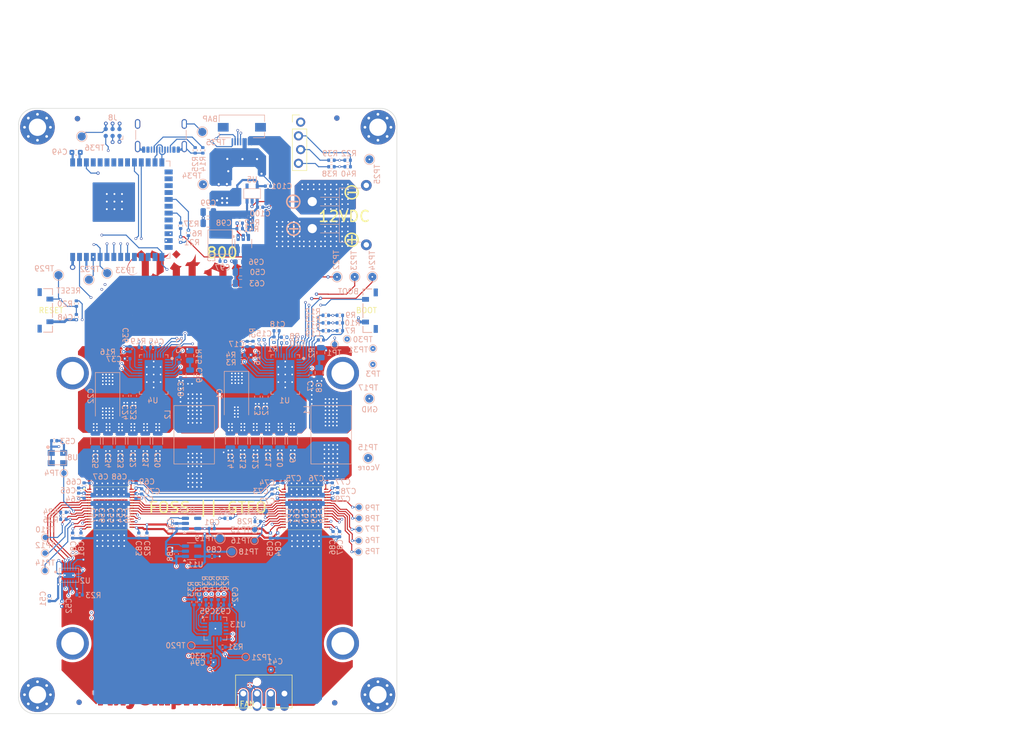
<source format=kicad_pcb>
(kicad_pcb (version 20241229) (generator "pcbnew") (generator_version "9.0")
  (title_block (title "BitaxeGT") (rev "v800"))
  (layers (0 "F.Cu" signal) (4 "In1.Cu" signal) (6 "In2.Cu" signal) (8 "In3.Cu" signal) (10 "In4.Cu" signal) (2 "B.Cu" signal) (13 "F.Paste" user) (15 "B.Paste" user) (5 "F.SilkS" user "F.Silkscreen") (7 "B.SilkS" user "B.Silkscreen") (1 "F.Mask" user) (3 "B.Mask" user) (25 "Edge.Cuts" user))
  (net 0 "")
  (net 1 "/12V")
  (net 2 "/Power/AGND1")
  (net 3 "/Vcore")
  (net 4 "/Power/VSHARE")
  (net 5 "/Power/EN_UVLO")
  (net 6 "/5V")
  (net 7 "/ASIC/1V2")
  (net 8 "/ASIC/0V8")
  (net 9 "/3V3")
  (net 10 "/Power/V5reg_1")
  (net 13 "/Power/PGOOD")
  (net 14 "/fan/FAN_TACH")
  (net 15 "/ASIC/TEMP1_P")
  (net 16 "/ASIC/TEMP1_N")
  (net 17 "/ASIC/TEMP2_P")
  (net 18 "/ASIC/TEMP2_N")
  (net 19 "/fan/FAN_PWM")
  (net 20 "/Power/BCX_DAT")
  (net 21 "/Power/BCX_CLK")
  (net 22 "/ESP32/SMB_ALRT")
  (net 23 "/Power/SYNC")
  (net 24 "/ESP32/SDA")
  (net 25 "/ESP32/SCL")
  (net 26 "/ASIC/RX_1V2")
  (net 27 "/ASIC/CLKI")
  (net 28 "/ASIC/BI")
  (net 29 "/ASIC/RST_1V2")
  (net 30 "/ASIC/TX_1V2")
  (net 32 "/ASIC/RST_3V3")
  (net 33 "/ASIC/TX_3V3")
  (net 34 "/ESP32/PWR_EN")
  (net 35 "/Power/BP1v5_1")
  (net 36 "/ESP32/USB_D+")
  (net 37 "Net-(U4-AVIN)")
  (net 38 "Net-(U4-DRTN)")
  (net 39 "Net-(U4-BOOT)")
  (net 40 "Net-(C29-Pad2)")
  (net 41 "Net-(U4-GOSNS)")
  (net 42 "Net-(U9-VDD1_0)")
  (net 43 "Net-(U9-VDD2_0)")
  (net 44 "Net-(U9-VDD3_0)")
  (net 45 "Net-(U13-DN1)")
  (net 46 "Net-(U13-DP1)")
  (net 47 "Net-(U13-DP2)")
  (net 48 "Net-(U13-DN2)")
  (net 49 "Net-(U9-LITE_PAD)")
  (net 50 "Net-(U13-SHDN_SEL)")
  (net 51 "Net-(U13-TRIP_SET)")
  (net 69 "Net-(U9-ROSC_SEL)")
  (net 70 "Net-(U9-INV_CLKO)")
  (net 75 "Net-(U1-BOOT)")
  (net 76 "/Power/SW1")
  (net 77 "Net-(C8-Pad2)")
  (net 78 "Net-(U1-AVIN)")
  (net 79 "Net-(U1-VOSNS)")
  (net 80 "Net-(U1-GOSNS)")
  (net 81 "/Power/V5reg_2")
  (net 82 "Net-(U1-DRTN)")
  (net 83 "/Power/SW2")
  (net 84 "Net-(U10-VDD3_0)")
  (net 85 "Net-(U10-VDD2_0)")
  (net 86 "Net-(U10-VDD1_0)")
  (net 87 "Net-(U10-VDD3_1)")
  (net 88 "Net-(U10-VDD2_1)")
  (net 89 "Net-(U10-VDD1_1)")
  (net 90 "/ASIC/0V8_1")
  (net 91 "/ASIC/1V2_1")
  (net 92 "/ASIC/1V2_2")
  (net 93 "/ASIC/0V8_2")
  (net 95 "Net-(J4-CC1)")
  (net 98 "Net-(J4-CC2)")
  (net 100 "Net-(U1-MSEL1)")
  (net 101 "Net-(U1-MSEL2)")
  (net 102 "Net-(U1-VSEL)")
  (net 103 "Net-(U10-LITE_PAD)")
  (net 104 "Net-(U1-ADRSEL)")
  (net 109 "Net-(U10-RO)")
  (net 110 "Net-(U10-NRSTO)")
  (net 111 "Net-(U10-ROSC_SEL)")
  (net 112 "Net-(U10-INV_CLKO)")
  (net 113 "Net-(U10-BI)")
  (net 114 "Net-(U10-RI)")
  (net 117 "/Power/SCL_VR")
  (net 118 "/Power/ALRT_VR")
  (net 119 "/Power/SDA_VR")
  (net 120 "GND")
  (net 121 "/Power/BP1v5_2")
  (net 122 "Net-(U10-NRSTI)")
  (net 123 "Net-(U10-CI)")
  (net 124 "Net-(U10-BO)")
  (net 125 "Net-(U10-CLKO)")
  (net 126 "Net-(U10-CO)")
  (net 127 "Net-(U10-CLKI)")
  (net 130 "/ESP32/EN")
  (net 131 "/ESP32/P_TX")
  (net 132 "/ESP32/IO0")
  (net 133 "/ESP32/P_RX")
  (net 134 "/ASIC/RX_3V3")
  (net 135 "/ESP32/USB_D-")
  (net 136 "/Power/AGND2")
  (net 137 "Net-(J2-Pin_5)")
  (net 138 "Net-(J2-Pin_8)")
  (net 139 "Net-(J2-Pin_7)")
  (net 140 "Net-(J2-Pin_6)")
  (net 141 "Net-(U2-OE)")
  (net 156 "Net-(U7-CB)")
  (net 157 "Net-(U7-SW)")
  (net 158 "Net-(U7-FB)")
  (footprint "TinyChipHub:TCH-Logo" (layer "F.Cu") (at 121.32 147.57)
    (property "Reference" "LG1" (hide yes))
    (property "Value" "~")
  )
  (footprint "bitaxe:logo" (layer "F.Cu") (at 130.51 70.65)
    (property "Reference" "G***" (hide yes))
    (property "Value" "LOGO" (hide yes))
  )
  (footprint "bitaxe:BM1370" (layer "F.Cu") (at 113 112)
    (property "Reference" "U9" (hide yes))
    (property "Value" "BM1370_mode1")
  )
  (footprint "bitaxe:Fiducial_1mm_Mask2mm" (layer "F.Cu") (at 107.2 147.9)
    (property "Reference" "FID1" (hide yes))
    (property "Value" "Fiducial")
  )
  (footprint "bitaxe:Heatsink-BitaxeGT" (layer "F.Cu") (at 131 112)
    (property "Reference" "HS1" (hide yes))
    (property "Value" "Heatsink" (hide yes))
  )
  (footprint "MountingHole:MountingHole_3.2mm_M3_Pad_Via" (layer "F.Cu") (at 99.5 146.5)
    (property "Reference" "H4" (hide yes))
    (property "Value" "MountingHole_Pad")
  )
  (footprint "bitaxe:470531000" (layer "F.Cu") (at 141.39 146.29 180)
    (property "Reference" "J7" (hide yes))
    (property "Value" "Conn_01x04")
  )
  (footprint "bitaxe:logo-fcu" (layer "F.Cu") (at 130.51 70.65)
    (property "Reference" "G***" (hide yes))
    (property "Value" "LOGO" (hide yes))
  )
  (footprint "bitaxe:BM1370" (layer "F.Cu") (at 149 112)
    (property "Reference" "U10" (hide yes))
    (property "Value" "BM1370_mode1")
  )
  (footprint "MountingHole:MountingHole_3.2mm_M3_Pad_Via" (layer "F.Cu") (at 99.5 41.5)
    (property "Reference" "H2" (hide yes))
    (property "Value" "MountingHole_Pad")
  )
  (footprint "MountingHole:MountingHole_3.2mm_M3_Pad_Via" (layer "F.Cu") (at 162.5 146.5)
    (property "Reference" "H3" (hide yes))
    (property "Value" "MountingHole_Pad")
  )
  (footprint "bitaxe:PinHeader_1x04_P2.54mm_Vertical_shifted" (layer "F.Cu") (at 148 40.55)
    (property "Reference" "J3" (hide yes))
    (property "Value" "Conn_01x04")
  )
  (footprint "bitaxe:Fiducial_1mm_Mask2mm" (layer "F.Cu") (at 154.9 39.8)
    (property "Reference" "FID2" (hide yes))
    (property "Value" "Fiducial")
  )
  (footprint "TinyChipHub:TCH-Logo-Mask" (layer "F.Cu") (at 121.348206 148.15)
    (property "Reference" "LG2" (hide yes))
    (property "Value" "~")
  )
  (footprint "MountingHole:MountingHole_3.2mm_M3_Pad_Via" (layer "F.Cu") (at 162.5 41.5)
    (property "Reference" "H1" (hide yes))
    (property "Value" "MountingHole_Pad")
  )
  (footprint "Resistor_SMD:R_0402_1005Metric" (layer "B.Cu") (at 134 128.39 90)
    (property "Reference" "R29")
    (property "Value" "0")
  )
  (footprint "TestPoint:TestPoint_Pad_D1.5mm" (layer "B.Cu") (at 130 42.36)
    (property "Reference" "TP35")
    (property "Value" "TestPoint" (hide yes))
  )
  (footprint "Capacitor_SMD:C_0402_1005Metric" (layer "B.Cu") (at 138.3 81.6 90)
    (property "Reference" "C17")
    (property "Value" "0.1uF")
  )
  (footprint "Capacitor_SMD:C_0402_1005Metric" (layer "B.Cu") (at 116.13 84.32)
    (property "Reference" "C37")
    (property "Value" "4.7uF")
  )
  (footprint "Resistor_SMD:R_0402_1005Metric" (layer "B.Cu") (at 156.89 47.6 180)
    (property "Reference" "R22")
    (property "Value" "4.7k")
  )
  (footprint "TestPoint:TestPoint_Pad_D1.0mm" (layer "B.Cu") (at 158.95 118 180)
    (property "Reference" "TP6")
    (property "Value" "CLKO")
  )
  (footprint "TestPoint:TestPoint_Pad_D1.0mm" (layer "B.Cu") (at 127.95 137.4 180)
    (property "Reference" "TP20")
    (property "Value" "TestPoint")
  )
  (footprint "Capacitor_SMD:C_0402_1005Metric" (layer "B.Cu") (at 150.1 87.4 -90)
    (property "Reference" "C7")
    (property "Value" "0.1uF")
  )
  (footprint "Connector:Tag-Connect_TC2030-IDC-NL_2x03_P1.27mm_Vertical" (layer "B.Cu") (at 113.4 42.465 180)
    (property "Reference" "J8")
    (property "Value" "TC2030-IDC")
  )
  (footprint "Capacitor_SMD:C_0402_1005Metric" (layer "B.Cu") (at 143.95 117.05 90)
    (property "Reference" "C84")
    (property "Value" "1uF")
  )
  (footprint "TestPoint:TestPoint_Pad_D1.0mm" (layer "B.Cu") (at 156.8 80.7 180)
    (property "Reference" "TP30")
    (property "Value" "BCX_CLK")
  )
  (footprint "Resistor_SMD:R_0402_1005Metric" (layer "B.Cu") (at 128.68 45.77 90)
    (property "Reference" "R25")
    (property "Value" "5.1k")
  )
  (footprint "Capacitor_SMD:C_1206_3216Metric" (layer "B.Cu") (at 139.8 99.45 -90)
    (property "Reference" "C12")
    (property "Value" "100uF")
  )
  (footprint "Capacitor_SMD:C_1206_3216Metric" (layer "B.Cu") (at 114.85 99.475 -90)
    (property "Reference" "C33")
    (property "Value" "100uF")
  )
  (footprint "Capacitor_SMD:C_0603_1608Metric" (layer "B.Cu") (at 106.65 46.15 180)
    (property "Reference" "C49")
    (property "Value" "10uF")
  )
  (footprint "Capacitor_SMD:C_0603_1608Metric" (layer "B.Cu") (at 116.15 110.35 -90)
    (property "Reference" "C38")
    (property "Value" "10uF")
  )
  (footprint "Capacitor_SMD:C_1206_3216Metric" (layer "B.Cu") (at 135.2 99.45 -90)
    (property "Reference" "C14")
    (property "Value" "100uF")
  )
  (footprint "Capacitor_SMD:C_0402_1005Metric" (layer "B.Cu") (at 107.125 108.725 90)
    (property "Reference" "C65")
    (property "Value" "1uF")
  )
  (footprint "bitaxe:SMD3225-4P" (layer "B.Cu") (at 103.2 102.7)
    (property "Reference" "U8")
    (property "Value" "25MHz")
  )
  (footprint "Resistor_SMD:R_0402_1005Metric" (layer "B.Cu") (at 106.7 74.13 90)
    (property "Reference" "R20")
    (property "Value" "10k")
  )
  (footprint "Package_TO_SOT_SMD:SOT-23-5" (layer "B.Cu") (at 128.0125 119.95)
    (property "Reference" "U11")
    (property "Value" "RT9080-12GJ5")
  )
  (footprint "TestPoint:TestPoint_Pad_D1.0mm" (layer "B.Cu") (at 100.9 123.55 180)
    (property "Reference" "TP14")
    (property "Value" "TestPoint")
  )
  (footprint "bitaxe:LQFN40-CLIP" (layer "B.Cu") (at 121 87.25 180)
    (property "Reference" "U4")
    (property "Value" "TPS546D24ARVFR")
  )
  (footprint "Capacitor_SMD:C_0402_1005Metric" (layer "B.Cu") (at 106 117.05 90)
    (property "Reference" "C80")
    (property "Value" "1uF")
  )
  (footprint "bitaxe:BQB0016A-MFG" (layer "B.Cu") (at 105.32 124.4 -90)
    (property "Reference" "U2")
    (property "Value" "SN74AXC4T774BQBR")
  )
  (footprint "Capacitor_SMD:C_0402_1005Metric" (layer "B.Cu") (at 142.6 117.05 90)
    (property "Reference" "C85")
    (property "Value" "1uF")
  )
  (footprint "Capacitor_SMD:C_0402_1005Metric" (layer "B.Cu") (at 144.94 106.83 90)
    (property "Reference" "C75")
    (property "Value" "1uF")
  )
  (footprint "Capacitor_SMD:C_0402_1005Metric" (layer "B.Cu") (at 116.75 106.825 -90)
    (property "Reference" "C68")
    (property "Value" "1uF")
  )
  (footprint "TestPoint:TestPoint_Pad_D1.5mm" (layer "B.Cu") (at 160.92 47.44 180)
    (property "Reference" "TP25")
    (property "Value" "GND" (hide yes))
  )
  (footprint "Resistor_SMD:R_0402_1005Metric" (layer "B.Cu") (at 136.92 59.24 180)
    (property "Reference" "R42")
    (property "Value" "5.1k")
  )
  (footprint "Capacitor_SMD:C_0603_1608Metric" (layer "B.Cu") (at 109.8 110.35 -90)
    (property "Reference" "C57")
    (property "Value" "10uF")
  )
  (footprint "Capacitor_SMD:C_0603_1608Metric" (layer "B.Cu") (at 141.675 91.375 -90)
    (property "Reference" "C2")
    (property "Value" "10uF")
  )
  (footprint "TestPoint:TestPoint_Pad_D1.5mm" (layer "B.Cu") (at 135.45 120.05 180)
    (property "Reference" "TP18")
    (property "Value" "1V2")
  )
  (footprint "Capacitor_SMD:C_0402_1005Metric" (layer "B.Cu") (at 102.6 99.5)
    (property "Reference" "C53")
    (property "Value" "0.1uF")
  )
  (footprint "Resistor_SMD:R_0402_1005Metric" (layer "B.Cu") (at 104.3 114.04)
    (property "Reference" "R26")
    (property "Value" "1k")
  )
  (footprint "Capacitor_SMD:C_0805_2012Metric" (layer "B.Cu") (at 131.11 57.19 180)
    (property "Reference" "C99")
    (property "Value" "10uF")
  )
  (footprint "Resistor_SMD:R_0402_1005Metric" (layer "B.Cu") (at 125.99 62.28 90)
    (property "Reference" "R21")
    (property "Value" "4.7k")
  )
  (footprint "TestPoint:TestPoint_Pad_D1.0mm" (layer "B.Cu") (at 138.04 139.52 -90)
    (property "Reference" "TP21")
    (property "Value" "TestPoint")
  )
  (footprint "Capacitor_SMD:C_0402_1005Metric" (layer "B.Cu") (at 155.4 116.79 90)
    (property "Reference" "C87")
    (property "Value" "1uF")
  )
  (footprint "Capacitor_SMD:C_1206_3216Metric" (layer "B.Cu") (at 142.1 99.45 -90)
    (property "Reference" "C11")
    (property "Value" "100uF")
  )
  (footprint "Capacitor_SMD:C_0402_1005Metric" (layer "B.Cu") (at 117.725 109.75 -90)
    (property "Reference" "C71")
    (property "Value" "1uF")
  )
  (footprint "Capacitor_SMD:C_0402_1005Metric" (layer "B.Cu") (at 140.71 56.3)
    (property "Reference" "C100")
    (property "Value" "1uF")
  )
  (footprint "bitaxe:Fiducial_1mm_Mask2mm" (layer "B.Cu") (at 154.5 148 180)
    (property "Reference" "FID3" (hide yes))
    (property "Value" "Fiducial")
  )
  (footprint "Resistor_SMD:R_0402_1005Metric" (layer "B.Cu") (at 107.29 128.02)
    (property "Reference" "R23")
    (property "Value" "20k")
  )
  (footprint "Resistor_SMD:R_0402_1005Metric" (layer "B.Cu") (at 155.45 76.3)
    (property "Reference" "R9")
    (property "Value" "R")
  )
  (footprint "Capacitor_SMD:C_0402_1005Metric" (layer "B.Cu") (at 145.15 81.41 180)
    (property "Reference" "C20")
    (property "Value" "33pF")
  )
  (footprint "Capacitor_SMD:C_0603_1608Metric" (layer "B.Cu") (at 152.2 110.35 -90)
    (property "Reference" "C58")
    (property "Value" "10uF")
  )
  (footprint "TestPoint:TestPoint_Pad_D1.5mm" (layer "B.Cu") (at 158.2 69.18 -90)
    (property "Reference" "TP23")
    (property "Value" "SDA_VR")
  )
  (footprint "Resistor_SMD:R_0402_1005Metric" (layer "B.Cu") (at 118.8 82.2)
    (property "Reference" "R19")
    (property "Value" "10k")
  )
  (footprint "Capacitor_SMD:C_0603_1608Metric" (layer "B.Cu") (at 112.99 110.35 -90)
    (property "Reference" "C55")
    (property "Value" "10uF")
  )
  (footprint "Capacitor_SMD:C_0402_1005Metric" (layer "B.Cu") (at 135.5 129.89)
    (property "Reference" "C92")
    (property "Value" "0.1uF")
  )
  (footprint "TestPoint:TestPoint_Pad_D1.0mm" (layer "B.Cu") (at 161.58 82.45 180)
    (property "Reference" "TP31")
    (property "Value" "BCX_DAT" (hide yes))
  )
  (footprint "TestPoint:TestPoint_Pad_D1.5mm" (layer "B.Cu") (at 107.69 43.2)
    (property "Reference" "TP36")
    (property "Value" "TestPoint" (hide yes))
  )
  (footprint "Capacitor_SMD:C_0805_2012Metric" (layer "B.Cu") (at 137.07 68.28 180)
    (property "Reference" "C50")
    (property "Value" "10uF")
  )
  (footprint "Resistor_SMD:R_0402_1005Metric" (layer "B.Cu") (at 145.15 80.36)
    (property "Reference" "R8")
    (property "Value" "49.9")
  )
  (footprint "Resistor_SMD:R_0402_1005Metric" (layer "B.Cu") (at 130.65 128.4 90)
    (property "Reference" "R36")
    (property "Value" "0")
  )
  (footprint "Capacitor_SMD:C_0402_1005Metric" (layer "B.Cu") (at 125.2125 120.45 -90)
    (property "Reference" "C88")
    (property "Value" "1uF")
  )
  (footprint "bitaxe:NetTie-2_SMD_Pad0.2mmx1mm" (layer "B.Cu") (at 145.6 84.33 90)
    (property "Reference" "NT1" (hide yes))
    (property "Value" "NetTie_2" (hide yes))
  )
  (footprint "Capacitor_SMD:C_0603_1608Metric" (layer "B.Cu") (at 117.325 91.2 -90)
    (property "Reference" "C23")
    (property "Value" "10uF")
  )
  (footprint "Resistor_SMD:R_0402_1005Metric" (layer "B.Cu") (at 152.85 77.7)
    (property "Reference" "R13")
    (property "Value" "56.2k")
  )
  (footprint "Capacitor_SMD:C_0805_2012Metric" (layer "B.Cu") (at 131.12 59.25 180)
    (property "Reference" "C98")
    (property "Value" "10uF")
  )
  (footprint "bitaxe:SW_TL3330AF130QG_EWI" (layer "B.Cu") (at 100.4 75.39 90)
    (property "Reference" "SW1" (hide yes))
    (property "Value" "SWITCH-SPST")
  )
  (footprint "Capacitor_SMD:C_0402_1005Metric" (layer "B.Cu") (at 108.125 107.775 90)
    (property "Reference" "C66")
    (property "Value" "1uF")
  )
  (footprint "Capacitor_SMD:C_1206_3216Metric" (layer "B.Cu") (at 112.55 99.475 -90)
    (property "Reference" "C34")
    (property "Value" "100uF")
  )
  (footprint "Resistor_SMD:R_0402_1005Metric" (layer "B.Cu") (at 153.9 47.6)
    (property "Reference" "R39")
    (property "Value" "0")
  )
  (footprint "TestPoint:TestPoint_Pad_D1.0mm" (layer "B.Cu") (at 100.95 117.4 180)
    (property "Reference" "TP10")
    (property "Value" "TestPoint")
  )
  (footprint "TestPoint:TestPoint_Pad_D1.0mm" (layer "B.Cu") (at 100.9 120.3 180)
    (property "Reference" "TP12")
    (property "Value" "TestPoint")
  )
  (footprint "Capacitor_SMD:C_0603_1608Metric" (layer "B.Cu") (at 149 110.35 -90)
    (property "Reference" "C60")
    (property "Value" "10uF")
  )
  (footprint "TestPoint:TestPoint_Pad_D1.5mm" (layer "B.Cu") (at 160.7 102.7)
    (property "Reference" "TP15")
    (property "Value" "Vcore")
  )
  (footprint "Capacitor_SMD:C_1206_3216Metric" (layer "B.Cu") (at 117.15 99.475 -90)
    (property "Reference" "C32")
    (property "Value" "100uF")
  )
  (footprint "bitaxe:XT30PW-M" (layer "B.Cu") (at 150.35 57.75 90)
    (property "Reference" "J1" (hide yes))
    (property "Value" "XT30" (hide yes))
  )
  (footprint "Capacitor_SMD:C_0603_1608Metric" (layer "B.Cu") (at 150.6 110.35 -90)
    (property "Reference" "C59")
    (property "Value" "10uF")
  )
  (footprint "Capacitor_SMD:C_0805_2012Metric" (layer "B.Cu") (at 127.725 87.375 90)
    (property "Reference" "C29")
    (property "Value" "1000pF")
  )
  (footprint "bitaxe:SLC1175-271MEC_COC" (layer "B.Cu") (at 153.85 98.4 -90)
    (property "Reference" "L1")
    (property "Value" "220nH")
  )
  (footprint "Capacitor_SMD:C_0603_1608Metric" (layer "B.Cu") (at 114.55 110.35 -90)
    (property "Reference" "C54")
    (property "Value" "10uF")
  )
  (footprint "TestPoint:TestPoint_Pad_D1.0mm" (layer "B.Cu") (at 141.65 112.55)
    (property "Reference" "TP11")
    (property "Value" "TestPoint")
  )
  (footprint "bitaxe:SLC1175-271MEC_COC" (layer "B.Cu") (at 128.5 98.4 -90)
    (property "Reference" "L2")
    (property "Value" "220nH")
  )
  (footprint "Capacitor_SMD:C_0402_1005Metric" (layer "B.Cu") (at 142.15 52.39)
    (property "Reference" "C101")
    (property "Value" "1uF")
  )
  (footprint "Capacitor_SMD:C_0402_1005Metric" (layer "B.Cu") (at 107.55 117.05 90)
    (property "Reference" "C81")
    (property "Value" "1uF")
  )
  (footprint "TestPoint:TestPoint_Pad_D1.5mm" (layer "B.Cu") (at 161.47 69.18 -90)
    (property "Reference" "TP24")
    (property "Value" "SCL_VR")
  )
  (footprint "Capacitor_SMD:C_0402_1005Metric" (layer "B.Cu") (at 118.25 117.05 90)
    (property "Reference" "C83")
    (property "Value" "1uF")
  )
  (footprint "Capacitor_SMD:C_0603_1608Metric" (layer "B.Cu") (at 115.85 91.2 -90)
    (property "Reference" "C24")
    (property "Value" "10uF")
  )
  (footprint "bitaxe:FPC-SMD_P0.50-8P_FGS-XJ-H2.0" (layer "B.Cu") (at 137.32 42.84 180)
    (property "Reference" "J2" (hide yes))
    (property "Value" "Conn_01x08")
  )
  (footprint "Zyber:74438357082" (layer "B.Cu") (at 133.29 62.745 90)
    (property "Reference" "L3")
    (property "Value" "8.2 uH")
  )
  (footprint "bitaxe:USB_C_Receptacle_GCT_USB4105-xx-A" (layer "B.Cu") (at 122.35 41.96)
    (property "Reference" "J4" (hide yes))
    (property "Value" "USB_C_Receptacle_USB2.0")
  )
  (footprint "bitaxe:LQFN40-CLIP" (layer "B.Cu") (at 145.35 87.25 180)
    (property "Reference" "U1")
    (property "Value" "TPS546D24ARVFR")
  )
  (footprint "TestPoint:TestPoint_Pad_D1.0mm" (layer "B.Cu") (at 159 113.85 180)
    (property "Reference" "TP8")
    (property "Value" "CO")
  )
  (footprint "Resistor_SMD:R_0402_1005Metric" (layer "B.Cu") (at 156.9 48.8 180)
    (property "Reference" "R40")
    (property "Value" "4.7k")
  )
  (footprint "Resistor_SMD:R_0402_1005Metric" (layer "B.Cu") (at 137.28 83.69 180)
    (property "Reference" "R4")
    (property "Value" "75k")
  )
  (footprint "Capacitor_SMD:C_0402_1005Metric" (layer "B.Cu") (at 109.15 106.85 90)
    (property "Reference" "C67")
    (property "Value" "1uF")
  )
  (footprint "Resistor_SMD:R_0402_1005Metric" (layer "B.Cu") (at 132.95 128.39 90)
    (property "Reference" "R32")
    (property "Value" "0")
  )
  (footprint "Resistor_SMD:R_0402_1005Metric" (layer "B.Cu") (at 131.7 128.4 90)
    (property "Reference" "R34")
    (property "Value" "0")
  )
  (footprint "Capacitor_SMD:C_0402_1005Metric" (layer "B.Cu") (at 125.2625 115.3 -90)
    (property "Reference" "C90")
    (property "Value" "1uF")
  )
  (footprint "Resistor_SMD:R_0402_1005Metric" (layer "B.Cu") (at 129.5 129.35 -90)
    (property "Reference" "R35")
    (property "Value" "Rtrip")
  )
  (footprint "TestPoint:TestPoint_Pad_D1.5mm" (layer "B.Cu") (at 109.02 69.7)
    (property "Reference" "TP32")
    (property "Value" "TestPoint" (hide yes))
  )
  (footprint "Resistor_SMD:R_0402_1005Metric" (layer "B.Cu") (at 128.45 129.35 90)
    (property "Reference" "R33")
    (property "Value" "10k")
  )
  (footprint "Resistor_SMD:R_0402_1005Metric" (layer "B.Cu") (at 131.6 139.3 180)
    (property "Reference" "R30")
    (property "Value" "10k")
  )
  (footprint "Resistor_SMD:R_0805_2012Metric" (layer "B.Cu") (at 151.93 83.21 90)
    (property "Reference" "R2")
    (property "Value" "1")
  )
  (footprint "TestPoint:TestPoint_Pad_D1.5mm" (layer "B.Cu") (at 160.9 91.7)
    (property "Reference" "TP17")
    (property "Value" "GND")
  )
  (footprint "Capacitor_SMD:C_0603_1608Metric" (layer "B.Cu") (at 136.86 66.42)
    (property "Reference" "C96")
    (property "Value" "100nF" (hide yes))
  )
  (footprint "Resistor_SMD:R_0402_1005Metric" (layer "B.Cu") (at 143.26 80.81 90)
    (property "Reference" "R1")
    (property "Value" "49.9")
  )
  (footprint "Capacitor_SMD:C_0402_1005Metric" (layer "B.Cu") (at 108.125 109.675 90)
    (property "Reference" "C64")
    (property "Value" "1uF")
  )
  (footprint "Capacitor_SMD:C_0402_1005Metric" (layer "B.Cu") (at 140.97 80.82 180)
    (property "Reference" "C15")
    (property "Value" "1uF")
  )
  (footprint "TestPoint:TestPoint_Pad_D1.0mm" (layer "B.Cu") (at 159 111.8 180)
    (property "Reference" "TP9")
    (property "Value" "NRSTO")
  )
  (footprint "bitaxe:Fiducial_1mm_Mask2mm" (layer "B.Cu") (at 106.9 39.9 180)
    (property "Reference" "FID4" (hide yes))
    (property "Value" "Fiducial")
  )
  (footprint "Capacitor_SMD:C_0402_1005Metric" (layer "B.Cu") (at 118.775 108.875 -90)
    (property "Reference" "C70")
    (property "Value" "1uF")
  )
  (footprint "Capacitor_SMD:C_0402_1005Metric" (layer "B.Cu") (at 155.05 108.65 -90)
    (property "Reference" "C78")
    (property "Value" "1uF")
  )
  (footprint "bitaxe:NetTie-2_SMD_Pad0.2mmx1mm" (layer "B.Cu") (at 121.25 84.35 90)
    (property "Reference" "NT2" (hide yes))
    (property "Value" "NetTie_2" (hide yes))
  )
  (footprint "Package_TO_SOT_SMD:SOT-23-5" (layer "B.Cu") (at 128.0125 114.8125)
    (property "Reference" "U12")
    (property "Value" "RT9080-08GJ5-MS")
  )
  (footprint "TestPoint:TestPoint_Pad_D1.0mm" (layer "B.Cu") (at 139.7 115.95)
    (property "Reference" "TP13")
    (property "Value" "TestPoint")
  )
  (footprint "Capacitor_SMD:C_0402_1005Metric" (layer "B.Cu") (at 151.95 80.86 180)
    (property "Reference" "C19")
    (property "Value" "1uF")
  )
  (footprint "Resistor_SMD:R_0402_1005Metric" (layer "B.Cu") (at 139.38 81.6 -90)
    (property "Reference" "R5")
    (property "Value" "10k")
  )
  (footprint "TestPoint:TestPoint_Pad_D1.5mm" (layer "B.Cu") (at 130.13 52.06)
    (property "Reference" "TP34")
    (property "Value" "TestPoint" (hide yes))
  )
  (footprint "TestPoint:TestPoint_Pad_D1.5mm" (layer "B.Cu") (at 133.2625 117.6 180)
    (property "Reference" "TP19")
    (property "Value" "0V8")
  )
  (footprint "Capacitor_SMD:C_0402_1005Metric" (layer "B.Cu") (at 153.01 106.79 -90)
    (property "Reference" "C76")
    (property "Value" "1uF")
  )
  (footprint "Capacitor_SMD:C_0402_1005Metric" (layer "B.Cu") (at 143.925 107.8 90)
    (property "Reference" "C74")
    (property "Value" "1uF")
  )
  (footprint "Capacitor_SMD:C_0603_1608Metric" (layer "B.Cu") (at 145.8 110.35 -90)
    (property "Reference" "C62")
    (property "Value" "10uF")
  )
  (footprint "Capacitor_SMD:C_0402_1005Metric" (layer "B.Cu") (at 133.76 66.29)
    (property "Reference" "C97")
    (property "Value" "0.1uF")
  )
  (footprint "Package_TO_SOT_SMD:SOT-23-6" (layer "B.Cu") (at 137.5875 63.02 -90)
    (property "Reference" "U7" (hide yes))
    (property "Value" "LMR54410")
  )
  (footprint "Capacitor_SMD:C_0805_2012Metric" (layer "B.Cu") (at 137.07 70.39 180)
    (property "Reference" "C63")
    (property "Value" "10uF")
  )
  (footprint "Capacitor_SMD:C_0603_1608Metric" (layer "B.Cu") (at 111.4 110.35 -90)
    (property "Reference" "C56")
    (property "Value" "10uF")
  )
  (footprint "Resistor_SMD:R_0805_2012Metric" (layer "B.Cu") (at 127.695 83.74 90)
    (property "Reference" "R15")
    (property "Value" "1")
  )
  (footprint "TestPoint:TestPoint_Pad_D1.0mm" (layer "B.Cu") (at 159 115.9 180)
    (property "Reference" "TP7")
    (property "Value" "RI")
  )
  (footprint "Capacitor_SMD:C_0402_1005Metric" (layer "B.Cu") (at 106.7 76.63 -90)
    (property "Reference" "C48")
    (property "Value" "12pF")
  )
  (footprint "Resistor_SMD:R_0402_1005Metric" (layer "B.Cu") (at 133.75 137.7)
    (property "Reference" "R31")
    (property "Value" "5.6k")
  )
  (footprint "Resistor_SMD:R_0402_1005Metric" (layer "B.Cu") (at 130.09 45.77 90)
    (property "Reference" "R14")
    (property "Value" "5.1k")
  )
  (footprint "Capacitor_Tantalum_SMD:CP_EIA-7343-31_Kemet-D" (layer "B.Cu") (at 136.325 91.075 -90)
    (property "Reference" "C1")
    (property "Value" "33uF")
  )
  (footprint "Capacitor_SMD:C_0402_1005Metric" (layer "B.Cu") (at 154.05 109.675 -90)
    (property "Reference" "C79")
    (property "Value" "1uF")
  )
  (footprint "TestPoint:TestPoint_Pad_D1.5mm" (layer "B.Cu") (at 103.39 68.86)
    (property "Reference" "TP29")
    (property "Value" "TestPoint" (hide yes))
  )
  (footprint "Capacitor_SMD:C_0603_1608Metric" (layer "B.Cu") (at 147.4 110.35 -90)
    (property "Reference" "C61")
    (property "Value" "10uF")
  )
  (footprint "Resistor_SMD:R_0402_1005Metric" (layer "B.Cu") (at 155.45 77.7)
    (property "Reference" "R10")
    (property "Value" "R")
  )
  (footprint "Resistor_SMD:R_0402_1005Metric" (layer "B.Cu") (at 155.45 79.15)
    (property "Reference" "R7")
    (property "Value" "14.7k")
  )
  (footprint "bitaxe:ESP32-S3-WROOM-1" (layer "B.Cu") (at 114.27 56.75 -90)
    (property "Reference" "U6" (hide yes))
    (property "Value" "ESP32-S3-WROOM-1")
  )
  (footprint "Capacitor_SMD:C_0603_1608Metric" (layer "B.Cu") (at 140.2 91.375 -90)
    (property "Reference" "C3")
    (property "Value" "10uF")
  )
  (footprint "Capacitor_SMD:C_0402_1005Metric" (layer "B.Cu") (at 126 87.35 -90)
    (property "Reference" "C28")
    (property "Value" "0.1uF")
  )
  (footprint "Capacitor_SMD:C_0402_1005Metric" (layer "B.Cu") (at 131.75 115.75 180)
    (property "Reference" "C91")
    (property "Value" "1uF")
  )
  (footprint "Capacitor_SMD:C_1206_3216Metric" (layer "B.Cu") (at 119.45 99.475 -90)
    (property "Reference" "C31")
    (property "Value" "100uF")
  )
  (footprint "Resistor_SMD:R_0402_1005Metric" (layer "B.Cu") (at 152.865 79.15 180)
    (property "Reference" "R11")
    (property "Value" "14.7k")
  )
  (footprint "Capacitor_SMD:C_0603_1608Metric" (layer "B.Cu") (at 143.47 141.88)
    (property "Reference" "C41")
    (property "Value" "10uF")
  )
  (footprint "Capacitor_SMD:C_0402_1005Metric" (layer "B.Cu") (at 120.9 82.25 180)
    (property "Reference" "C45")
    (property "Value" "33pF")
  )
  (footprint "Resistor_SMD:R_0402_1005Metric" (layer "B.Cu") (at 152.85 76.3)
    (property "Reference" "R12")
    (property "Value" "R")
  )
  (footprint "Capacitor_SMD:C_0402_1005Metric" (layer "B.Cu") (at 143.74 79.16)
    (property "Reference" "C18")
    (property "Value" "100pF")
  )
  (footprint "TestPoint:TestPoint_Pad_D1.5mm" (layer "B.Cu") (at 154.93 69.18 -90)
    (property "Reference" "TP22")
    (property "Value" "ALRT_VR")
  )
  (footprint "Capacitor_SMD:C_1206_3216Metric" (layer "B.Cu") (at 146.7 99.45 -90)
    (property "Reference" "C9")
    (property "Value" "100uF")
  )
  (footprint "Capacitor_SMD:C_0402_1005Metric" (layer "B.Cu") (at 133.45 129.9 180)
    (property "Reference" "C93")
    (property "Value" "470pF")
  )
  (footprint "Package_DFN_QFN:QFN-16-1EP_4x4mm_P0.65mm_EP2.1x2.1mm" (layer "B.Cu") (at 132.425 134.275 -90)
    (property "Reference" "U13")
    (property "Value" "EMC2103-2")
  )
  (footprint "Capacitor_SMD:C_0402_1005Metric" (layer "B.Cu") (at 143.925 109.7 90)
    (property "Reference" "C72")
    (property "Value" "1uF")
  )
  (footprint "Capacitor_SMD:C_0402_1005Metric" (layer "B.Cu") (at 154.2 116.79 90)
    (property "Reference" "C86")
    (property "Value" "1uF")
  )
  (footprint "Capacitor_SMD:C_1206_3216Metric" (layer "B.Cu") (at 137.5 99.45 -90)
    (property "Reference" "C13")
    (property "Value" "100uF")
  )
  (footprint "Resistor_SMD:R_0402_1005Metric" (layer "B.Cu") (at 136.92 60.27)
    (property "Reference" "R41")
    (property "Value" "30k")
  )
  (footprint "Resistor_SMD:R_0402_1005Metric" (layer "B.Cu") (at 127.43 61.04 -90)
    (property "Reference" "R6")
    (property "Value" "10k")
  )
  (footprint "Capacitor_Tantalum_SMD:CP_EIA-7343-31_Kemet-D" (layer "B.Cu") (at 112.475 91.3 -90)
    (property "Reference" "C22")
    (property "Value" "33uF")
  )
  (footprint "TestPoint:TestPoint_Pad_D1.5mm" (layer "B.Cu") (at 112.4 68.49)
    (property "Reference" "TP33")
    (property "Value" "TestPoint" (hide yes))
  )
  (footprint "Capacitor_SMD:C_1206_3216Metric" (layer "B.Cu") (at 144.4 99.45 -90)
    (property "Reference" "C10")
    (property "Value" "100uF")
  )
  (footprint "Capacitor_SMD:C_0402_1005Metric" (layer "B.Cu") (at 131.6 140.5)
    (property "Reference" "C94")
    (property "Value" "0.1uF")
  )
  (footprint "Capacitor_SMD:C_1206_3216Metric" (layer "B.Cu") (at 110.2375 99.475 -90)
    (property "Reference" "C35")
    (property "Value" "100uF")
  )
  (footprint "Capacitor_SMD:C_0402_1005Metric" (layer "B.Cu") (at 142.9 108.9 90)
    (property "Reference" "C73")
    (property "Value" "1uF")
  )
  (footprint "Capacitor_SMD:C_0402_1005Metric" (layer "B.Cu") (at 116.62 82.54 -90)
    (property "Reference" "C36")
    (property "Value" "1uF")
  )
  (footprint "Resistor_SMD:R_0402_1005Metric" (layer "B.Cu") (at 140.25 114.45)
    (property "Reference" "R28")
    (property "Value" "1k")
  )
  (footprint "Resistor_SMD:R_0402_1005Metric" (layer "B.Cu") (at 114.95 83.04)
    (property "Reference" "R16")
    (property "Value" "10")
  )
  (footprint "Resistor_SMD:R_0402_1005Metric" (layer "B.Cu") (at 153.9 48.8)
    (property "Reference" "R38")
    (property "Value" "0")
  )
  (footprint "Zyber:RT9080-33GJ5" (layer "B.Cu") (at 139.22 53.77 90)
    (property "Reference" "U5")
    (property "Value" "RT9080-33GJ5")
  )
  (footprint "TestPoint:TestPoint_Pad_D1.0mm" (layer "B.Cu") (at 139.65 118)
    (property "Reference" "TP16")
    (property "Value" "TestPoint")
  )
  (footprint "Resistor_SMD:R_0402_1005Metric" (layer "B.Cu") (at 137.28 84.89)
    (property "Reference" "R3")
    (property "Value" "10")
  )
  (footprint "TestPoint:TestPoint_Pad_D1.0mm" (layer "B.Cu") (at 158.9 120.05 180)
    (property "Reference" "TP5")
    (property "Value" "BO")
  )
  (footprint "Capacitor_SMD:C_0402_1005Metric" (layer "B.Cu") (at 138.97 84.1 -90)
    (property "Reference" "C16")
    (property "Value" "4.7uF")
  )
  (footprint "TestPoint:TestPoint_Pad_D1.0mm" (layer "B.Cu") (at 154.49 81.69)
    (property "Reference" "TP1")
    (property "Value" "TestPoint")
  )
  (footprint "Resistor_SMD:R_0402_1005Metric" (layer "B.Cu") (at 125.99 59.72 -90)
    (property "Reference" "R37")
    (property "Value" "0")
  )
  (footprint "Resistor_SMD:R_0402_1005Metric" (layer "B.Cu") (at 104.3 112.75)
    (property "Reference" "R24")
    (property "Value" "10k")
  )
  (footprint "Capacitor_SMD:C_0805_2012Metric" (layer "B.Cu") (at 151.625 86.925 90)
    (property "Reference" "C8")
    (property "Value" "1000pF")
  )
  (footprint "Capacitor_SMD:C_0402_1005Metric" (layer "B.Cu") (at 131.8 120.9 180)
    (property "Reference" "C89")
    (property "Value" "1uF")
  )
  (footprint "Capacitor_SMD:C_0402_1005Metric" (layer "B.Cu") (at 117.75 107.8 -90)
    (property "Reference" "C69")
    (property "Value" "1uF")
  )
  (footprint "Resistor_SMD:R_0402_1005Metric" (layer "B.Cu") (at 134.7 113.85)
    (property "Reference" "R27")
    (property "Value" "2k")
  )
  (footprint "Capacitor_SMD:C_0402_1005Metric" (layer "B.Cu") (at 125.7 84.5 -90)
    (property "Reference" "C42")
    (property "Value" "1uF")
  )
  (footprint "TestPoint:TestPoint_Pad_D1.0mm" (layer "B.Cu") (at 104.4 105.5 90)
    (property "Reference" "TP4")
    (property "Value" "CLKI")
  )
  (footprint "Capacitor_SMD:C_0402_1005Metric" (layer "B.Cu") (at 154.05 107.775 -90)
    (property "Reference" "C77")
    (property "Value" "1uF")
  )
  (footprint "Capacitor_SMD:C_0402_1005Metric" (layer "B.Cu") (at 131.2 129.9 180)
    (property "Reference" "C95")
    (property "Value" "470pF")
  )
  (footprint "Capacitor_SMD:C_0402_1005Metric" (layer "B.Cu") (at 101.7 128.69 90)
    (property "Reference" "C51")
    (property "Value" "0.1uF")
  )
  (footprint "Capacitor_SMD:C_1206_3216Metric" (layer "B.Cu") (at 121.75 99.475 -90)
    (property "Reference" "C30")
    (property "Value" "100uF")
  )
  (footprint "Capacitor_SMD:C_0402_1005Metric" (layer "B.Cu") (at 119.75 117.05 90)
    (property "Reference" "C82")
    (property "Value" "1uF")
  )
  (footprint "Capacitor_SMD:C_0402_1005Metric" (layer "B.Cu") (at 104 129.69 -90)
    (property "Reference" "C52")
    (property "Value" "0.1uF")
  )
  (footprint "TestPoint:TestPoint_Pad_D1.0mm" (layer "B.Cu") (at 161.56 85.38 180)
    (property "Reference" "TP3")
    (property "Value" "BCX_CLK")
  )
  (footprint "bitaxe:SW_TL3330AF130QG_EWI" (layer "B.Cu") (at 161.6 75.44 -90)
    (property "Reference" "SW2" (hide yes))
    (property "Value" "SWITCH-SPST")
  )
  (gr_circle (center 157.65 53.54) (end 158.62 54.26) (stroke (width 0.3)) (fill no) (layer "F.SilkS"))
  (gr_circle (center 157.64 62.321985) (end 158.61 63.041985) (stroke (width 0.3)) (fill no) (layer "F.SilkS"))
  (gr_circle (center 146.84 55.27) (end 147.81 54.55) (stroke (width 0.3)) (fill no) (layer "B.SilkS"))
  (gr_circle (center 146.88 60.28) (end 147.85 59.56) (stroke (width 0.3)) (fill no) (layer "B.SilkS"))
  (gr_arc (start 163 38) (mid 165.12132 38.87868) (end 166 41) (stroke (width 0.1)) (layer "Edge.Cuts"))
  (gr_arc (start 99 150) (mid 96.87868 149.12132) (end 96 147) (stroke (width 0.1)) (layer "Edge.Cuts"))
  (gr_arc (start 96 41) (mid 96.87868 38.87868) (end 99 38) (stroke (width 0.1)) (layer "Edge.Cuts"))
  (gr_line (start 99 38) (end 163 38) (stroke (width 0.1)) (layer "Edge.Cuts"))
  (gr_line (start 166 41) (end 166 147) (stroke (width 0.1)) (layer "Edge.Cuts"))
  (gr_arc (start 166 147) (mid 165.12132 149.12132) (end 163 150) (stroke (width 0.1)) (layer "Edge.Cuts"))
  (gr_line (start 96 147) (end 96 41) (stroke (width 0.1)) (layer "Edge.Cuts"))
  (gr_line (start 99 150) (end 163 150) (stroke (width 0.1)) (layer "Edge.Cuts"))
  (gr_text "-" (at 156.268015 54.58 0) (layer "F.SilkS") (effects (font (size 2 2) (thickness 0.3)) (justify left bottom)))
  (gr_text "+" (at 156.25 63.335485 0) (layer "F.SilkS") (effects (font (size 2 2) (thickness 0.3)) (justify left bottom)))
  (gr_text "FOSS || GTFO" (at 119.9 113.04 0) (layer "F.SilkS") (effects (font (size 2 2) (thickness 0.3)) (justify left bottom)))
  (gr_text "RESET" (at 99.65 75.96 0) (layer "F.SilkS") (effects (font (size 1 1)) (justify left bottom)))
  (gr_text "BOOT" (at 158.35 75.96 0) (layer "F.SilkS") (effects (font (size 1 1)) (justify left bottom)))
  (gr_text "FAN" (at 136.83 148.82 0) (layer "F.SilkS") (effects (font (size 1 1)) (justify left bottom)))
  (gr_text "800" (at 130.6 65.9 0) (layer "F.SilkS") (effects (font (size 2 2) (thickness 0.3)) (justify left bottom)))
  (gr_text "12VDC" (at 151.31 59.16 0) (layer "F.SilkS") (effects (font (size 2 2) (thickness 0.3)) (justify left bottom)))
  (gr_text "BAP" (at 132.96 40.55 0) (layer "B.SilkS") (effects (font (size 1 1)) (justify left bottom mirror)))
  (gr_text "+" (at 145.49 59.2665 180) (layer "B.SilkS") (effects (font (size 2 2) (thickness 0.3)) (justify left bottom mirror)))
  (gr_text "-" (at 145.458015 54.23 180) (layer "B.SilkS") (effects (font (size 2 2) (thickness 0.3)) (justify left bottom mirror)))
  (gr_text "BOOT" (at 159.06 72.46 0) (layer "B.SilkS") (effects (font (size 1 1)) (justify left bottom mirror)))
  (gr_text "RESET" (at 107.62 72.33 0) (layer "B.SilkS") (effects (font (size 1 1)) (justify left bottom mirror)))
  (via (at 151.96 62.62) (size 0.5) (drill 0.3) (layers "F.Cu" "B.Cu") (net 1))
  (via (at 137.34 87.05) (size 0.5) (drill 0.3) (layers "F.Cu" "B.Cu") (net 1))
  (via (at 143.785 58.99) (size 0.5) (drill 0.3) (layers "F.Cu" "B.Cu") (net 1))
  (via (at 154.8275 58.97) (size 0.5) (drill 0.3) (layers "F.Cu" "B.Cu") (net 1))
  (via (at 152.715 61.7) (size 0.5) (drill 0.3) (layers "F.Cu" "B.Cu") (net 1))
  (via (at 144.84125 63.54) (size 0.5) (drill 0.3) (layers "F.Cu" "B.Cu") (net 1))
  (via (at 153.77125 63.52) (size 0.5) (drill 0.3) (layers "F.Cu" "B.Cu") (net 1))
  (via (at 156.94 62.59) (size 0.5) (drill 0.3) (layers "F.Cu" "B.Cu") (net 1))
  (via (at 148.79125 63.53) (size 0.5) (drill 0.3) (layers "F.Cu" "B.Cu") (net 1))
  (via (at 137.34 87.65) (size 0.5) (drill 0.3) (layers "F.Cu" "B.Cu") (net 1))
  (via (at 149.8475 63.53) (size 0.5) (drill 0.3) (layers "F.Cu" "B.Cu") (net 1))
  (via (at 145.8975 60.81) (size 0.5) (drill 0.3) (layers "F.Cu" "B.Cu") (net 1))
  (via (at 136.7 88.25) (size 0.5) (drill 0.3) (layers "F.Cu" "B.Cu") (net 1))
  (via (at 152.715 62.61) (size 0.5) (drill 0.3) (layers "F.Cu" "B.Cu") (net 1))
  (via (at 152.715 58.97) (size 0.5) (drill 0.3) (layers "F.Cu" "B.Cu") (net 1))
  (via (at 154.8275 63.52) (size 0.5) (drill 0.3) (layers "F.Cu" "B.Cu") (net 1))
  (via (at 136.7 87.65) (size 0.5) (drill 0.3) (layers "F.Cu" "B.Cu") (net 1))
  (via (at 144.84125 62.63) (size 0.5) (drill 0.3) (layers "F.Cu" "B.Cu") (net 1))
  (via (at 154.8275 61.7) (size 0.5) (drill 0.3) (layers "F.Cu" "B.Cu") (net 1))
  (via (at 135.47 87.65) (size 0.5) (drill 0.3) (layers "F.Cu" "B.Cu") (net 1))
  (via (at 150.90375 63.53) (size 0.5) (drill 0.3) (layers "F.Cu" "B.Cu") (net 1))
  (via (at 156.94 59.86) (size 0.5) (drill 0.3) (layers "F.Cu" "B.Cu") (net 1))
  (via (at 145.8975 61.72) (size 0.5) (drill 0.3) (layers "F.Cu" "B.Cu") (net 1))
  (via (at 144.84125 58.99) (size 0.5) (drill 0.3) (layers "F.Cu" "B.Cu") (net 1))
  (via (at 143.785 60.81) (size 0.5) (drill 0.3) (layers "F.Cu" "B.Cu") (net 1))
  (via (at 152.715 60.79) (size 0.5) (drill 0.3) (layers "F.Cu" "B.Cu") (net 1))
  (via (at 146.95375 61.72) (size 0.5) (drill 0.3) (layers "F.Cu" "B.Cu") (net 1))
  (via (at 151.96 63.53) (size 0.5) (drill 0.3) (layers "F.Cu" "B.Cu") (net 1))
  (via (at 155.88375 63.52) (size 0.5) (drill 0.3) (layers "F.Cu" "B.Cu") (net 1))
  (via (at 154.8275 62.61) (size 0.5) (drill 0.3) (layers "F.Cu" "B.Cu") (net 1))
  (via (at 145.8975 62.63) (size 0.5) (drill 0.3) (layers "F.Cu" "B.Cu") (net 1))
  (via (at 148.01 58.97) (size 0.5) (drill 0.3) (layers "F.Cu" "B.Cu") (net 1))
  (via (at 143.785 63.54) (size 0.5) (drill 0.3) (layers "F.Cu" "B.Cu") (net 1))
  (via (at 136.7 88.85) (size 0.5) (drill 0.3) (layers "F.Cu" "B.Cu") (net 1))
  (via (at 148.79125 62.62) (size 0.5) (drill 0.3) (layers "F.Cu" "B.Cu") (net 1))
  (via (at 135.47 87.05) (size 0.5) (drill 0.3) (layers "F.Cu" "B.Cu") (net 1))
  (via (at 156.94 58.95) (size 0.5) (drill 0.3) (layers "F.Cu" "B.Cu") (net 1))
  (via (at 111.59 88.46) (size 0.5) (drill 0.3) (layers "F.Cu" "B.Cu") (net 1))
  (via (at 112.2 87.85) (size 0.5) (drill 0.3) (layers "F.Cu" "B.Cu") (net 1))
  (via (at 136.1 88.85) (size 0.5) (drill 0.3) (layers "F.Cu" "B.Cu") (net 1))
  (via (at 137.34 88.85) (size 0.5) (drill 0.3) (layers "F.Cu" "B.Cu") (net 1))
  (via (at 153.77125 59.88) (size 0.5) (drill 0.3) (layers "F.Cu" "B.Cu") (net 1))
  (via (at 143.785 62.63) (size 0.5) (drill 0.3) (layers "F.Cu" "B.Cu") (net 1))
  (via (at 112.2 87.25) (size 0.5) (drill 0.3) (layers "F.Cu" "B.Cu") (net 1))
  (via (at 113.4 88.46) (size 0.5) (drill 0.3) (layers "F.Cu" "B.Cu") (net 1))
  (via (at 113.4 87.86) (size 0.5) (drill 0.3) (layers "F.Cu" "B.Cu") (net 1))
  (via (at 112.8 87.85) (size 0.5) (drill 0.3) (layers "F.Cu" "B.Cu") (net 1))
  (via (at 153.77125 61.7) (size 0.5) (drill 0.3) (layers "F.Cu" "B.Cu") (net 1))
  (via (at 153.77125 60.79) (size 0.5) (drill 0.3) (layers "F.Cu" "B.Cu") (net 1))
  (via (at 113.4 87.26) (size 0.5) (drill 0.3) (layers "F.Cu" "B.Cu") (net 1))
  (via (at 112.2 88.45) (size 0.5) (drill 0.3) (layers "F.Cu" "B.Cu") (net 1))
  (via (at 148.01 63.52) (size 0.5) (drill 0.3) (layers "F.Cu" "B.Cu") (net 1))
  (via (at 143.785 61.72) (size 0.5) (drill 0.3) (layers "F.Cu" "B.Cu") (net 1))
  (via (at 112.8 89.05) (size 0.5) (drill 0.3) (layers "F.Cu" "B.Cu") (net 1))
  (via (at 144.84125 61.72) (size 0.5) (drill 0.3) (layers "F.Cu" "B.Cu") (net 1))
  (via (at 144.84125 59.9) (size 0.5) (drill 0.3) (layers "F.Cu" "B.Cu") (net 1))
  (via (at 112.8 87.25) (size 0.5) (drill 0.3) (layers "F.Cu" "B.Cu") (net 1))
  (via (at 111.59 87.26) (size 0.5) (drill 0.3) (layers "F.Cu" "B.Cu") (net 1))
  (via (at 150.90375 62.62) (size 0.5) (drill 0.3) (layers "F.Cu" "B.Cu") (net 1))
  (via (at 152.715 63.52) (size 0.5) (drill 0.3) (layers "F.Cu" "B.Cu") (net 1))
  (via (at 142.695 141.88) (size 0.6) (drill 0.3) (layers "F.Cu" "B.Cu") (net 1))
  (via (at 136.7 87.05) (size 0.5) (drill 0.3) (layers "F.Cu" "B.Cu") (net 1))
  (via (at 136.1 88.25) (size 0.5) (drill 0.3) (layers "F.Cu" "B.Cu") (net 1))
  (via (at 146.95375 60.81) (size 0.5) (drill 0.3) (layers "F.Cu" "B.Cu") (net 1))
  (via (at 136.1 87.05) (size 0.5) (drill 0.3) (layers "F.Cu" "B.Cu") (net 1))
  (via (at 146.95375 62.63) (size 0.5) (drill 0.3) (layers "F.Cu" "B.Cu") (net 1))
  (via (at 148.01 59.88) (size 0.5) (drill 0.3) (layers "F.Cu" "B.Cu") (net 1))
  (via (at 144.84125 60.81) (size 0.5) (drill 0.3) (layers "F.Cu" "B.Cu") (net 1))
  (via (at 153.77125 58.97) (size 0.5) (drill 0.3) (layers "F.Cu" "B.Cu") (net 1))
  (via (at 111.59 89.06) (size 0.5) (drill 0.3) (layers "F.Cu" "B.Cu") (net 1))
  (via (at 152.715 59.88) (size 0.5) (drill 0.3) (layers "F.Cu" "B.Cu") (net 1))
  (via (at 136.1 87.65) (size 0.5) (drill 0.3) (layers "F.Cu" "B.Cu") (net 1))
  (via (at 148.01 62.61) (size 0.5) (drill 0.3) (layers "F.Cu" "B.Cu") (net 1))
  (via (at 146.95375 59.9) (size 0.5) (drill 0.3) (layers "F.Cu" "B.Cu") (net 1))
  (via (at 155.88375 62.61) (size 0.5) (drill 0.3) (layers "F.Cu" "B.Cu") (net 1))
  (via (at 154.8275 60.79) (size 0.5) (drill 0.3) (layers "F.Cu" "B.Cu") (net 1))
  (via (at 156.94 61.68) (size 0.5) (drill 0.3) (layers "F.Cu" "B.Cu") (net 1))
  (via (at 156.94 63.5) (size 0.5) (drill 0.3) (layers "F.Cu" "B.Cu") (net 1))
  (via (at 155.88375 61.7) (size 0.5) (drill 0.3) (layers "F.Cu" "B.Cu") (net 1))
  (via (at 146.95375 58.99) (size 0.5) (drill 0.3) (layers "F.Cu" "B.Cu") (net 1))
  (via (at 155.88375 59.88) (size 0.5) (drill 0.3) (layers "F.Cu" "B.Cu") (net 1))
  (via (at 145.8975 58.99) (size 0.5) (drill 0.3) (layers "F.Cu" "B.Cu") (net 1))
  (via (at 113.4 89.06) (size 0.5) (drill 0.3) (layers "F.Cu" "B.Cu") (net 1))
  (via (at 137.34 88.25) (size 0.5) (drill 0.3) (layers "F.Cu" "B.Cu") (net 1))
  (via (at 135.47 88.85) (size 0.5) (drill 0.3) (layers "F.Cu" "B.Cu") (net 1))
  (via (at 148.01 60.79) (size 0.5) (drill 0.3) (layers "F.Cu" "B.Cu") (net 1))
  (via (at 145.8975 59.9) (size 0.5) (drill 0.3) (layers "F.Cu" "B.Cu") (net 1))
  (via (at 112.8 88.45) (size 0.5) (drill 0.3) (layers "F.Cu" "B.Cu") (net 1))
  (via (at 148.01 61.7) (size 0.5) (drill 0.3) (layers "F.Cu" "B.Cu") (net 1))
  (via (at 112.2 89.05) (size 0.5) (drill 0.3) (layers "F.Cu" "B.Cu") (net 1))
  (via (at 154.8275 59.88) (size 0.5) (drill 0.3) (layers "F.Cu" "B.Cu") (net 1))
  (via (at 143.785 59.9) (size 0.5) (drill 0.3) (layers "F.Cu" "B.Cu") (net 1))
  (via (at 146.95375 63.54) (size 0.5) (drill 0.3) (layers "F.Cu" "B.Cu") (net 1))
  (via (at 156.94 60.77) (size 0.5) (drill 0.3) (layers "F.Cu" "B.Cu") (net 1))
  (via (at 155.88375 60.79) (size 0.5) (drill 0.3) (layers "F.Cu" "B.Cu") (net 1))
  (via (at 135.47 88.25) (size 0.5) (drill 0.3) (layers "F.Cu" "B.Cu") (net 1))
  (via (at 145.8975 63.54) (size 0.5) (drill 0.3) (layers "F.Cu" "B.Cu") (net 1))
  (via (at 153.77125 62.61) (size 0.5) (drill 0.3) (layers "F.Cu" "B.Cu") (net 1))
  (via (at 155.88375 58.97) (size 0.5) (drill 0.3) (layers "F.Cu" "B.Cu") (net 1))
  (via (at 149.8475 62.62) (size 0.5) (drill 0.3) (layers "F.Cu" "B.Cu") (net 1))
  (via (at 111.59 87.86) (size 0.5) (drill 0.3) (layers "F.Cu" "B.Cu") (net 1))
  (via (at 151.4 78.26) (size 0.5) (drill 0.3) (layers "F.Cu" "B.Cu") (net 2))
  (via (at 145.64 81.41) (size 0.5) (drill 0.3) (layers "F.Cu" "B.Cu") (net 2))
  (via (at 141.45 80.82) (size 0.5) (drill 0.3) (layers "F.Cu" "B.Cu") (net 2))
  (via (at 146.36 80.8) (size 0.5) (drill 0.3) (layers "F.Cu" "B.Cu") (net 2))
  (segment (start 151.64 79.15) (end 152.34 79.15) (width 0.2) (layer "B.Cu") (net 2))
  (segment (start 146.36 80.8) (end 146.36 81.787186) (width 0.2) (layer "B.Cu") (net 2))
  (segment (start 151.4 76.6) (end 151.4 77.7) (width 0.2) (layer "B.Cu") (net 2))
  (segment (start 151.7 76.3) (end 151.4 76.6) (width 0.2) (layer "B.Cu") (net 2))
  (segment (start 152.34 77.7) (end 151.4 77.7) (width 0.2) (layer "B.Cu") (net 2))
  (segment (start 151.4 78.91) (end 151.64 79.15) (width 0.2) (layer "B.Cu") (net 2))
  (segment (start 146.36 81.787186) (end 145.6 82.547186) (width 0.2) (layer "B.Cu") (net 2))
  (segment (start 151.4 77.7) (end 151.4 78.91) (width 0.2) (layer "B.Cu") (net 2))
  (segment (start 152.34 76.3) (end 151.7 76.3) (width 0.2) (layer "B.Cu") (net 2))
  (segment (start 145.64 81.41) (end 145.63 81.41) (width 0.2) (layer "B.Cu") (net 2))
  (segment (start 145.6 82.547186) (end 145.6 83.75) (width 0.2) (layer "B.Cu") (net 2))
  (via (at 140.2 101.975) (size 0.6) (drill 0.3) (layers "F.Cu" "B.Cu") (net 3))
  (via (at 137.1 101.975) (size 0.6) (drill 0.3) (layers "F.Cu" "B.Cu") (net 3))
  (via (at 129.8 107.25) (size 0.6) (drill 0.3) (layers "F.Cu" "B.Cu") (net 3))
  (via (at 129.8 106.45) (size 0.6) (drill 0.3) (layers "F.Cu" "B.Cu") (net 3))
  (via (at 119.8 102.8) (size 0.6) (drill 0.3) (layers "F.Cu" "B.Cu") (net 3))
  (via (at 122.15 102.1) (size 0.6) (drill 0.3) (layers "F.Cu" "B.Cu") (net 3))
  (via (at 146.38 101.975) (size 0.6) (drill 0.3) (layers "F.Cu" "B.Cu") (net 3))
  (via (at 129 101.9) (size 0.6) (drill 0.3) (layers "F.Cu" "B.Cu") (net 3))
  (via (at 149.5 107.4) (size 0.6) (drill 0.3) (layers "F.Cu" "B.Cu") (net 3))
  (via (at 153.4 103.55) (size 0.6) (drill 0.3) (layers "F.Cu" "B.Cu") (net 3))
  (via (at 153.4 101.1) (size 0.6) (drill 0.3) (layers "F.Cu" "B.Cu") (net 3))
  (via (at 154.2 106) (size 0.6) (drill 0.3) (layers "F.Cu" "B.Cu") (net 3))
  (via (at 137.8 101.975) (size 0.6) (drill 0.3) (layers "F.Cu" "B.Cu") (net 3))
  (via (at 150.5 107.4) (size 0.6) (drill 0.3) (layers "F.Cu" "B.Cu") (net 3))
  (via (at 155 100.3) (size 0.6) (drill 0.3) (layers "F.Cu" "B.Cu") (net 3))
  (via (at 111.5 107.4) (size 0.6) (drill 0.3) (layers "F.Cu" "B.Cu") (net 3))
  (via (at 154.2 102.75) (size 0.6) (drill 0.3) (layers "F.Cu" "B.Cu") (net 3))
  (via (at 115.1625 102.8) (size 0.6) (drill 0.3) (layers "F.Cu" "B.Cu") (net 3))
  (via (at 116.85 102.1) (size 0.6) (drill 0.3) (layers "F.Cu" "B.Cu") (net 3))
  (via (at 153.4 101.95) (size 0.6) (drill 0.3) (layers "F.Cu" "B.Cu") (net 3))
  (via (at 116.85 102.8) (size 0.6) (drill 0.3) (layers "F.Cu" "B.Cu") (net 3))
  (via (at 146.5 107.4) (size 0.6) (drill 0.3) (layers "F.Cu" "B.Cu") (net 3))
  (via (at 113.5 109.5) (size 0.6) (drill 0.3) (layers "F.Cu" "B.Cu") (net 3))
  (via (at 127.4 107.25) (size 0.6) (drill 0.3) (layers "F.Cu" "B.Cu") (net 3))
  (via (at 155 101.95) (size 0.6) (drill 0.3) (layers "F.Cu" "B.Cu") (net 3))
  (via (at 142.5 101.975) (size 0.6) (drill 0.3) (layers "F.Cu" "B.Cu") (net 3))
  (via (at 146.38 102.675) (size 0.6) (drill 0.3) (layers "F.Cu" "B.Cu") (net 3))
  (via (at 127.4 101.9) (size 0.6) (drill 0.3) (layers "F.Cu" "B.Cu") (net 3))
  (via (at 128.2 105.65) (size 0.6) (drill 0.3) (layers "F.Cu" "B.Cu") (net 3))
  (via (at 113.5 108.5) (size 0.6) (drill 0.3) (layers "F.Cu" "B.Cu") (net 3))
  (via (at 128.2 101.9) (size 0.6) (drill 0.3) (layers "F.Cu" "B.Cu") (net 3))
  (via (at 146.38 101.275) (size 0.6) (drill 0.3) (layers "F.Cu" "B.Cu") (net 3))
  (via (at 133.95 101.65) (size 0.5) (drill 0.3) (layers "F.Cu" "B.Cu") (net 3))
  (via (at 112.8625 101.4) (size 0.6) (drill 0.3) (layers "F.Cu" "B.Cu") (net 3))
  (via (at 115.5 107.4) (size 0.6) (drill 0.3) (layers "F.Cu" "B.Cu") (net 3))
  (via (at 119.1 102.1) (size 0.6) (drill 0.3) (layers "F.Cu" "B.Cu") (net 3))
  (via (at 129.8 103.45) (size 0.6) (drill 0.3) (layers "F.Cu" "B.Cu") (net 3))
  (via (at 154.2 100.3) (size 0.6) (drill 0.3) (layers "F.Cu" "B.Cu") (net 3))
  (via (at 119.8 101.4) (size 0.6) (drill 0.3) (layers "F.Cu" "B.Cu") (net 3))
  (via (at 155 105.2) (size 0.6) (drill 0.3) (layers "F.Cu" "B.Cu") (net 3))
  (via (at 147.5 109.5) (size 0.6) (drill 0.3) (layers "F.Cu" "B.Cu") (net 3))
  (via (at 154.2 101.1) (size 0.6) (drill 0.3) (layers "F.Cu" "B.Cu") (net 3))
  (via (at 152.6 103.55) (size 0.6) (drill 0.3) (layers "F.Cu" "B.Cu") (net 3))
  (via (at 129.8 108.05) (size 0.6) (drill 0.3) (layers "F.Cu" "B.Cu") (net 3))
  (via (at 152.6 102.75) (size 0.6) (drill 0.3) (layers "F.Cu" "B.Cu") (net 3))
  (via (at 129.8 104.25) (size 0.6) (drill 0.3) (layers "F.Cu" "B.Cu") (net 3))
  (via (at 109.9 101.4) (size 0.6) (drill 0.3) (layers "F.Cu" "B.Cu") (net 3))
  (via (at 108.575 67.625) (size 0.6) (drill 0.3) (layers "F.Cu" "B.Cu") (net 3))
  (via (at 114.5 109.5) (size 0.6) (drill 0.3) (layers "F.Cu" "B.Cu") (net 3))
  (via (at 148.5 107.4) (size 0.6) (drill 0.3) (layers "F.Cu" "B.Cu") (net 3))
  (via (at 121.45 102.8) (size 0.6) (drill 0.3) (layers "F.Cu" "B.Cu") (net 3))
  (via (at 127.4 106.45) (size 0.6) (drill 0.3) (layers "F.Cu" "B.Cu") (net 3))
  (via (at 144 101.275) (size 0.6) (drill 0.3) (layers "F.Cu" "B.Cu") (net 3))
  (via (at 137.1 102.675) (size 0.6) (drill 0.3) (layers "F.Cu" "B.Cu") (net 3))
  (via (at 155 106) (size 0.6) (drill 0.3) (layers "F.Cu" "B.Cu") (net 3))
  (via (at 146.5 108.5) (size 0.6) (drill 0.3) (layers "F.Cu" "B.Cu") (net 3))
  (via (at 153.4 102.75) (size 0.6) (drill 0.3) (layers "F.Cu" "B.Cu") (net 3))
  (via (at 152.6 101.95) (size 0.6) (drill 0.3) (layers "F.Cu" "B.Cu") (net 3))
  (via (at 114.4625 102.8) (size 0.6) (drill 0.3) (layers "F.Cu" "B.Cu") (net 3))
  (via (at 135.5 102.7) (size 0.6) (drill 0.3) (layers "F.Cu" "B.Cu") (net 3))
  (via (at 110.5 108.5) (size 0.6) (drill 0.3) (layers "F.Cu" "B.Cu") (net 3))
  (via (at 129 107.25) (size 0.6) (drill 0.3) (layers "F.Cu" "B.Cu") (net 3))
  (via (at 114.4625 101.4) (size 0.6) (drill 0.3) (layers "F.Cu" "B.Cu") (net 3))
  (via (at 140.2 101.275) (size 0.6) (drill 0.3) (layers "F.Cu" "B.Cu") (net 3))
  (via (at 112.8625 102.8) (size 0.6) (drill 0.3) (layers "F.Cu" "B.Cu") (net 3))
  (via (at 151.5 107.4) (size 0.6) (drill 0.3) (layers "F.Cu" "B.Cu") (net 3))
  (via (at 135.5 101.3) (size 0.6) (drill 0.3) (layers "F.Cu" "B.Cu") (net 3))
  (via (at 150.5 108.5) (size 0.6) (drill 0.3) (layers "F.Cu" "B.Cu") (net 3))
  (via (at 135.5 102) (size 0.6) (drill 0.3) (layers "F.Cu" "B.Cu") (net 3))
  (via (at 152.6 104.35) (size 0.6) (drill 0.3) (layers "F.Cu" "B.Cu") (net 3))
  (via (at 134.8 102) (size 0.6) (drill 0.3) (layers "F.Cu" "B.Cu") (net 3))
  (via (at 119.8 102.1) (size 0.6) (drill 0.3) (layers "F.Cu" "B.Cu") (net 3))
  (via (at 113.5 107.4) (size 0.6) (drill 0.3) (layers "F.Cu" "B.Cu") (net 3))
  (via (at 114.4625 102.1) (size 0.6) (drill 0.3) (layers "F.Cu" "B.Cu") (net 3))
  (via (at 112.5 109.5) (size 0.6) (drill 0.3) (layers "F.Cu" "B.Cu") (net 3))
  (via (at 114.5 108.5) (size 0.6) (drill 0.3) (layers "F.Cu" "B.Cu") (net 3))
  (via (at 109.9 102.1) (size 0.6) (drill 0.3) (layers "F.Cu" "B.Cu") (net 3))
  (via (at 128.2 106.45) (size 0.6) (drill 0.3) (layers "F.Cu" "B.Cu") (net 3))
  (via (at 119.1 102.8) (size 0.6) (drill 0.3) (layers "F.Cu" "B.Cu") (net 3))
  (via (at 154.2 105.2) (size 0.6) (drill 0.3) (layers "F.Cu" "B.Cu") (net 3))
  (via (at 119.1 101.4) (size 0.6) (drill 0.3) (layers "F.Cu" "B.Cu") (net 3))
  (via (at 154.2 103.55) (size 0.6) (drill 0.3) (layers "F.Cu" "B.Cu") (net 3))
  (via (at 115.5 108.5) (size 0.6) (drill 0.3) (layers "F.Cu" "B.Cu") (net 3))
  (via (at 148.5 109.5) (size 0.6) (drill 0.3) (layers "F.Cu" "B.Cu") (net 3))
  (via (at 110.6 101.4) (size 0.6) (drill 0.3) (layers "F.Cu" "B.Cu") (net 3))
  (via (at 152.6 105.2) (size 0.6) (drill 0.3) (layers "F.Cu" "B.Cu") (net 3))
  (via (at 153.4 106) (size 0.6) (drill 0.3) (layers "F.Cu" "B.Cu") (net 3))
  (via (at 110.5 107.4) (size 0.6) (drill 0.3) (layers "F.Cu" "B.Cu") (net 3))
  (via (at 149.5 108.5) (size 0.6) (drill 0.3) (layers "F.Cu" "B.Cu") (net 3))
  (via (at 147.5 108.5) (size 0.6) (drill 0.3) (layers "F.Cu" "B.Cu") (net 3))
  (via (at 142.5 102.675) (size 0.6) (drill 0.3) (layers "F.Cu" "B.Cu") (net 3))
  (via (at 117.55 102.1) (size 0.6) (drill 0.3) (layers "F.Cu" "B.Cu") (net 3))
  (via (at 129 104.25) (size 0.6) (drill 0.3) (layers "F.Cu" "B.Cu") (net 3))
  (via (at 141.8 101.275) (size 0.6) (drill 0.3) (layers "F.Cu" "B.Cu") (net 3))
  (via (at 128.2 102.65) (size 0.6) (drill 0.3) (layers "F.Cu" "B.Cu") (net 3))
  (via (at 115.1625 102.1) (size 0.6) (drill 0.3) (layers "F.Cu" "B.Cu") (net 3))
  (via (at 141.8 102.675) (size 0.6) (drill 0.3) (layers "F.Cu" "B.Cu") (net 3))
  (via (at 139.5 101.975) (size 0.6) (drill 0.3) (layers "F.Cu" "B.Cu") (net 3))
  (via (at 112.1625 102.8) (size 0.6) (drill 0.3) (layers "F.Cu" "B.Cu") (net 3))
  (via (at 148.5 108.5) (size 0.6) (drill 0.3) (layers "F.Cu" "B.Cu") (net 3))
  (via (at 155 103.55) (size 0.6) (drill 0.3) (layers "F.Cu" "B.Cu") (net 3))
  (via (at 128.2 103.45) (size 0.6) (drill 0.3) (layers "F.Cu" "B.Cu") (net 3))
  (via (at 116.85 101.4) (size 0.6) (drill 0.3) (layers "F.Cu" "B.Cu") (net 3))
  (via (at 143.25 81.32) (size 0.5) (drill 0.3) (layers "F.Cu" "B.Cu") (net 3))
  (via (at 142.5 101.275) (size 0.6) (drill 0.3) (layers "F.Cu" "B.Cu") (net 3))
  (via (at 115.1625 101.4) (size 0.6) (drill 0.3) (layers "F.Cu" "B.Cu") (net 3))
  (via (at 129.8 101.9) (size 0.6) (drill 0.3) (layers "F.Cu" "B.Cu") (net 3))
  (via (at 112.5 107.4) (size 0.6) (drill 0.3) (layers "F.Cu" "B.Cu") (net 3))
  (via (at 160.7 102.7) (size 0.5) (drill 0.3) (layers "F.Cu" "B.Cu") (net 3))
  (via (at 134.8 102.7) (size 0.6) (drill 0.3) (layers "F.Cu" "B.Cu") (net 3))
  (via (at 137.1 101.275) (size 0.6) (drill 0.3) (layers "F.Cu" "B.Cu") (net 3))
  (via (at 112.1625 101.4) (size 0.6) (drill 0.3) (layers "F.Cu" "B.Cu") (net 3))
  (via (at 152.6 101.1) (size 0.6) (drill 0.3) (layers "F.Cu" "B.Cu") (net 3))
  (via (at 117.55 101.4) (size 0.6) (drill 0.3) (layers "F.Cu" "B.Cu") (net 3))
  (via (at 111.5 108.5) (size 0.6) (drill 0.3) (layers "F.Cu" "B.Cu") (net 3))
  (via (at 129.8 105.65) (size 0.6) (drill 0.3) (layers "F.Cu" "B.Cu") (net 3))
  (via (at 112.8625 102.1) (size 0.6) (drill 0.3) (layers "F.Cu" "B.Cu") (net 3))
  (via (at 114.5 107.4) (size 0.6) (drill 0.3) (layers "F.Cu" "B.Cu") (net 3))
  (via (at 139.5 102.675) (size 0.6) (drill 0.3) (layers "F.Cu" "B.Cu") (net 3))
  (via (at 154.2 101.95) (size 0.6) (drill 0.3) (layers "F.Cu" "B.Cu") (net 3))
  (via (at 144 102.675) (size 0.6) (drill 0.3) (layers "F.Cu" "B.Cu") (net 3))
  (via (at 110.5 109.5) (size 0.6) (drill 0.3) (layers "F.Cu" "B.Cu") (net 3))
  (via (at 147.08 102.675) (size 0.6) (drill 0.3) (layers "F.Cu" "B.Cu") (net 3))
  (via (at 121.45 102.1) (size 0.6) (drill 0.3) (layers "F.Cu" "B.Cu") (net 3))
  (via (at 117.55 102.8) (size 0.6) (drill 0.3) (layers "F.Cu" "B.Cu") (net 3))
  (via (at 129 105.65) (size 0.6) (drill 0.3) (layers "F.Cu" "B.Cu") (net 3))
  (via (at 128.2 108.05) (size 0.6) (drill 0.3) (layers "F.Cu" "B.Cu") (net 3))
  (via (at 127.4 103.45) (size 0.6) (drill 0.3) (layers "F.Cu" "B.Cu") (net 3))
  (via (at 129.8 102.65) (size 0.6) (drill 0.3) (layers "F.Cu" "B.Cu") (net 3))
  (via (at 147.08 101.975) (size 0.6) (drill 0.3) (layers "F.Cu" "B.Cu") (net 3))
  (via (at 153.4 104.35) (size 0.6) (drill 0.3) (layers "F.Cu" "B.Cu") (net 3))
  (via (at 151.5 109.5) (size 0.6) (drill 0.3) (layers "F.Cu" "B.Cu") (net 3))
  (via (at 127.4 105.65) (size 0.6) (drill 0.3) (layers "F.Cu" "B.Cu") (net 3))
  (via (at 121.45 101.4) (size 0.6) (drill 0.3) (layers "F.Cu" "B.Cu") (net 3))
  (via (at 112.5 108.5) (size 0.6) (drill 0.3) (layers "F.Cu" "B.Cu") (net 3))
  (via (at 134.8 101.3) (size 0.6) (drill 0.3) (layers "F.Cu" "B.Cu") (net 3))
  (via (at 155 102.75) (size 0.6) (drill 0.3) (layers "F.Cu" "B.Cu") (net 3))
  (via (at 147.08 101.275) (size 0.6) (drill 0.3) (layers "F.Cu" "B.Cu") (net 3))
  (via (at 137.8 101.275) (size 0.6) (drill 0.3) (layers "F.Cu" "B.Cu") (net 3))
  (via (at 140.2 102.675) (size 0.6) (drill 0.3) (layers "F.Cu" "B.Cu") (net 3))
  (via (at 141.8 101.975) (size 0.6) (drill 0.3) (layers "F.Cu" "B.Cu") (net 3))
  (via (at 153.4 100.3) (size 0.6) (drill 0.3) (layers "F.Cu" "B.Cu") (net 3))
  (via (at 152.6 106) (size 0.6) (drill 0.3) (layers "F.Cu" "B.Cu") (net 3))
  (via (at 137.8 102.675) (size 0.6) (drill 0.3) (layers "F.Cu" "B.Cu") (net 3))
  (via (at 144.7 101.275) (size 0.6) (drill 0.3) (layers "F.Cu" "B.Cu") (net 3))
  (via (at 153.4 105.2) (size 0.6) (drill 0.3) (layers "F.Cu" "B.Cu") (net 3))
  (via (at 110.6 102.1) (size 0.6) (drill 0.3) (layers "F.Cu" "B.Cu") (net 3))
  (via (at 144 101.975) (size 0.6) (drill 0.3) (layers "F.Cu" "B.Cu") (net 3))
  (via (at 129 103.45) (size 0.6) (drill 0.3) (layers "F.Cu" "B.Cu") (net 3))
  (via (at 122.15 101.4) (size 0.6) (drill 0.3) (layers "F.Cu" "B.Cu") (net 3))
  (via (at 109.9 102.8) (size 0.6) (drill 0.3) (layers "F.Cu" "B.Cu") (net 3))
  (via (at 129 106.45) (size 0.6) (drill 0.3) (layers "F.Cu" "B.Cu") (net 3))
  (via (at 151.5 108.5) (size 0.6) (drill 0.3) (layers "F.Cu" "B.Cu") (net 3))
  (via (at 144.7 101.975) (size 0.6) (drill 0.3) (layers "F.Cu" "B.Cu") (net 3))
  (via (at 152.6 100.3) (size 0.6) (drill 0.3) (layers "F.Cu" "B.Cu") (net 3))
  (via (at 110.6 102.8) (size 0.6) (drill 0.3) (layers "F.Cu" "B.Cu") (net 3))
  (via (at 115.5 109.5) (size 0.6) (drill 0.3) (layers "F.Cu" "B.Cu") (net 3))
  (via (at 147.5 107.4) (size 0.6) (drill 0.3) (layers "F.Cu" "B.Cu") (net 3))
  (via (at 144.7 102.675) (size 0.6) (drill 0.3) (layers "F.Cu" "B.Cu") (net 3))
  (via (at 154.2 104.35) (size 0.6) (drill 0.3) (layers "F.Cu" "B.Cu") (net 3))
  (via (at 128.2 107.25) (size 0.6) (drill 0.3) (layers "F.Cu" "B.Cu") (net 3))
  (via (at 139.5 101.275) (size 0.6) (drill 0.3) (layers "F.Cu" "B.Cu") (net 3))
  (via (at 155 104.35) (size 0.6) (drill 0.3) (layers "F.Cu" "B.Cu") (net 3))
  (via (at 129 102.65) (size 0.6) (drill 0.3) (layers "F.Cu" "B.Cu") (net 3))
  (via (at 146.5 109.5) (size 0.6) (drill 0.3) (layers "F.Cu" "B.Cu") (net 3))
  (via (at 129 108.05) (size 0.6) (drill 0.3) (layers "F.Cu" "B.Cu") (net 3))
  (via (at 127.4 104.25) (size 0.6) (drill 0.3) (layers "F.Cu" "B.Cu") (net 3))
  (via (at 111.5 109.5) (size 0.6) (drill 0.3) (layers "F.Cu" "B.Cu") (net 3))
  (via (at 150.5 109.5) (size 0.6) (drill 0.3) (layers "F.Cu" "B.Cu") (net 3))
  (via (at 127.4 102.65) (size 0.6) (drill 0.3) (layers "F.Cu" "B.Cu") (net 3))
  (via (at 122.15 102.8) (size 0.6) (drill 0.3) (layers "F.Cu" "B.Cu") (net 3))
  (via (at 112.1625 102.1) (size 0.6) (drill 0.3) (layers "F.Cu" "B.Cu") (net 3))
  (via (at 149.5 109.5) (size 0.6) (drill 0.3) (layers "F.Cu" "B.Cu") (net 3))
  (via (at 127.4 108.05) (size 0.6) (drill 0.3) (layers "F.Cu" "B.Cu") (net 3))
  (via (at 155 101.1) (size 0.6) (drill 0.3) (layers "F.Cu" "B.Cu") (net 3))
  (via (at 128.2 104.25) (size 0.6) (drill 0.3) (layers "F.Cu" "B.Cu") (net 3))
  (segment (start 108.55 67.6) (end 108.575 67.625) (width 0.4) (layer "B.Cu") (net 3))
  (segment (start 108.55 65.5) (end 108.55 67.6) (width 0.4) (layer "B.Cu") (net 3))
  (via (at 120.45 81.2) (size 0.5) (drill 0.3) (layers "F.Cu" "B.Cu") (net 4))
  (via (at 144.67 81.41) (size 0.5) (drill 0.3) (layers "F.Cu" "B.Cu") (net 4))
  (segment (start 144.6 83.75) (end 144.6 82.27) (width 0.2) (layer "B.Cu") (net 4))
  (segment (start 144.6 82.27) (end 144.67 82.2) (width 0.2) (layer "B.Cu") (net 4))
  (segment (start 120.42 82.25) (end 120.42 81.23) (width 0.2) (layer "B.Cu") (net 4))
  (segment (start 144.67 82.2) (end 144.67 81.41) (width 0.2) (layer "B.Cu") (net 4))
  (segment (start 120.42 82.63) (end 120.42 82.25) (width 0.2) (layer "B.Cu") (net 4))
  (segment (start 120.25 82.8) (end 120.42 82.63) (width 0.2) (layer "B.Cu") (net 4))
  (segment (start 120.25 83.75) (end 120.25 82.8) (width 0.2) (layer "B.Cu") (net 4))
  (segment (start 120.42 81.23) (end 120.45 81.2) (width 0.2) (layer "B.Cu") (net 4))
  (via (at 115.08 85.2) (size 0.5) (drill 0.3) (layers "F.Cu" "B.Cu") (net 5))
  (via (at 137.55 82.79) (size 0.5) (drill 0.3) (layers "F.Cu" "B.Cu") (net 5))
  (segment (start 115.08 85.2) (end 115.11 85.2) (width 0.2) (layer "B.Cu") (net 5))
  (segment (start 115.11 85.2) (end 116.91 87) (width 0.2) (layer "B.Cu") (net 5))
  (segment (start 138.3 82.08) (end 139.35 82.08) (width 0.2) (layer "B.Cu") (net 5))
  (segment (start 138.36 84.26) (end 138.36 84.926134) (width 0.2) (layer "B.Cu") (net 5))
  (segment (start 137.55 82.79) (end 137.79 83.03) (width 0.2) (layer "B.Cu") (net 5))
  (segment (start 140.433866 87) (end 142.85 87) (width 0.2) (layer "B.Cu") (net 5))
  (segment (start 137.55 82.47) (end 137.94 82.08) (width 0.2) (layer "B.Cu") (net 5))
  (segment (start 137.79 83.69) (end 138.36 84.26) (width 0.2) (layer "B.Cu") (net 5))
  (segment (start 137.94 82.08) (end 138.3 82.08) (width 0.2) (layer "B.Cu") (net 5))
  (segment (start 139.35 82.08) (end 139.38 82.11) (width 0.2) (layer "B.Cu") (net 5))
  (segment (start 137.55 82.79) (end 137.55 82.47) (width 0.2) (layer "B.Cu") (net 5))
  (segment (start 137.79 83.03) (end 137.79 83.69) (width 0.2) (layer "B.Cu") (net 5))
  (segment (start 116.91 87) (end 118.5 87) (width 0.2) (layer "B.Cu") (net 5))
  (segment (start 138.36 84.926134) (end 140.433866 87) (width 0.2) (layer "B.Cu") (net 5))
  (via (at 106.65 120.2) (size 0.5) (drill 0.3) (layers "F.Cu" "B.Cu") (net 6))
  (via (at 138.94 59.59) (size 0.5) (drill 0.3) (layers "F.Cu" "B.Cu") (net 6))
  (via (at 138.93 58.92) (size 0.5) (drill 0.3) (layers "F.Cu" "B.Cu") (net 6))
  (via (at 106.05 120.2) (size 0.5) (drill 0.3) (layers "F.Cu" "B.Cu") (net 6))
  (via (at 138.94 60.2975) (size 0.5) (drill 0.3) (layers "F.Cu" "B.Cu") (net 6))
  (via (at 127.45 139.3) (size 0.5) (drill 0.3) (layers "F.Cu" "B.Cu") (net 6))
  (via (at 125.2 122.7) (size 0.5) (drill 0.3) (layers "F.Cu" "B.Cu") (net 6))
  (via (at 138.94 58.17) (size 0.5) (drill 0.3) (layers "F.Cu" "B.Cu") (net 6))
  (segment (start 123.55 114.35) (end 124.15 113.75) (width 0.2) (layer "B.Cu") (net 6))
  (segment (start 134.23 60.27) (end 133.29 61.21) (width 0.2) (layer "B.Cu") (net 6))
  (segment (start 126.875 119) (end 126 119) (width 0.2) (layer "B.Cu") (net 6))
  (segment (start 131.09 139.3) (end 131.09 140.47) (width 0.2) (layer "B.Cu") (net 6))
  (segment (start 123.3 120.5) (end 124.5 121.7) (width 0.4) (layer "B.Cu") (net 6))
  (segment (start 126.875 115.7625) (end 125.3425 115.7625) (width 0.4) (layer "B.Cu") (net 6))
  (segment (start 123.3 118.7) (end 123.3 120.5) (width 0.4) (layer "B.Cu") (net 6))
  (segment (start 140.1598 55.14795) (end 140.1598 56.4702) (width 0.4) (layer "B.Cu") (net 6))
  (segment (start 125.2 121.7) (end 125.2 120.9425) (width 0.4) (layer "B.Cu") (net 6))
  (segment (start 125.3425 115.7625) (end 125.2625 115.8425) (width 0.2) (layer "B.Cu") (net 6))
  (segment (start 125.2 122.7) (end 125.2 121.7) (width 0.4) (layer "B.Cu") (net 6))
  (segment (start 131.09 140.47) (end 131.12 140.5) (width 0.2) (layer "B.Cu") (net 6))
  (segment (start 138.2802 55.14795) (end 138.2802 57.4398) (width 0.4) (layer "B.Cu") (net 6))
  (segment (start 123.3 118.2) (end 123.3 118.7) (width 0.4) (layer "B.Cu") (net 6))
  (segment (start 124.5 121.7) (end 125.2 121.7) (width 0.4) (layer "B.Cu") (net 6))
  (segment (start 125.2625 115.78) (end 124.03 115.78) (width 0.2) (layer "B.Cu") (net 6))
  (segment (start 127.45 139.3) (end 131.09 139.3) (width 0.2) (layer "B.Cu") (net 6))
  (segment (start 124.15 113.75) (end 125.6 113.75) (width 0.2) (layer "B.Cu") (net 6))
  (segment (start 136.41 60.27) (end 134.23 60.27) (width 0.2) (layer "B.Cu") (net 6))
  (segment (start 125.7 118.7) (end 123.3 118.7) (width 0.2) (layer "B.Cu") (net 6))
  (segment (start 125.7125 113.8625) (end 126.875 113.8625) (width 0.2) (layer "B.Cu") (net 6))
  (segment (start 124.03 115.78) (end 123.55 115.3) (width 0.2) (layer "B.Cu") (net 6))
  (segment (start 125.2625 116.2375) (end 123.3 118.2) (width 0.4) (layer "B.Cu") (net 6))
  (segment (start 140.1598 56.4702) (end 139.42 57.21) (width 0.4) (layer "B.Cu") (net 6))
  (segment (start 123.55 115.3) (end 123.55 114.35) (width 0.2) (layer "B.Cu") (net 6))
  (segment (start 125.6 113.75) (end 125.7125 113.8625) (width 0.2) (layer "B.Cu") (net 6))
  (segment (start 125.2625 115.78) (end 125.2625 116.2375) (width 0.4) (layer "B.Cu") (net 6))
  (segment (start 125.2 120.9425) (end 125.2125 120.93) (width 0.4) (layer "B.Cu") (net 6))
  (segment (start 126 119) (end 125.7 118.7) (width 0.2) (layer "B.Cu") (net 6))
  (segment (start 126.875 120.9) (end 125.2425 120.9) (width 0.4) (layer "B.Cu") (net 6))
  (segment (start 125.2425 120.9) (end 125.2125 120.93) (width 0.2) (layer "B.Cu") (net 6))
  (segment (start 117.83 115.63) (end 117.825 115.625) (width 0.4) (layer "F.Cu") (net 7))
  (segment (start 119.21 115.85) (end 118.99 115.63) (width 0.4) (layer "F.Cu") (net 7))
  (segment (start 145.07 115.5) (end 145.084 115.514) (width 0.2) (layer "F.Cu") (net 7))
  (segment (start 143.94 116.56) (end 143.94 116.57) (width 0.4) (layer "F.Cu") (net 7))
  (segment (start 144.551415 115.5) (end 145.07 115.5) (width 0.2) (layer "F.Cu") (net 7))
  (segment (start 140.78 116.72) (end 130.43 116.72) (width 0.4) (layer "F.Cu") (net 7))
  (segment (start 123.71 116.71) (end 122.85 115.85) (width 0.4) (layer "F.Cu") (net 7))
  (segment (start 130.43 116.72) (end 130.42 116.71) (width 0.4) (layer "F.Cu") (net 7))
  (segment (start 144.109 115.601) (end 144.450415 115.601) (width 0.2) (layer "F.Cu") (net 7))
  (segment (start 141.51 117.45) (end 140.78 116.72) (width 0.4) (layer "F.Cu") (net 7))
  (segment (start 144.450415 115.601) (end 144.551415 115.5) (width 0.2) (layer "F.Cu") (net 7))
  (segment (start 117.714 115.514) (end 116.916 115.514) (width 0.2) (layer "F.Cu") (net 7))
  (segment (start 130.42 116.71) (end 123.71 116.71) (width 0.4) (layer "F.Cu") (net 7))
  (segment (start 143.94 116.56) (end 143.83 116.45) (width 0.2) (layer "F.Cu") (net 7))
  (segment (start 143.83 116.45) (end 143.83 115.88) (width 0.2) (layer "F.Cu") (net 7))
  (segment (start 143.06 117.45) (end 141.51 117.45) (width 0.4) (layer "F.Cu") (net 7))
  (segment (start 118.99 115.63) (end 117.83 115.63) (width 0.4) (layer "F.Cu") (net 7))
  (segment (start 143.83 115.88) (end 144.109 115.601) (width 0.2) (layer "F.Cu") (net 7))
  (segment (start 117.825 115.625) (end 117.714 115.514) (width 0.2) (layer "F.Cu") (net 7))
  (segment (start 122.85 115.85) (end 119.21 115.85) (width 0.4) (layer "F.Cu") (net 7))
  (segment (start 143.94 116.57) (end 143.06 117.45) (width 0.4) (layer "F.Cu") (net 7))
  (via (at 103.45 100.59) (size 0.5) (drill 0.3) (layers "F.Cu" "B.Cu") (net 7))
  (via (at 127.3 122.7) (size 0.5) (drill 0.3) (layers "F.Cu" "B.Cu") (net 7))
  (via (at 130.43 116.72) (size 0.5) (drill 0.3) (layers "F.Cu" "B.Cu") (net 7))
  (via (at 107.94 123.38) (size 0.5) (drill 0.3) (layers "F.Cu" "B.Cu") (net 7))
  (via (at 117.825 115.625) (size 0.5) (drill 0.3) (layers "F.Cu" "B.Cu") (net 7))
  (via (at 143.94 116.56) (size 0.5) (drill 0.3) (layers "F.Cu" "B.Cu") (net 7))
  (via (at 103.368909 126.091091) (size 0.5) (drill 0.3) (layers "F.Cu" "B.Cu") (net 7))
  (segment (start 107.51 124.15) (end 107.94 123.72) (width 0.2) (layer "B.Cu") (net 7))
  (segment (start 130.45 120.9) (end 131.02 120.9) (width 0.4) (layer "B.Cu") (net 7))
  (segment (start 103.649001 124.671) (end 103.670001 124.671) (width 0.4) (layer "B.Cu") (net 7))
  (segment (start 106.969999 124.15) (end 107.51 124.15) (width 0.2) (layer "B.Cu") (net 7))
  (segment (start 103.45 100.59) (end 103.44 100.6) (width 0.4) (layer "B.Cu") (net 7))
  (segment (start 106.57 122.82) (end 106.74 122.65) (width 0.2) (layer "B.Cu") (net 7))
  (segment (start 102.78 129.17) (end 103.325 128.625) (width 0.4) (layer "B.Cu") (net 7))
  (segment (start 118.25 116.57) (end 118.25 116.05) (width 0.2) (layer "B.Cu") (net 7))
  (segment (start 102.05 101.75) (end 102.05 100.6) (width 0.4) (layer "B.Cu") (net 7))
  (segment (start 130.45 116.74) (end 130.43 116.72) (width 0.4) (layer "B.Cu") (net 7))
  (segment (start 127.3 122.7) (end 129.7 122.7) (width 0.4) (layer "B.Cu") (net 7))
  (segment (start 102.05 101.75) (end 102.05 103.65) (width 0.2) (layer "B.Cu") (net 7))
  (segment (start 101.7 129.17) (end 102.78 129.17) (width 0.4) (layer "B.Cu") (net 7))
  (segment (start 130.45 120.05) (end 130.45 116.74) (width 0.4) (layer "B.Cu") (net 7))
  (segment (start 143.94 116.56) (end 143.95 116.57) (width 0.2) (layer "B.Cu") (net 7))
  (segment (start 107.21 122.65) (end 107.94 123.38) (width 0.2) (layer "B.Cu") (net 7))
  (segment (start 106.74 122.65) (end 107.21 122.65) (width 0.2) (layer "B.Cu") (net 7))
  (segment (start 107.94 123.72) (end 107.94 123.38) (width 0.2) (layer "B.Cu") (net 7))
  (segment (start 103.44 100.6) (end 102.05 100.6) (width 0.4) (layer "B.Cu") (net 7))
  (segment (start 131.32 120.9) (end 131.02 120.9) (width 0.4) (layer "B.Cu") (net 7))
  (segment (start 102.05 100.6) (end 102.05 99.53) (width 0.4) (layer "B.Cu") (net 7))
  (segment (start 106.57 123.25) (end 106.57 122.82) (width 0.2) (layer "B.Cu") (net 7))
  (segment (start 118.25 116.05) (end 117.825 115.625) (width 0.2) (layer "B.Cu") (net 7))
  (segment (start 103.325 128.625) (end 103.325 124.995001) (width 0.4) (layer "B.Cu") (net 7))
  (segment (start 103.325 124.995001) (end 103.649001 124.671) (width 0.4) (layer "B.Cu") (net 7))
  (segment (start 130.45 121.95) (end 130.45 120.9) (width 0.4) (layer "B.Cu") (net 7))
  (segment (start 102.05 99.53) (end 102.1 99.48) (width 0.4) (layer "B.Cu") (net 7))
  (segment (start 130.45 120.9) (end 130.45 120.05) (width 0.4) (layer "B.Cu") (net 7))
  (segment (start 129.7 122.7) (end 130.45 121.95) (width 0.4) (layer "B.Cu") (net 7))
  (segment (start 129.15 120.9) (end 130.45 120.9) (width 0.4) (layer "B.Cu") (net 7))
  (segment (start 135.45 120.05) (end 130.45 120.05) (width 0.4) (layer "B.Cu") (net 7))
  (segment (start 116.928 115) (end 116.916 115.012) (width 0.2) (layer "F.Cu") (net 8))
  (segment (start 145.072 115) (end 145.084 115.012) (width 0.2) (layer "F.Cu") (net 8))
  (segment (start 141.071535 115.78) (end 130.4675 115.78) (width 0.4) (layer "F.Cu") (net 8))
  (segment (start 142.61 116.57) (end 141.861535 116.57) (width 0.4) (layer "F.Cu") (net 8))
  (segment (start 143.45 115.2) (end 144.284315 115.2) (width 0.2) (layer "F.Cu") (net 8))
  (segment (start 144.284315 115.2) (end 144.484315 115) (width 0.2) (layer "F.Cu") (net 8))
  (segment (start 130.4675 115.78) (end 130.45 115.7625) (width 0.4) (layer "F.Cu") (net 8))
  (segment (start 142.61 116.57) (end 142.61 116.04) (width 0.2) (layer "F.Cu") (net 8))
  (segment (start 119.7 115) (end 116.928 115) (width 0.2) (layer "F.Cu") (net 8))
  (segment (start 144.484315 115) (end 145.072 115) (width 0.2) (layer "F.Cu") (net 8))
  (segment (start 124.0625 115.7625) (end 123.3 115) (width 0.4) (layer "F.Cu") (net 8))
  (segment (start 130.45 115.7625) (end 124.0625 115.7625) (width 0.4) (layer "F.Cu") (net 8))
  (segment (start 142.61 116.04) (end 143.45 115.2) (width 0.2) (layer "F.Cu") (net 8))
  (segment (start 123.3 115) (end 119.8 115) (width 0.4) (layer "F.Cu") (net 8))
  (segment (start 119.75 115.05) (end 119.8 115) (width 0.2) (layer "F.Cu") (net 8))
  (segment (start 141.861535 116.57) (end 141.071535 115.78) (width 0.4) (layer "F.Cu") (net 8))
  (segment (start 119.75 115.05) (end 119.7 115) (width 0.2) (layer "F.Cu") (net 8))
  (via (at 142.61 116.57) (size 0.5) (drill 0.3) (layers "F.Cu" "B.Cu") (net 8))
  (via (at 130.45 115.7625) (size 0.5) (drill 0.3) (layers "F.Cu" "B.Cu") (net 8))
  (via (at 119.75 115.05) (size 0.5) (drill 0.3) (layers "F.Cu" "B.Cu") (net 8))
  (segment (start 132.25 117.6) (end 133.2625 117.6) (width 0.2) (layer "B.Cu") (net 8))
  (segment (start 131.0075 115.7625) (end 131.02 115.75) (width 0.2) (layer "B.Cu") (net 8))
  (segment (start 131.27 116.62) (end 132.25 117.6) (width 0.2) (layer "B.Cu") (net 8))
  (segment (start 131.27 115.75) (end 131.27 116.62) (width 0.2) (layer "B.Cu") (net 8))
  (segment (start 129.15 115.7625) (end 130.45 115.7625) (width 0.2) (layer "B.Cu") (net 8))
  (segment (start 119.75 116.57) (end 119.75 115.05) (width 0.2) (layer "B.Cu") (net 8))
  (segment (start 130.45 115.7625) (end 131.0075 115.7625) (width 0.2) (layer "B.Cu") (net 8))
  (segment (start 142.61 116.57) (end 142.6 116.57) (width 0.2) (layer "B.Cu") (net 8))
  (segment (start 130.275 52.025) (end 130.3 52.025) (width 0.4) (layer "F.Cu") (net 9))
  (segment (start 130.25 52.05) (end 130.275 52.025) (width 0.4) (layer "F.Cu") (net 9))
  (via (at 133.68 55.481821) (size 0.8) (drill 0.4) (layers "F.Cu" "B.Cu") (net 9))
  (via (at 134.58 55.481821) (size 0.8) (drill 0.4) (layers "F.Cu" "B.Cu") (net 9))
  (via (at 134.58 54.631821) (size 0.8) (drill 0.4) (layers "F.Cu" "B.Cu") (net 9))
  (via (at 104.01 129.21) (size 0.5) (drill 0.3) (layers "F.Cu" "B.Cu") (net 9))
  (via (at 107.78 77.11) (size 0.5) (drill 0.3) (layers "F.Cu" "B.Cu") (net 9))
  (via (at 132.73 55.031821) (size 0.8) (drill 0.4) (layers "F.Cu" "B.Cu") (net 9))
  (via (at 125.99 62.79) (size 0.5) (drill 0.3) (layers "F.Cu" "B.Cu") (net 9))
  (via (at 114.7 40.8) (size 0.7) (drill 0.35) (layers "F.Cu" "B.Cu") (net 9))
  (via (at 130.3 52.025) (size 0.6) (drill 0.3) (layers "F.Cu" "B.Cu") (net 9))
  (via (at 107.425 46.15) (size 0.5) (drill 0.3) (layers "F.Cu" "B.Cu") (net 9))
  (via (at 133.68 54.631821) (size 0.8) (drill 0.4) (layers "F.Cu" "B.Cu") (net 9))
  (via (at 126.7 128.85) (size 0.5) (drill 0.3) (layers "F.Cu" "B.Cu") (net 9))
  (segment (start 127.43 62.1) (end 126.74 62.79) (width 0.2) (layer "B.Cu") (net 9))
  (segment (start 137.37 51.33) (end 136.47 52.23) (width 0.4) (layer "B.Cu") (net 9))
  (segment (start 132.75 132.325) (end 132.75 131.7625) (width 0.2) (layer "B.Cu") (net 9))
  (segment (start 134.0025 130.51) (end 135 130.51) (width 0.2) (layer "B.Cu") (net 9))
  (segment (start 135.31 130.51) (end 136.3 131.5) (width 0.2) (layer "B.Cu") (net 9))
  (segment (start 126.66 128.84) (end 128.45 128.84) (width 0.4) (layer "B.Cu") (net 9))
  (segment (start 129 127.1) (end 128.45 127.65) (width 0.2) (layer "B.Cu") (net 9))
  (segment (start 140.1598 52.39205) (end 140.1598 51.5798) (width 0.4) (layer "B.Cu") (net 9))
  (segment (start 140.1598 51.5798) (end 139.84 51.26) (width 0.4) (layer "B.Cu") (net 9))
  (segment (start 107.21 73.62) (end 107.78 74.19) (width 0.2) (layer "B.Cu") (net 9))
  (segment (start 107.28 46.295) (end 107.28 48) (width 0.4) (layer "B.Cu") (net 9))
  (segment (start 157 46.2) (end 157.4 46.6) (width 0.2) (layer "B.Cu") (net 9))
  (segment (start 157.4 46.6) (end 157.4 47.6) (width 0.2) (layer "B.Cu") (net 9))
  (segment (start 137.44 51.26) (end 137.37 51.33) (width 0.2) (layer "B.Cu") (net 9))
  (segment (start 136.3 131.5) (end 136.3 136.7) (width 0.2) (layer "B.Cu") (net 9))
  (segment (start 135.02 129.89) (end 135.02 127.62) (width 0.2) (layer "B.Cu") (net 9))
  (segment (start 139.84 51.26) (end 137.44 51.26) (width 0.4) (layer "B.Cu") (net 9))
  (segment (start 107.78 74.19) (end 107.78 77.11) (width 0.2) (layer "B.Cu") (net 9))
  (segment (start 135.02 129.89) (end 135.02 130.49) (width 0.2) (layer "B.Cu") (net 9))
  (segment (start 104.048999 125.55) (end 104.048999 129.171001) (width 0.4) (layer "B.Cu") (net 9))
  (segment (start 134.5 127.1) (end 129 127.1) (width 0.2) (layer "B.Cu") (net 9))
  (segment (start 135.02 130.49) (end 135 130.51) (width 0.2) (layer "B.Cu") (net 9))
  (segment (start 106.7 73.62) (end 107.21 73.62) (width 0.2) (layer "B.Cu") (net 9))
  (segment (start 152.3 46.2) (end 157 46.2) (width 0.2) (layer "B.Cu") (net 9))
  (segment (start 136.47 52.23) (end 136.47 53) (width 0.4) (layer "B.Cu") (net 9))
  (segment (start 132.75 131.7625) (end 134.0025 130.51) (width 0.2) (layer "B.Cu") (net 9))
  (segment (start 114.67 41.83) (end 114.67 40.83) (width 0.3) (layer "B.Cu") (net 9))
  (segment (start 107.425 46.15) (end 107.28 46.295) (width 0.4) (layer "B.Cu") (net 9))
  (segment (start 135.3 137.7) (end 134.26 137.7) (width 0.2) (layer "B.Cu") (net 9))
  (segment (start 141.66795 52.39205) (end 141.67 52.39) (width 0.2) (layer "B.Cu") (net 9))
  (segment (start 157.4 48.8) (end 157.4 47.6) (width 0.2) (layer "B.Cu") (net 9))
  (segment (start 147.8 43.09) (end 149.19 43.09) (width 0.2) (layer "B.Cu") (net 9))
  (segment (start 104.048999 129.171001) (end 104.01 129.21) (width 0.4) (layer "B.Cu") (net 9))
  (segment (start 149.19 43.09) (end 152.3 46.2) (width 0.2) (layer "B.Cu") (net 9))
  (segment (start 126.74 62.79) (end 125.99 62.79) (width 0.2) (layer "B.Cu") (net 9))
  (segment (start 127.43 61.55) (end 127.43 62.1) (width 0.2) (layer "B.Cu") (net 9))
  (segment (start 140.1598 52.39205) (end 141.66795 52.39205) (width 0.4) (layer "B.Cu") (net 9))
  (segment (start 128.45 127.65) (end 128.45 128.84) (width 0.2) (layer "B.Cu") (net 9))
  (segment (start 135 130.51) (end 135.31 130.51) (width 0.2) (layer "B.Cu") (net 9))
  (segment (start 136.3 136.7) (end 135.3 137.7) (width 0.2) (layer "B.Cu") (net 9))
  (segment (start 135.02 127.62) (end 134.5 127.1) (width 0.2) (layer "B.Cu") (net 9))
  (segment (start 138.97 84.745) (end 138.97 84.58) (width 0.2) (layer "B.Cu") (net 10))
  (segment (start 140.725 86.5) (end 138.97 84.745) (width 0.2) (layer "B.Cu") (net 10))
  (segment (start 142.85 86.5) (end 140.725 86.5) (width 0.2) (layer "B.Cu") (net 10))
  (via (at 127.43 60.53) (size 0.5) (drill 0.3) (layers "F.Cu" "B.Cu") (net 13))
  (via (at 149.09 73.91) (size 0.5) (drill 0.3) (layers "F.Cu" "B.Cu") (net 13))
  (segment (start 149.09 76.628) (end 149.101 76.639) (width 0.2) (layer "B.Cu") (net 13))
  (segment (start 149.101 80.478232) (end 148.961 80.618232) (width 0.2) (layer "B.Cu") (net 13))
  (segment (start 127.43 57.13) (end 127.43 60.53) (width 0.2) (layer "B.Cu") (net 13))
  (segment (start 149.101 76.639) (end 149.101 80.478232) (width 0.2) (layer "B.Cu") (net 13))
  (segment (start 149.09 73.91) (end 149.09 76.628) (width 0.2) (layer "B.Cu") (net 13))
  (segment (start 125.145 54.845) (end 127.43 57.13) (width 0.2) (layer "B.Cu") (net 13))
  (segment (start 148.69 81.3571) (end 148.69 84.09) (width 0.2) (layer "B.Cu") (net 13))
  (segment (start 148.961 80.618232) (end 148.961 81.0861) (width 0.2) (layer "B.Cu") (net 13))
  (segment (start 148.961 81.0861) (end 148.69 81.3571) (width 0.2) (layer "B.Cu") (net 13))
  (segment (start 123.77 54.845) (end 125.145 54.845) (width 0.2) (layer "B.Cu") (net 13))
  (segment (start 148.69 84.09) (end 148.28 84.5) (width 0.2) (layer "B.Cu") (net 13))
  (segment (start 148.28 84.5) (end 147.85 84.5) (width 0.2) (layer "B.Cu") (net 13))
  (segment (start 134.25 139) (end 134.25 141.81) (width 0.2) (layer "F.Cu") (net 14))
  (segment (start 138.96 144.72) (end 140.12 145.88) (width 0.2) (layer "F.Cu") (net 14))
  (segment (start 134.25 141.81) (end 137.16 144.72) (width 0.2) (layer "F.Cu") (net 14))
  (segment (start 138.79 144.72) (end 138.96 144.72) (width 0.2) (layer "F.Cu") (net 14))
  (segment (start 137.16 144.72) (end 138.79 144.72) (width 0.2) (layer "F.Cu") (net 14))
  (segment (start 140.12 145.88) (end 140.12 146.29) (width 0.2) (layer "F.Cu") (net 14))
  (via (at 134.25 139) (size 0.6) (drill 0.3) (layers "F.Cu" "B.Cu") (net 14))
  (via (at 138.79 144.72) (size 0.5) (drill 0.3) (layers "F.Cu" "B.Cu") (net 14))
  (segment (start 134.95 139.52) (end 138.04 139.52) (width 0.2) (layer "B.Cu") (net 14))
  (segment (start 133.24 137.99) (end 133.24 137.7) (width 0.2) (layer "B.Cu") (net 14))
  (segment (start 132.75 137.425) (end 133.025 137.7) (width 0.2) (layer "B.Cu") (net 14))
  (segment (start 134.25 139) (end 133.24 137.99) (width 0.2) (layer "B.Cu") (net 14))
  (segment (start 134.43 139) (end 134.95 139.52) (width 0.2) (layer "B.Cu") (net 14))
  (segment (start 133.025 137.7) (end 133.24 137.7) (width 0.2) (layer "B.Cu") (net 14))
  (segment (start 132.75 136.225) (end 132.75 137.425) (width 0.2) (layer "B.Cu") (net 14))
  (segment (start 134.3 138.95) (end 134.25 139) (width 0.2) (layer "B.Cu") (net 14))
  (segment (start 134.25 139) (end 134.43 139) (width 0.2) (layer "B.Cu") (net 14))
  (segment (start 117.767944 113.867944) (end 117.406 113.506) (width 0.2) (layer "F.Cu") (net 15))
  (segment (start 118.328858 113.867944) (end 117.767944 113.867944) (width 0.2) (layer "F.Cu") (net 15))
  (segment (start 117.406 113.506) (end 116.916 113.506) (width 0.2) (layer "F.Cu") (net 15))
  (via (at 118.328858 113.867944) (size 0.5) (drill 0.3) (layers "F.Cu" "B.Cu") (net 15))
  (via (at 131.7 127.89) (size 0.6) (drill 0.3) (layers "F.Cu" "B.Cu") (net 15))
  (segment (start 116.916 113.004) (end 117.754 113.004) (width 0.2) (layer "F.Cu") (net 16))
  (segment (start 117.754 113.004) (end 118 113.25) (width 0.2) (layer "F.Cu") (net 16))
  (via (at 118 113.25) (size 0.5) (drill 0.3) (layers "F.Cu" "B.Cu") (net 16))
  (via (at 130.65 127.89) (size 0.6) (drill 0.3) (layers "F.Cu" "B.Cu") (net 16))
  (segment (start 155.355635 114.55) (end 155.255635 114.45) (width 0.2) (layer "F.Cu") (net 17))
  (segment (start 153.990314 113.506) (end 152.916 113.506) (width 0.2) (layer "F.Cu") (net 17))
  (segment (start 155.255635 114.45) (end 154.934314 114.45) (width 0.2) (layer "F.Cu") (net 17))
  (segment (start 154.934314 114.45) (end 153.990314 113.506) (width 0.2) (layer "F.Cu") (net 17))
  (via (at 134 127.8) (size 0.6) (drill 0.3) (layers "F.Cu" "B.Cu") (net 17))
  (via (at 155.355635 114.55) (size 0.5) (drill 0.3) (layers "F.Cu" "B.Cu") (net 17))
  (segment (start 154.054 113.004) (end 152.916 113.004) (width 0.2) (layer "F.Cu") (net 18))
  (segment (start 155.05 114) (end 154.054 113.004) (width 0.2) (layer "F.Cu") (net 18))
  (segment (start 155.610223 114.02677) (end 155.583453 114) (width 0.2) (layer "F.Cu") (net 18))
  (segment (start 155.820645 114.02677) (end 155.610223 114.02677) (width 0.2) (layer "F.Cu") (net 18))
  (segment (start 155.583453 114) (end 155.05 114) (width 0.2) (layer "F.Cu") (net 18))
  (via (at 132.95 127.88) (size 0.6) (drill 0.3) (layers "F.Cu" "B.Cu") (net 18))
  (via (at 155.820645 114.02677) (size 0.5) (drill 0.3) (layers "F.Cu" "B.Cu") (net 18))
  (segment (start 131.43 141.81) (end 135.91 146.29) (width 0.2) (layer "F.Cu") (net 19))
  (segment (start 135.91 146.29) (end 137.58 146.29) (width 0.2) (layer "F.Cu") (net 19))
  (via (at 131.43 141.81) (size 0.6) (drill 0.3) (layers "F.Cu" "B.Cu") (net 19))
  (segment (start 132.72 139.3) (end 132.11 139.3) (width 0.2) (layer "B.Cu") (net 19))
  (segment (start 132.11 137.65) (end 128.2 137.65) (width 0.2) (layer "B.Cu") (net 19))
  (segment (start 132.31 141.81) (end 133.07 141.05) (width 0.2) (layer "B.Cu") (net 19))
  (segment (start 132.11 136.235) (end 132.1 136.225) (width 0.2) (layer "B.Cu") (net 19))
  (segment (start 128.2 137.65) (end 127.95 137.4) (width 0.2) (layer "B.Cu") (net 19))
  (segment (start 133.07 140.72) (end 133.07 139.65) (width 0.2) (layer "B.Cu") (net 19))
  (segment (start 133.07 139.65) (end 132.72 139.3) (width 0.2) (layer "B.Cu") (net 19))
  (segment (start 132.11 139.3) (end 132.11 137.65) (width 0.2) (layer "B.Cu") (net 19))
  (segment (start 132.11 137.65) (end 132.11 136.235) (width 0.2) (layer "B.Cu") (net 19))
  (segment (start 133.07 141.05) (end 133.07 140.72) (width 0.2) (layer "B.Cu") (net 19))
  (segment (start 131.43 141.81) (end 132.31 141.81) (width 0.2) (layer "B.Cu") (net 19))
  (via (at 126.81 79.66) (size 0.5) (drill 0.3) (layers "F.Cu" "B.Cu") (net 20))
  (via (at 161.58 82.45) (size 0.5) (drill 0.3) (layers "F.Cu" "B.Cu") (net 20))
  (via (at 148.55 80.25) (size 0.5) (drill 0.3) (layers "F.Cu" "B.Cu") (net 20))
  (segment (start 148.11 82.44) (end 147.1 83.45) (width 0.2) (layer "B.Cu") (net 20))
  (segment (start 148.41 81.07) (end 148.11 81.37) (width 0.2) (layer "B.Cu") (net 20))
  (segment (start 148.55 80.25) (end 148.41 80.39) (width 0.2) (layer "B.Cu") (net 20))
  (segment (start 126.81 80.76) (end 125.85 81.72) (width 0.2) (layer "B.Cu") (net 20))
  (segment (start 148.11 81.37) (end 148.11 82.44) (width 0.2) (layer "B.Cu") (net 20))
  (segment (start 125.85 81.72) (end 124.28 81.72) (width 0.2) (layer "B.Cu") (net 20))
  (segment (start 148.41 80.39) (end 148.41 81.07) (width 0.2) (layer "B.Cu") (net 20))
  (segment (start 147.1 83.45) (end 147.1 83.75) (width 0.2) (layer "B.Cu") (net 20))
  (segment (start 124.28 81.72) (end 122.75 83.25) (width 0.2) (layer "B.Cu") (net 20))
  (segment (start 122.75 83.25) (end 122.75 83.75) (width 0.2) (layer "B.Cu") (net 20))
  (segment (start 126.81 79.66) (end 126.81 80.76) (width 0.2) (layer "B.Cu") (net 20))
  (via (at 156.8 80.7) (size 0.5) (drill 0.3) (layers "F.Cu" "B.Cu") (net 21))
  (via (at 147.78 80.249999) (size 0.5) (drill 0.3) (layers "F.Cu" "B.Cu") (net 21))
  (via (at 126.18 80.56) (size 0.5) (drill 0.3) (layers "F.Cu" "B.Cu") (net 21))
  (segment (start 126.18 80.56) (end 126.17 80.56) (width 0.2) (layer "B.Cu") (net 21))
  (segment (start 124.274314 81.16) (end 122.25 83.184314) (width 0.2) (layer "B.Cu") (net 21))
  (segment (start 146.6 83.75) (end 146.6 83.15) (width 0.2) (layer "B.Cu") (net 21))
  (segment (start 147.78 81.1329) (end 147.78 80.249999) (width 0.2) (layer "B.Cu") (net 21))
  (segment (start 126.17 80.56) (end 125.57 81.16) (width 0.2) (layer "B.Cu") (net 21))
  (segment (start 122.25 83.184314) (end 122.25 83.75) (width 0.2) (layer "B.Cu") (net 21))
  (segment (start 147.6 82.15) (end 147.6 81.3129) (width 0.2) (layer "B.Cu") (net 21))
  (segment (start 125.57 81.16) (end 124.274314 81.16) (width 0.2) (layer "B.Cu") (net 21))
  (segment (start 146.6 83.15) (end 147.6 82.15) (width 0.2) (layer "B.Cu") (net 21))
  (segment (start 147.6 81.3129) (end 147.78 81.1329) (width 0.2) (layer "B.Cu") (net 21))
  (segment (start 123.77 57.385) (end 125.285 57.385) (width 0.2) (layer "B.Cu") (net 22))
  (segment (start 125.99 58.09) (end 125.99 59.21) (width 0.2) (layer "B.Cu") (net 22))
  (segment (start 125.285 57.385) (end 125.99 58.09) (width 0.2) (layer "B.Cu") (net 22))
  (via (at 125.286195 80.54701) (size 0.5) (drill 0.3) (layers "F.Cu" "B.Cu") (net 23))
  (via (at 147.080102 80.262067) (size 0.5) (drill 0.3) (layers "F.Cu" "B.Cu") (net 23))
  (via (at 161.56 85.38) (size 0.5) (drill 0.3) (layers "F.Cu" "B.Cu") (net 23))
  (segment (start 124.298628 80.57) (end 121.75 83.118628) (width 0.2) (layer "B.Cu") (net 23))
  (segment (start 125.286195 80.54701) (end 125.263205 80.57) (width 0.2) (layer "B.Cu") (net 23))
  (segment (start 125.263205 80.57) (end 124.298628 80.57) (width 0.2) (layer "B.Cu") (net 23))
  (segment (start 146.1 82.801471) (end 146.1 83.75) (width 0.2) (layer "B.Cu") (net 23))
  (segment (start 121.75 83.118628) (end 121.75 83.75) (width 0.2) (layer "B.Cu") (net 23))
  (segment (start 147.080102 80.262067) (end 147.08 80.262169) (width 0.2) (layer "B.Cu") (net 23))
  (segment (start 147.08 81.821471) (end 146.1 82.801471) (width 0.2) (layer "B.Cu") (net 23))
  (segment (start 147.08 80.262169) (end 147.08 81.821471) (width 0.2) (layer "B.Cu") (net 23))
  (via (at 109.5 131.3) (size 0.5) (drill 0.3) (layers "F.Cu" "B.Cu") (net 24))
  (via (at 111.4 71.5) (size 0.5) (drill 0.3) (layers "F.Cu" "B.Cu") (net 24))
  (via (at 124.1 61.19) (size 0.6) (drill 0.3) (layers "F.Cu" "B.Cu") (net 24))
  (via (at 135.65 135.25) (size 0.5) (drill 0.3) (layers "F.Cu" "B.Cu") (net 24))
  (segment (start 150.9 48.2) (end 147.83 48.2) (width 0.2) (layer "B.Cu") (net 24))
  (segment (start 151.5 48.8) (end 150.9 48.2) (width 0.2) (layer "B.Cu") (net 24))
  (segment (start 134.375 135.25) (end 135.65 135.25) (width 0.2) (layer "B.Cu") (net 24))
  (segment (start 153.39 48.8) (end 151.5 48.8) (width 0.2) (layer "B.Cu") (net 24))
  (segment (start 147.83 48.2) (end 147.8 48.17) (width 0.2) (layer "B.Cu") (net 24))
  (via (at 123.32 62.465) (size 0.6) (drill 0.3) (layers "F.Cu" "B.Cu") (net 25))
  (via (at 112 70.6) (size 0.5) (drill 0.3) (layers "F.Cu" "B.Cu") (net 25))
  (via (at 109.5 132.3) (size 0.5) (drill 0.3) (layers "F.Cu" "B.Cu") (net 25))
  (via (at 135.6 136.2) (size 0.5) (drill 0.3) (layers "F.Cu" "B.Cu") (net 25))
  (segment (start 151.8 47.6) (end 149.83 45.63) (width 0.2) (layer "B.Cu") (net 25))
  (segment (start 135.6 136.2) (end 135.575 136.225) (width 0.2) (layer "B.Cu") (net 25))
  (segment (start 135.575 136.225) (end 133.4 136.225) (width 0.2) (layer "B.Cu") (net 25))
  (segment (start 153.39 47.6) (end 151.8 47.6) (width 0.2) (layer "B.Cu") (net 25))
  (segment (start 149.83 45.63) (end 148.2 45.63) (width 0.2) (layer "B.Cu") (net 25))
  (segment (start 104.15 111.85) (end 102.5 113.5) (width 0.2) (layer "F.Cu") (net 26))
  (segment (start 102.5 113.5) (end 102.5 117.7) (width 0.2) (layer "F.Cu") (net 26))
  (segment (start 107.4 111.85) (end 104.15 111.85) (width 0.2) (layer "F.Cu") (net 26))
  (segment (start 102.5 117.7) (end 106 121.2) (width 0.2) (layer "F.Cu") (net 26))
  (segment (start 109.084 111.498) (end 107.752 111.498) (width 0.2) (layer "F.Cu") (net 26))
  (segment (start 107.752 111.498) (end 107.4 111.85) (width 0.2) (layer "F.Cu") (net 26))
  (via (at 106 121.2) (size 0.5) (drill 0.3) (layers "F.Cu" "B.Cu") (net 26))
  (segment (start 105.57 123.25) (end 105.57 122.063222) (width 0.2) (layer "B.Cu") (net 26))
  (segment (start 105.57 122.063222) (end 106 121.633222) (width 0.2) (layer "B.Cu") (net 26))
  (segment (start 106 121.633222) (end 106 121.2) (width 0.2) (layer "B.Cu") (net 26))
  (segment (start 106 121.2) (end 106.025 121.225) (width 0.2) (layer "B.Cu") (net 26))
  (segment (start 107.95 112) (end 107.6 112.35) (width 0.2) (layer "F.Cu") (net 27))
  (segment (start 109.084 112) (end 107.95 112) (width 0.2) (layer "F.Cu") (net 27))
  (segment (start 106.4 112.35) (end 106.2 112.55) (width 0.2) (layer "F.Cu") (net 27))
  (segment (start 107.6 112.35) (end 106.4 112.35) (width 0.2) (layer "F.Cu") (net 27))
  (via (at 106.2 112.55) (size 0.5) (drill 0.3) (layers "F.Cu" "B.Cu") (net 27))
  (segment (start 104.35 110.7) (end 104.35 103.65) (width 0.2) (layer "B.Cu") (net 27))
  (segment (start 106.2 112.55) (end 104.35 110.7) (width 0.2) (layer "B.Cu") (net 27))
  (segment (start 108.116629 112.502) (end 107.718629 112.9) (width 0.2) (layer "F.Cu") (net 28))
  (segment (start 105.819553 113.1) (end 105.420352 112.700799) (width 0.2) (layer "F.Cu") (net 28))
  (segment (start 109.084 112.502) (end 108.116629 112.502) (width 0.2) (layer "F.Cu") (net 28))
  (segment (start 106.684315 112.9) (end 106.484315 113.1) (width 0.2) (layer "F.Cu") (net 28))
  (segment (start 106.484315 113.1) (end 105.819553 113.1) (width 0.2) (layer "F.Cu") (net 28))
  (segment (start 107.718629 112.9) (end 106.684315 112.9) (width 0.2) (layer "F.Cu") (net 28))
  (via (at 105.420352 112.700799) (size 0.5) (drill 0.3) (layers "F.Cu" "B.Cu") (net 28))
  (segment (start 105.371151 112.75) (end 104.81 112.75) (width 0.2) (layer "B.Cu") (net 28))
  (segment (start 105.420352 112.700799) (end 105.371151 112.75) (width 0.2) (layer "B.Cu") (net 28))
  (segment (start 108.332107 110.575) (end 107.502818 110.575) (width 0.2) (layer "F.Cu") (net 29))
  (segment (start 101.4 118.3) (end 104.7 121.6) (width 0.2) (layer "F.Cu") (net 29))
  (segment (start 107.127818 110.95) (end 103.75 110.95) (width 0.2) (layer "F.Cu") (net 29))
  (segment (start 108.413107 110.494) (end 108.332107 110.575) (width 0.2) (layer "F.Cu") (net 29))
  (segment (start 104.688492 121.611508) (end 104.675382 121.611508) (width 0.2) (layer "F.Cu") (net 29))
  (segment (start 104.7 121.6) (end 104.688492 121.611508) (width 0.2) (layer "F.Cu") (net 29))
  (segment (start 101.4 113.3) (end 101.4 118.3) (width 0.2) (layer "F.Cu") (net 29))
  (segment (start 107.502818 110.575) (end 107.127818 110.95) (width 0.2) (layer "F.Cu") (net 29))
  (segment (start 109.084 110.494) (end 108.413107 110.494) (width 0.2) (layer "F.Cu") (net 29))
  (segment (start 103.75 110.95) (end 101.4 113.3) (width 0.2) (layer "F.Cu") (net 29))
  (via (at 104.675382 121.611508) (size 0.5) (drill 0.3) (layers "F.Cu" "B.Cu") (net 29))
  (segment (start 104.675382 121.611508) (end 104.569999 121.716891) (width 0.2) (layer "B.Cu") (net 29))
  (segment (start 104.569999 121.716891) (end 104.569999 123.25) (width 0.2) (layer "B.Cu") (net 29))
  (segment (start 104.675382 121.611508) (end 104.7 121.636126) (width 0.2) (layer "B.Cu") (net 29))
  (segment (start 105.4 121.3) (end 105.38492 121.31508) (width 0.2) (layer "F.Cu") (net 30))
  (segment (start 109.084 110.996) (end 107.654 110.996) (width 0.2) (layer "F.Cu") (net 30))
  (segment (start 104 111.4) (end 101.9 113.5) (width 0.2) (layer "F.Cu") (net 30))
  (segment (start 105.38492 121.31508) (end 105.309522 121.31508) (width 0.2) (layer "F.Cu") (net 30))
  (segment (start 107.654 110.996) (end 107.25 111.4) (width 0.2) (layer "F.Cu") (net 30))
  (segment (start 101.9 117.8) (end 105.4 121.3) (width 0.2) (layer "F.Cu") (net 30))
  (segment (start 101.9 113.5) (end 101.9 117.8) (width 0.2) (layer "F.Cu") (net 30))
  (segment (start 107.25 111.4) (end 104 111.4) (width 0.2) (layer "F.Cu") (net 30))
  (via (at 105.309522 121.31508) (size 0.5) (drill 0.3) (layers "F.Cu" "B.Cu") (net 30))
  (segment (start 105.309522 121.7566) (end 105.309522 121.31508) (width 0.2) (layer "B.Cu") (net 30))
  (segment (start 105.07 123.25) (end 105.07 121.996122) (width 0.2) (layer "B.Cu") (net 30))
  (segment (start 105.07 121.996122) (end 105.309522 121.7566) (width 0.2) (layer "B.Cu") (net 30))
  (segment (start 105.309522 121.31508) (end 105.375 121.380558) (width 0.2) (layer "B.Cu") (net 30))
  (via (at 109.4 73) (size 0.5) (drill 0.3) (layers "F.Cu" "B.Cu") (net 32))
  (via (at 104.698999 126.896596) (size 0.5) (drill 0.3) (layers "F.Cu" "B.Cu") (net 32))
  (segment (start 107.28 65.5) (end 107.28 70.88) (width 0.2) (layer "B.Cu") (net 32))
  (segment (start 107.28 70.88) (end 109.4 73) (width 0.2) (layer "B.Cu") (net 32))
  (segment (start 104.569999 125.55) (end 104.569999 126.767596) (width 0.2) (layer "B.Cu") (net 32))
  (segment (start 104.569999 126.767596) (end 104.698999 126.896596) (width 0.2) (layer "B.Cu") (net 32))
  (via (at 117.7 62.1) (size 0.5) (drill 0.3) (layers "F.Cu" "B.Cu") (net 33))
  (via (at 105.26 128.15) (size 0.5) (drill 0.3) (layers "F.Cu" "B.Cu") (net 33))
  (segment (start 118.2 50.395) (end 117.44 49.635) (width 0.2) (layer "B.Cu") (net 33))
  (segment (start 117.7 62.1) (end 118.2 61.6) (width 0.2) (layer "B.Cu") (net 33))
  (segment (start 117.44 49.635) (end 117.44 48) (width 0.2) (layer "B.Cu") (net 33))
  (segment (start 105.07 126.488365) (end 105.26 126.678365) (width 0.2) (layer "B.Cu") (net 33))
  (segment (start 105.26 126.678365) (end 105.26 128.15) (width 0.2) (layer "B.Cu") (net 33))
  (segment (start 105.07 125.55) (end 105.07 126.488365) (width 0.2) (layer "B.Cu") (net 33))
  (segment (start 118.2 61.6) (end 118.2 50.395) (width 0.2) (layer "B.Cu") (net 33))
  (segment (start 150.321 84.524405) (end 150.321 84.191768) (width 0.2) (layer "B.Cu") (net 35))
  (segment (start 152.43 80.35) (end 152.43 80.86) (width 0.2) (layer "B.Cu") (net 35))
  (segment (start 152.98 80.86) (end 153.99 79.85) (width 0.2) (layer "B.Cu") (net 35))
  (segment (start 150.32 84.190768) (end 150.32 81.21) (width 0.2) (layer "B.Cu") (net 35))
  (segment (start 155.625 79.85) (end 155.96 79.515) (width 0.2) (layer "B.Cu") (net 35))
  (segment (start 152.43 80.86) (end 152.98 80.86) (width 0.2) (layer "B.Cu") (net 35))
  (segment (start 155.96 79.515) (end 155.96 79.15) (width 0.2) (layer "B.Cu") (net 35))
  (segment (start 148.845405 86) (end 150.321 84.524405) (width 0.2) (layer "B.Cu") (net 35))
  (segment (start 153.99 79.85) (end 155.625 79.85) (width 0.2) (layer "B.Cu") (net 35))
  (segment (start 150.95 80.1) (end 152.18 80.1) (width 0.2) (layer "B.Cu") (net 35))
  (segment (start 150.32 81.21) (end 150.69 80.84) (width 0.2) (layer "B.Cu") (net 35))
  (segment (start 150.321 84.191768) (end 150.32 84.190768) (width 0.2) (layer "B.Cu") (net 35))
  (segment (start 150.69 80.84) (end 150.69 80.36) (width 0.2) (layer "B.Cu") (net 35))
  (segment (start 152.18 80.1) (end 152.43 80.35) (width 0.2) (layer "B.Cu") (net 35))
  (segment (start 147.85 86) (end 148.845405 86) (width 0.2) (layer "B.Cu") (net 35))
  (segment (start 155.96 76.3) (end 155.96 77.7) (width 0.2) (layer "B.Cu") (net 35))
  (segment (start 155.96 77.7) (end 155.96 79.15) (width 0.2) (layer "B.Cu") (net 35))
  (segment (start 150.69 80.36) (end 150.95 80.1) (width 0.2) (layer "B.Cu") (net 35))
  (segment (start 122.6 46.515) (end 122.83241 46.515) (width 0.2) (layer "B.Cu") (net 36))
  (segment (start 122.6 46.515) (end 122.52 46.595) (width 0.2) (layer "B.Cu") (net 36))
  (segment (start 122.1 46.24741) (end 122.36759 46.515) (width 0.2) (layer "B.Cu") (net 36))
  (segment (start 122.1 45.64) (end 122.1 46.24741) (width 0.2) (layer "B.Cu") (net 36))
  (segment (start 122.83241 46.515) (end 123.1 46.24741) (width 0.2) (layer "B.Cu") (net 36))
  (segment (start 123.1 46.24741) (end 123.1 45.64) (width 0.2) (layer "B.Cu") (net 36))
  (segment (start 122.52 46.595) (end 122.52 48) (width 0.2) (layer "B.Cu") (net 36))
  (segment (start 122.36759 46.515) (end 122.6 46.515) (width 0.2) (layer "B.Cu") (net 36))
  (via (at 115.07 86.13) (size 0.5) (drill 0.3) (layers "F.Cu" "B.Cu") (net 37))
  (via (at 115.46 83.04) (size 0.5) (drill 0.3) (layers "F.Cu" "B.Cu") (net 37))
  (segment (start 115.07 86.13) (end 116.44 87.5) (width 0.2) (layer "B.Cu") (net 37))
  (segment (start 115.46 83.04) (end 116.6 83.04) (width 0.3) (layer "B.Cu") (net 37))
  (segment (start 116.6 83.04) (end 116.62 83.02) (width 0.3) (layer "B.Cu") (net 37))
  (segment (start 116.44 87.5) (end 118.5 87.5) (width 0.2) (layer "B.Cu") (net 37))
  (segment (start 123.5 86.5) (end 124.5 86.5) (width 0.2) (layer "B.Cu") (net 38))
  (segment (start 125.7 85.3) (end 125.7 84.98) (width 0.2) (layer "B.Cu") (net 38))
  (segment (start 124.5 86.5) (end 125.7 85.3) (width 0.2) (layer "B.Cu") (net 38))
  (segment (start 123.5 87.5) (end 125.05 87.5) (width 0.2) (layer "B.Cu") (net 39))
  (segment (start 125.68 86.87) (end 126 86.87) (width 0.2) (layer "B.Cu") (net 39))
  (segment (start 125.05 87.5) (end 125.68 86.87) (width 0.2) (layer "B.Cu") (net 39))
  (segment (start 127.725 86.425) (end 127.725 84.9125) (width 0.4) (layer "B.Cu") (net 40))
  (segment (start 119.31 82.66) (end 119.31 82.2) (width 0.2) (layer "B.Cu") (net 41))
  (segment (start 119.75 83.75) (end 119.75 83.1) (width 0.2) (layer "B.Cu") (net 41))
  (segment (start 119.75 83.1) (end 119.31 82.66) (width 0.2) (layer "B.Cu") (net 41))
  (segment (start 108.42 109.49) (end 109.084 109.49) (width 0.2) (layer "F.Cu") (net 42))
  (segment (start 108.025 109.275) (end 108.205 109.275) (width 0.2) (layer "F.Cu") (net 42))
  (segment (start 108.205 109.275) (end 108.42 109.49) (width 0.2) (layer "F.Cu") (net 42))
  (via (at 108.025 109.275) (size 0.5) (drill 0.3) (layers "F.Cu" "B.Cu") (net 42))
  (segment (start 108.025 109.275) (end 107.955 109.205) (width 0.2) (layer "B.Cu") (net 42))
  (segment (start 107.955 109.205) (end 107.125 109.205) (width 0.2) (layer "B.Cu") (net 42))
  (segment (start 108.125 108.255) (end 108.125 108.475) (width 0.2) (layer "F.Cu") (net 43))
  (segment (start 108.638 108.988) (end 109.084 108.988) (width 0.2) (layer "F.Cu") (net 43))
  (segment (start 108.125 108.475) (end 108.638 108.988) (width 0.2) (layer "F.Cu") (net 43))
  (via (at 108.125 108.255) (size 0.5) (drill 0.3) (layers "F.Cu" "B.Cu") (net 43))
  (segment (start 108.125 108.255) (end 107.135 108.255) (width 0.2) (layer "B.Cu") (net 43))
  (segment (start 107.135 108.255) (end 107.125 108.245) (width 0.2) (layer "B.Cu") (net 43))
  (segment (start 109.2 107.58) (end 109.2 108.37) (width 0.2) (layer "F.Cu") (net 44))
  (segment (start 109.48 107.34) (end 109.44 107.34) (width 0.2) (layer "F.Cu") (net 44))
  (segment (start 109.44 107.34) (end 109.2 107.58) (width 0.2) (layer "F.Cu") (net 44))
  (segment (start 109.2 108.37) (end 109.084 108.486) (width 0.2) (layer "F.Cu") (net 44))
  (via (at 109.48 107.34) (size 0.5) (drill 0.3) (layers "F.Cu" "B.Cu") (net 44))
  (segment (start 109.115 107.295) (end 108.125 107.295) (width 0.2) (layer "B.Cu") (net 44))
  (segment (start 109.15 107.33) (end 109.115 107.295) (width 0.2) (layer "B.Cu") (net 44))
  (segment (start 132.95 128.9) (end 132.95 129.88) (width 0.2) (layer "B.Cu") (net 45))
  (segment (start 132.97 130.205) (end 131.45 131.725) (width 0.2) (layer "B.Cu") (net 45))
  (segment (start 131.45 131.725) (end 131.45 132.325) (width 0.2) (layer "B.Cu") (net 45))
  (segment (start 132.95 129.88) (end 132.97 129.9) (width 0.2) (layer "B.Cu") (net 45))
  (segment (start 132.97 129.9) (end 132.97 130.205) (width 0.2) (layer "B.Cu") (net 45))
  (segment (start 132.1 131.73) (end 132.1 132.325) (width 0.2) (layer "B.Cu") (net 46))
  (segment (start 133.93 129.9) (end 132.1 131.73) (width 0.2) (layer "B.Cu") (net 46))
  (segment (start 134 129.83) (end 133.93 129.9) (width 0.2) (layer "B.Cu") (net 46))
  (segment (start 134 128.9) (end 134 129.83) (width 0.2) (layer "B.Cu") (net 46))
  (segment (start 129.701 133.131) (end 129.87 133.3) (width 0.2) (layer "B.Cu") (net 47))
  (segment (start 129.701 132.499) (end 129.701 133.131) (width 0.2) (layer "B.Cu") (net 47))
  (segment (start 129.87 133.3) (end 130.475 133.3) (width 0.2) (layer "B.Cu") (net 47))
  (segment (start 131.7 128.91) (end 131.7 129.88) (width 0.2) (layer "B.Cu") (net 47))
  (segment (start 131.68 129.9) (end 131.68 130.52) (width 0.2) (layer "B.Cu") (net 47))
  (segment (start 131.7 129.88) (end 131.68 129.9) (width 0.2) (layer "B.Cu") (net 47))
  (segment (start 131.68 130.52) (end 129.701 132.499) (width 0.2) (layer "B.Cu") (net 47))
  (segment (start 130.72 130.43) (end 129.3 131.85) (width 0.2) (layer "B.Cu") (net 48))
  (segment (start 129.3 133.61) (end 129.64 133.95) (width 0.2) (layer "B.Cu") (net 48))
  (segment (start 130.72 129.9) (end 130.72 130.43) (width 0.2) (layer "B.Cu") (net 48))
  (segment (start 129.64 133.95) (end 130.475 133.95) (width 0.2) (layer "B.Cu") (net 48))
  (segment (start 129.3 131.85) (end 129.3 133.61) (width 0.2) (layer "B.Cu") (net 48))
  (segment (start 130.65 129.83) (end 130.72 129.9) (width 0.2) (layer "B.Cu") (net 48))
  (segment (start 130.65 128.91) (end 130.65 129.83) (width 0.2) (layer "B.Cu") (net 48))
  (segment (start 108.244 113.506) (end 108.05 113.7) (width 0.2) (layer "F.Cu") (net 49))
  (segment (start 106.8 114.05) (end 105.55 114.05) (width 0.2) (layer "F.Cu") (net 49))
  (segment (start 107.15 113.7) (end 106.8 114.05) (width 0.2) (layer "F.Cu") (net 49))
  (segment (start 108.05 113.7) (end 107.15 113.7) (width 0.2) (layer "F.Cu") (net 49))
  (segment (start 109.084 113.506) (end 108.244 113.506) (width 0.2) (layer "F.Cu") (net 49))
  (via (at 105.55 114.05) (size 0.5) (drill 0.3) (layers "F.Cu" "B.Cu") (net 49))
  (segment (start 105.55 114.05) (end 104.82 114.05) (width 0.2) (layer "B.Cu") (net 49))
  (segment (start 105.55 114.522182) (end 104.6 115.472182) (width 0.2) (layer "B.Cu") (net 49))
  (segment (start 104.6 117.25) (end 101.55 120.3) (width 0.2) (layer "B.Cu") (net 49))
  (segment (start 105.55 114.05) (end 105.55 114.522182) (width 0.2) (layer "B.Cu") (net 49))
  (segment (start 101.55 120.3) (end 100.9 120.3) (width 0.2) (layer "B.Cu") (net 49))
  (segment (start 104.6 115.472182) (end 104.6 117.25) (width 0.2) (layer "B.Cu") (net 49))
  (segment (start 129 135.25) (end 130.475 135.25) (width 0.2) (layer "B.Cu") (net 50))
  (segment (start 128.45 129.86) (end 128.45 134.7) (width 0.2) (layer "B.Cu") (net 50))
  (segment (start 128.45 134.7) (end 129 135.25) (width 0.2) (layer "B.Cu") (net 50))
  (segment (start 129.33 134.6) (end 130.475 134.6) (width 0.2) (layer "B.Cu") (net 51))
  (segment (start 128.88 131.07) (end 128.88 134.15) (width 0.2) (layer "B.Cu") (net 51))
  (segment (start 129.5 129.86) (end 129.5 130.45) (width 0.2) (layer "B.Cu") (net 51))
  (segment (start 128.88 134.15) (end 129.33 134.6) (width 0.2) (layer "B.Cu") (net 51))
  (segment (start 129.5 130.45) (end 128.88 131.07) (width 0.2) (layer "B.Cu") (net 51))
  (segment (start 107.884315 113.3) (end 106.85 113.3) (width 0.2) (layer "F.Cu") (net 69))
  (segment (start 108.180315 113.004) (end 107.884315 113.3) (width 0.2) (layer "F.Cu") (net 69))
  (segment (start 104.1 114.6) (end 104.1 114.95) (width 0.2) (layer "F.Cu") (net 69))
  (segment (start 109.084 113.004) (end 108.180315 113.004) (width 0.2) (layer "F.Cu") (net 69))
  (segment (start 105.2 113.5) (end 104.1 114.6) (width 0.2) (layer "F.Cu") (net 69))
  (segment (start 106.85 113.3) (end 106.65 113.5) (width 0.2) (layer "F.Cu") (net 69))
  (segment (start 106.65 113.5) (end 105.2 113.5) (width 0.2) (layer "F.Cu") (net 69))
  (via (at 104.1 114.95) (size 0.5) (drill 0.3) (layers "F.Cu" "B.Cu") (net 69))
  (segment (start 104.1 116.5) (end 103.2 117.4) (width 0.2) (layer "B.Cu") (net 69))
  (segment (start 104.1 114.95) (end 104.1 116.5) (width 0.2) (layer "B.Cu") (net 69))
  (segment (start 103.2 117.4) (end 100.95 117.4) (width 0.2) (layer "B.Cu") (net 69))
  (segment (start 108.379628 114.008) (end 109.084 114.008) (width 0.2) (layer "F.Cu") (net 70))
  (segment (start 107.6 114.2) (end 108.187628 114.2) (width 0.2) (layer "F.Cu") (net 70))
  (segment (start 108.187628 114.2) (end 108.379628 114.008) (width 0.2) (layer "F.Cu") (net 70))
  (segment (start 106 114.85) (end 106.95 114.85) (width 0.2) (layer "F.Cu") (net 70))
  (segment (start 106.95 114.85) (end 107.6 114.2) (width 0.2) (layer "F.Cu") (net 70))
  (via (at 106 114.85) (size 0.5) (drill 0.3) (layers "F.Cu" "B.Cu") (net 70))
  (segment (start 100.9 122.4) (end 100.9 123.55) (width 0.2) (layer "B.Cu") (net 70))
  (segment (start 105.1 115.75) (end 105.1 118.2) (width 0.2) (layer "B.Cu") (net 70))
  (segment (start 105.1 118.2) (end 100.9 122.4) (width 0.2) (layer "B.Cu") (net 70))
  (segment (start 106 114.85) (end 105.1 115.75) (width 0.2) (layer "B.Cu") (net 70))
  (segment (start 147.85 87.5) (end 149.52 87.5) (width 0.2) (layer "B.Cu") (net 75))
  (segment (start 149.52 87.5) (end 150.1 86.92) (width 0.2) (layer "B.Cu") (net 75))
  (via (at 154.2 93.9) (size 0.6) (drill 0.3) (layers "F.Cu" "B.Cu") (net 76))
  (via (at 153.5 91.8) (size 0.6) (drill 0.3) (layers "F.Cu" "B.Cu") (net 76))
  (via (at 154.9 93.2) (size 0.6) (drill 0.3) (layers "F.Cu" "B.Cu") (net 76))
  (via (at 152.8 91.8) (size 0.6) (drill 0.3) (layers "F.Cu" "B.Cu") (net 76))
  (via (at 152.8 92.5) (size 0.6) (drill 0.3) (layers "F.Cu" "B.Cu") (net 76))
  (via (at 154.9 92.5) (size 0.6) (drill 0.3) (layers "F.Cu" "B.Cu") (net 76))
  (via (at 154.9 94.6) (size 0.6) (drill 0.3) (layers "F.Cu" "B.Cu") (net 76))
  (via (at 154.2 95.3) (size 0.6) (drill 0.3) (layers "F.Cu" "B.Cu") (net 76))
  (via (at 152.8 93.9) (size 0.6) (drill 0.3) (layers "F.Cu" "B.Cu") (net 76))
  (via (at 153.5 95.3) (size 0.6) (drill 0.3) (layers "F.Cu" "B.Cu") (net 76))
  (via (at 154.2 92.5) (size 0.6) (drill 0.3) (layers "F.Cu" "B.Cu") (net 76))
  (via (at 150.25 91.858) (size 0.6) (drill 0.3) (layers "F.Cu" "B.Cu") (net 76))
  (via (at 154.9 95.3) (size 0.6) (drill 0.3) (layers "F.Cu" "B.Cu") (net 76))
  (via (at 150.25 90.194) (size 0.6) (drill 0.3) (layers "F.Cu" "B.Cu") (net 76))
  (via (at 152.8 96.7) (size 0.6) (drill 0.3) (layers "F.Cu" "B.Cu") (net 76))
  (via (at 154.2 93.2) (size 0.6) (drill 0.3) (layers "F.Cu" "B.Cu") (net 76))
  (via (at 153.5 94.6) (size 0.6) (drill 0.3) (layers "F.Cu" "B.Cu") (net 76))
  (via (at 153.5 93.2) (size 0.6) (drill 0.3) (layers "F.Cu" "B.Cu") (net 76))
  (via (at 151.55 89.29) (size 0.6) (drill 0.3) (layers "F.Cu" "B.Cu") (net 76))
  (via (at 153.5 92.5) (size 0.6) (drill 0.3) (layers "F.Cu" "B.Cu") (net 76))
  (via (at 153.5 96) (size 0.6) (drill 0.3) (layers "F.Cu" "B.Cu") (net 76))
  (via (at 154.9 96.7) (size 0.6) (drill 0.3) (layers "F.Cu" "B.Cu") (net 76))
  (via (at 150.25 89.362) (size 0.6) (drill 0.3) (layers "F.Cu" "B.Cu") (net 76))
  (via (at 150.25 91.026) (size 0.6) (drill 0.3) (layers "F.Cu" "B.Cu") (net 76))
  (via (at 153.5 93.9) (size 0.6) (drill 0.3) (layers "F.Cu" "B.Cu") (net 76))
  (via (at 154.2 94.6) (size 0.6) (drill 0.3) (layers "F.Cu" "B.Cu") (net 76))
  (via (at 150.25 92.69) (size 0.6) (drill 0.3) (layers "F.Cu" "B.Cu") (net 76))
  (via (at 154.2 96.7) (size 0.6) (drill 0.3) (layers "F.Cu" "B.Cu") (net 76))
  (via (at 152.075 88.425) (size 0.6) (drill 0.3) (layers "F.Cu" "B.Cu") (net 76))
  (via (at 154.2 91.8) (size 0.6) (drill 0.3) (layers "F.Cu" "B.Cu") (net 76))
  (via (at 152.8 95.3) (size 0.6) (drill 0.3) (layers "F.Cu" "B.Cu") (net 76))
  (via (at 151.275 88.425) (size 0.6) (drill 0.3) (layers "F.Cu" "B.Cu") (net 76))
  (via (at 153.5 96.7) (size 0.6) (drill 0.3) (layers "F.Cu" "B.Cu") (net 76))
  (via (at 154.9 96) (size 0.6) (drill 0.3) (layers "F.Cu" "B.Cu") (net 76))
  (via (at 154.2 96) (size 0.6) (drill 0.3) (layers "F.Cu" "B.Cu") (net 76))
  (via (at 154.9 93.9) (size 0.6) (drill 0.3) (layers "F.Cu" "B.Cu") (net 76))
  (via (at 152.8 93.2) (size 0.6) (drill 0.3) (layers "F.Cu" "B.Cu") (net 76))
  (via (at 150.25 88.53) (size 0.6) (drill 0.3) (layers "F.Cu" "B.Cu") (net 76))
  (via (at 152.8 96) (size 0.6) (drill 0.3) (layers "F.Cu" "B.Cu") (net 76))
  (via (at 152.8 94.6) (size 0.6) (drill 0.3) (layers "F.Cu" "B.Cu") (net 76))
  (via (at 154.9 91.8) (size 0.6) (drill 0.3) (layers "F.Cu" "B.Cu") (net 76))
  (segment (start 151.625 84.4375) (end 151.625 85.975) (width 0.4) (layer "B.Cu") (net 77))
  (via (at 137.79 84.89) (size 0.5) (drill 0.3) (layers "F.Cu" "B.Cu") (net 78))
  (via (at 140.49 80.82) (size 0.5) (drill 0.3) (layers "F.Cu" "B.Cu") (net 78))
  (segment (start 137.79 85.19) (end 140.1 87.5) (width 0.2) (layer "B.Cu") (net 78))
  (segment (start 140.1 87.5) (end 142.85 87.5) (width 0.2) (layer "B.Cu") (net 78))
  (segment (start 137.79 84.89) (end 137.79 85.19) (width 0.2) (layer "B.Cu") (net 78))
  (segment (start 142.42 80.64) (end 142.76 80.3) (width 0.2) (layer "B.Cu") (net 79))
  (segment (start 143.6 83.11) (end 142.42 81.93) (width 0.2) (layer "B.Cu") (net 79))
  (segment (start 142.76 80.3) (end 143.26 80.3) (width 0.2) (layer "B.Cu") (net 79))
  (segment (start 143.26 79.16) (end 143.26 80.3) (width 0.2) (layer "B.Cu") (net 79))
  (segment (start 142.42 81.93) (end 142.42 80.64) (width 0.2) (layer "B.Cu") (net 79))
  (segment (start 143.6 83.75) (end 143.6 83.11) (width 0.2) (layer "B.Cu") (net 79))
  (segment (start 144.22 79.7) (end 144.22 79.16) (width 0.2) (layer "B.Cu") (net 80))
  (segment (start 144.1 82.27) (end 143.97 82.14) (width 0.2) (layer "B.Cu") (net 80))
  (segment (start 144.12 79.8) (end 144.22 79.7) (width 0.2) (layer "B.Cu") (net 80))
  (segment (start 144.63 80.35) (end 144.64 80.36) (width 0.2) (layer "B.Cu") (net 80))
  (segment (start 144.1 83.75) (end 144.1 82.27) (width 0.2) (layer "B.Cu") (net 80))
  (segment (start 143.97 80.84) (end 144.12 80.69) (width 0.2) (layer "B.Cu") (net 80))
  (segment (start 144.12 80.69) (end 144.12 80.35) (width 0.2) (layer "B.Cu") (net 80))
  (segment (start 143.97 82.14) (end 143.97 80.84) (width 0.2) (layer "B.Cu") (net 80))
  (segment (start 144.64 80.36) (end 144.13 80.36) (width 0.2) (layer "B.Cu") (net 80))
  (segment (start 144.12 80.35) (end 144.12 79.8) (width 0.2) (layer "B.Cu") (net 80))
  (segment (start 144.13 80.36) (end 144.12 80.35) (width 0.2) (layer "B.Cu") (net 80))
  (segment (start 144.71 80.36) (end 144.75 80.4) (width 0.2) (layer "B.Cu") (net 80))
  (segment (start 117.28 86.5) (end 118.5 86.5) (width 0.2) (layer "B.Cu") (net 81))
  (segment (start 116.61 85.83) (end 117.28 86.5) (width 0.2) (layer "B.Cu") (net 81))
  (segment (start 116.61 84.32) (end 116.61 85.83) (width 0.2) (layer "B.Cu") (net 81))
  (segment (start 147.85 86.5) (end 149 86.5) (width 0.2) (layer "B.Cu") (net 82))
  (segment (start 149 86.5) (end 150.73 84.77) (width 0.2) (layer "B.Cu") (net 82))
  (segment (start 150.73 81.6) (end 151.47 80.86) (width 0.2) (layer "B.Cu") (net 82))
  (segment (start 150.73 84.77) (end 150.73 81.6) (width 0.2) (layer "B.Cu") (net 82))
  (via (at 127.4 94.6) (size 0.6) (drill 0.3) (layers "F.Cu" "B.Cu") (net 83))
  (via (at 129 93.2) (size 0.6) (drill 0.3) (layers "F.Cu" "B.Cu") (net 83))
  (via (at 125.7 88.4) (size 0.6) (drill 0.3) (layers "F.Cu" "B.Cu") (net 83))
  (via (at 125.97 91.475) (size 0.6) (drill 0.3) (layers "F.Cu" "B.Cu") (net 83))
  (via (at 129 95.4) (size 0.6) (drill 0.3) (layers "F.Cu" "B.Cu") (net 83))
  (via (at 126.4 88.4) (size 0.6) (drill 0.3) (layers "F.Cu" "B.Cu") (net 83))
  (via (at 128.2 91.7) (size 0.6) (drill 0.3) (layers "F.Cu" "B.Cu") (net 83))
  (via (at 128.2 92.5) (size 0.6) (drill 0.3) (layers "F.Cu" "B.Cu") (net 83))
  (via (at 129 94.6) (size 0.6) (drill 0.3) (layers "F.Cu" "B.Cu") (net 83))
  (via (at 128.2 93.2) (size 0.6) (drill 0.3) (layers "F.Cu" "B.Cu") (net 83))
  (via (at 129.75 95.4) (size 0.6) (drill 0.3) (layers "F.Cu" "B.Cu") (net 83))
  (via (at 129 91.7) (size 0.6) (drill 0.3) (layers "F.Cu" "B.Cu") (net 83))
  (via (at 125.97 92.3) (size 0.6) (drill 0.3) (layers "F.Cu" "B.Cu") (net 83))
  (via (at 129 93.9) (size 0.6) (drill 0.3) (layers "F.Cu" "B.Cu") (net 83))
  (via (at 127.4 96.2) (size 0.6) (drill 0.3) (layers "F.Cu" "B.Cu") (net 83))
  (via (at 129.75 91.7) (size 0.6) (drill 0.3) (layers "F.Cu" "B.Cu") (net 83))
  (via (at 129.75 90.9) (size 0.6) (drill 0.3) (layers "F.Cu" "B.Cu") (net 83))
  (via (at 129.75 92.5) (size 0.6) (drill 0.3) (layers "F.Cu" "B.Cu") (net 83))
  (via (at 129 90.9) (size 0.6) (drill 0.3) (layers "F.Cu" "B.Cu") (net 83))
  (via (at 129.75 93.2) (size 0.6) (drill 0.3) (layers "F.Cu" "B.Cu") (net 83))
  (via (at 129.75 93.9) (size 0.6) (drill 0.3) (layers "F.Cu" "B.Cu") (net 83))
  (via (at 127.35 88.975) (size 0.6) (drill 0.3) (layers "F.Cu" "B.Cu") (net 83))
  (via (at 127.4 91.7) (size 0.6) (drill 0.3) (layers "F.Cu" "B.Cu") (net 83))
  (via (at 125.97 90.65) (size 0.6) (drill 0.3) (layers "F.Cu" "B.Cu") (net 83))
  (via (at 128.2 94.6) (size 0.6) (drill 0.3) (layers "F.Cu" "B.Cu") (net 83))
  (via (at 128.1 88.975) (size 0.6) (drill 0.3) (layers "F.Cu" "B.Cu") (net 83))
  (via (at 125.97 89.825) (size 0.6) (drill 0.3) (layers "F.Cu" "B.Cu") (net 83))
  (via (at 129.75 94.6) (size 0.6) (drill 0.3) (layers "F.Cu" "B.Cu") (net 83))
  (via (at 129 96.2) (size 0.6) (drill 0.3) (layers "F.Cu" "B.Cu") (net 83))
  (via (at 127.4 95.4) (size 0.6) (drill 0.3) (layers "F.Cu" "B.Cu") (net 83))
  (via (at 128.2 90.9) (size 0.6) (drill 0.3) (layers "F.Cu" "B.Cu") (net 83))
  (via (at 128.2 93.9) (size 0.6) (drill 0.3) (layers "F.Cu" "B.Cu") (net 83))
  (via (at 129 92.5) (size 0.6) (drill 0.3) (layers "F.Cu" "B.Cu") (net 83))
  (via (at 127.4 92.5) (size 0.6) (drill 0.3) (layers "F.Cu" "B.Cu") (net 83))
  (via (at 127.4 93.2) (size 0.6) (drill 0.3) (layers "F.Cu" "B.Cu") (net 83))
  (via (at 128.2 95.4) (size 0.6) (drill 0.3) (layers "F.Cu" "B.Cu") (net 83))
  (via (at 128.2 96.2) (size 0.6) (drill 0.3) (layers "F.Cu" "B.Cu") (net 83))
  (via (at 125.97 89) (size 0.6) (drill 0.3) (layers "F.Cu" "B.Cu") (net 83))
  (via (at 129.75 96.2) (size 0.6) (drill 0.3) (layers "F.Cu" "B.Cu") (net 83))
  (via (at 127.4 90.9) (size 0.6) (drill 0.3) (layers "F.Cu" "B.Cu") (net 83))
  (via (at 127.4 93.9) (size 0.6) (drill 0.3) (layers "F.Cu" "B.Cu") (net 83))
  (segment (start 116.82 107.63) (end 116.82 108.39) (width 0.2) (layer "F.Cu") (net 84))
  (segment (start 116.64 107.45) (end 116.82 107.63) (width 0.2) (layer "F.Cu") (net 84))
  (segment (start 116.82 108.39) (end 116.916 108.486) (width 0.2) (layer "F.Cu") (net 84))
  (segment (start 145.36 107.3) (end 145.26 107.4) (width 0.2) (layer "F.Cu") (net 84))
  (segment (start 145.26 108.31) (end 145.084 108.486) (width 0.2) (layer "F.Cu") (net 84))
  (segment (start 116.64 107.35) (end 116.64 107.45) (width 0.2) (layer "F.Cu") (net 84))
  (segment (start 145.26 107.4) (end 145.26 108.31) (width 0.2) (layer "F.Cu") (net 84))
  (via (at 145.36 107.3) (size 0.5) (drill 0.3) (layers "F.Cu" "B.Cu") (net 84))
  (via (at 116.64 107.35) (size 0.5) (drill 0.3) (layers "F.Cu" "B.Cu") (net 84))
  (segment (start 143.5 107.6975) (end 143.5 107.7) (width 0.2) (layer "B.Cu") (net 84))
  (segment (start 116.82 107.375) (end 117.695 107.375) (width 0.2) (layer "B.Cu") (net 84))
  (segment (start 120.75 109.25) (end 119.15 107.65) (width 0.2) (layer "B.Cu") (net 84))
  (segment (start 140.95 109.25) (end 120.75 109.25) (width 0.2) (layer "B.Cu") (net 84))
  (segment (start 143.8775 107.32) (end 143.5 107.6975) (width 0.2) (layer "B.Cu") (net 84))
  (segment (start 118.08 107.65) (end 117.75 107.32) (width 0.2) (layer "B.Cu") (net 84))
  (segment (start 144.94 107.31) (end 144.91 107.34) (width 0.2) (layer "B.Cu") (net 84))
  (segment (start 119.15 107.65) (end 118.08 107.65) (width 0.2) (layer "B.Cu") (net 84))
  (segment (start 143.945 107.34) (end 143.925 107.32) (width 0.2) (layer "B.Cu") (net 84))
  (segment (start 143.5 107.7) (end 142.5 107.7) (width 0.2) (layer "B.Cu") (net 84))
  (segment (start 145.35 107.31) (end 144.94 107.31) (width 0.2) (layer "B.Cu") (net 84))
  (segment (start 142.5 107.7) (end 140.95 109.25) (width 0.2) (layer "B.Cu") (net 84))
  (segment (start 144.91 107.34) (end 143.945 107.34) (width 0.2) (layer "B.Cu") (net 84))
  (segment (start 143.925 107.32) (end 143.8775 107.32) (width 0.2) (layer "B.Cu") (net 84))
  (segment (start 117.695 107.375) (end 117.75 107.32) (width 0.2) (layer "B.Cu") (net 84))
  (segment (start 116.75 107.305) (end 116.82 107.375) (width 0.2) (layer "B.Cu") (net 84))
  (segment (start 145.36 107.3) (end 145.35 107.31) (width 0.2) (layer "B.Cu") (net 84))
  (segment (start 143.925 108.28) (end 144.645 109) (width 0.2) (layer "F.Cu") (net 85))
  (segment (start 117.75 108.65) (end 117.412 108.988) (width 0.2) (layer "F.Cu") (net 85))
  (segment (start 117.412 108.988) (end 116.916 108.988) (width 0.2) (layer "F.Cu") (net 85))
  (segment (start 117.75 108.28) (end 117.75 108.65) (width 0.2) (layer "F.Cu") (net 85))
  (segment (start 144.645 109) (end 145.072 109) (width 0.2) (layer "F.Cu") (net 85))
  (segment (start 145.072 109) (end 145.084 108.988) (width 0.2) (layer "F.Cu") (net 85))
  (via (at 143.925 108.28) (size 0.5) (drill 0.3) (layers "F.Cu" "B.Cu") (net 85))
  (via (at 117.75 108.28) (size 0.5) (drill 0.3) (layers "F.Cu" "B.Cu") (net 85))
  (segment (start 141.42 109.9) (end 120.28 109.9) (width 0.2) (layer "B.Cu") (net 85))
  (segment (start 143.04 108.28) (end 142.9 108.42) (width 0.2) (layer "B.Cu") (net 85))
  (segment (start 143.925 108.28) (end 143.04 108.28) (width 0.2) (layer "B.Cu") (net 85))
  (segment (start 117.855 108.175) (end 118.555 108.175) (width 0.2) (layer "B.Cu") (net 85))
  (segment (start 142.9 108.42) (end 141.42 109.9) (width 0.2) (layer "B.Cu") (net 85))
  (segment (start 120.28 109.9) (end 118.775 108.395) (width 0.2) (layer "B.Cu") (net 85))
  (segment (start 118.555 108.175) (end 118.775 108.395) (width 0.2) (layer "B.Cu") (net 85))
  (segment (start 117.75 108.28) (end 117.855 108.175) (width 0.2) (layer "B.Cu") (net 85))
  (segment (start 117.925 109.325) (end 117.68404 109.325) (width 0.2) (layer "F.Cu") (net 86))
  (segment (start 117.95 109.35) (end 117.925 109.325) (width 0.2) (layer "F.Cu") (net 86))
  (segment (start 144.205 109.5) (end 145.074 109.5) (width 0.2) (layer "F.Cu") (net 86))
  (segment (start 145.074 109.5) (end 145.084 109.49) (width 0.2) (layer "F.Cu") (net 86))
  (segment (start 117.68404 109.325) (end 117.51904 109.49) (width 0.2) (layer "F.Cu") (net 86))
  (segment (start 117.51904 109.49) (end 116.916 109.49) (width 0.2) (layer "F.Cu") (net 86))
  (segment (start 143.925 109.22) (end 144.205 109.5) (width 0.2) (layer "F.Cu") (net 86))
  (via (at 117.95 109.35) (size 0.5) (drill 0.3) (layers "F.Cu" "B.Cu") (net 86))
  (via (at 143.925 109.22) (size 0.5) (drill 0.3) (layers "F.Cu" "B.Cu") (net 86))
  (segment (start 117.81 109.355) (end 118.775 109.355) (width 0.2) (layer "B.Cu") (net 86))
  (segment (start 118.855 109.355) (end 118.775 109.355) (width 0.2) (layer "B.Cu") (net 86))
  (segment (start 117.725 109.27) (end 117.81 109.355) (width 0.2) (layer "B.Cu") (net 86))
  (segment (start 142.9 109.38) (end 141.73 110.55) (width 0.2) (layer "B.Cu") (net 86))
  (segment (start 143.925 109.22) (end 143.765 109.38) (width 0.2) (layer "B.Cu") (net 86))
  (segment (start 143.765 109.38) (end 142.9 109.38) (width 0.2) (layer "B.Cu") (net 86))
  (segment (start 141.73 110.55) (end 120.05 110.55) (width 0.2) (layer "B.Cu") (net 86))
  (segment (start 120.05 110.55) (end 118.855 109.355) (width 0.2) (layer "B.Cu") (net 86))
  (segment (start 152.73 107.29) (end 152.73 107.33) (width 0.2) (layer "F.Cu") (net 87))
  (segment (start 152.84 108.41) (end 152.916 108.486) (width 0.2) (layer "F.Cu") (net 87))
  (segment (start 152.84 107.44) (end 152.84 108.41) (width 0.2) (layer "F.Cu") (net 87))
  (segment (start 152.73 107.33) (end 152.84 107.44) (width 0.2) (layer "F.Cu") (net 87))
  (via (at 152.73 107.29) (size 0.5) (drill 0.3) (layers "F.Cu" "B.Cu") (net 87))
  (segment (start 152.73 107.29) (end 153.03 107.29) (width 0.2) (layer "B.Cu") (net 87))
  (segment (start 153.035 107.295) (end 154.05 107.295) (width 0.2) (layer "B.Cu") (net 87))
  (segment (start 153.03 107.29) (end 153.035 107.295) (width 0.2) (layer "B.Cu") (net 87))
  (segment (start 153.412 108.988) (end 152.916 108.988) (width 0.2) (layer "F.Cu") (net 88))
  (segment (start 154.05 108.255) (end 154.05 108.35) (width 0.2) (layer "F.Cu") (net 88))
  (segment (start 154.05 108.35) (end 153.412 108.988) (width 0.2) (layer "F.Cu") (net 88))
  (via (at 154.05 108.255) (size 0.5) (drill 0.3) (layers "F.Cu" "B.Cu") (net 88))
  (segment (start 154.135 108.17) (end 155.05 108.17) (width 0.2) (layer "B.Cu") (net 88))
  (segment (start 154.05 108.255) (end 154.135 108.17) (width 0.2) (layer "B.Cu") (net 88))
  (segment (start 152.926 109.5) (end 152.916 109.49) (width 0.2) (layer "F.Cu") (net 89))
  (segment (start 154.05 109.195) (end 153.745 109.5) (width 0.2) (layer "F.Cu") (net 89))
  (segment (start 153.745 109.5) (end 152.926 109.5) (width 0.2) (layer "F.Cu") (net 89))
  (via (at 154.05 109.195) (size 0.5) (drill 0.3) (layers "F.Cu" "B.Cu") (net 89))
  (segment (start 154.32 109.13) (end 155.05 109.13) (width 0.2) (layer "B.Cu") (net 89))
  (segment (start 154.255 109.195) (end 154.32 109.13) (width 0.2) (layer "B.Cu") (net 89))
  (segment (start 154.05 109.195) (end 154.255 109.195) (width 0.2) (layer "B.Cu") (net 89))
  (segment (start 108.507 115.012) (end 108.169 115.35) (width 0.2) (layer "F.Cu") (net 90))
  (segment (start 109.084 115.012) (end 108.507 115.012) (width 0.2) (layer "F.Cu") (net 90))
  (segment (start 106.5 115.35) (end 106.05 115.8) (width 0.2) (layer "F.Cu") (net 90))
  (segment (start 108.169 115.35) (end 106.5 115.35) (width 0.2) (layer "F.Cu") (net 90))
  (via (at 106.05 115.8) (size 0.5) (drill 0.3) (layers "F.Cu" "B.Cu") (net 90))
  (segment (start 106.05 115.8) (end 106.05 116.52) (width 0.2) (layer "B.Cu") (net 90))
  (segment (start 106.05 116.52) (end 106 116.57) (width 0.2) (layer "B.Cu") (net 90))
  (segment (start 107.63 115.82) (end 107.55 115.9) (width 0.2) (layer "F.Cu") (net 91))
  (segment (start 108.33 115.82) (end 107.63 115.82) (width 0.2) (layer "F.Cu") (net 91))
  (segment (start 109.084 115.514) (end 108.636 115.514) (width 0.2) (layer "F.Cu") (net 91))
  (segment (start 108.636 115.514) (end 108.33 115.82) (width 0.2) (layer "F.Cu") (net 91))
  (via (at 107.55 115.9) (size 0.5) (drill 0.3) (layers "F.Cu" "B.Cu") (net 91))
  (segment (start 107.55 115.9) (end 107.55 116.57) (width 0.2) (layer "B.Cu") (net 91))
  (segment (start 152.93 115.5) (end 153.6 115.5) (width 0.2) (layer "F.Cu") (net 92))
  (segment (start 152.916 115.514) (end 152.93 115.5) (width 0.2) (layer "F.Cu") (net 92))
  (segment (start 153.6 115.5) (end 153.8 115.7) (width 0.2) (layer "F.Cu") (net 92))
  (segment (start 153.8 115.7) (end 153.797182 115.702818) (width 0.2) (layer "F.Cu") (net 92))
  (via (at 153.797182 115.702818) (size 0.5) (drill 0.3) (layers "F.Cu" "B.Cu") (net 92))
  (segment (start 153.797182 115.702818) (end 153.797182 115.907182) (width 0.2) (layer "B.Cu") (net 92))
  (segment (start 153.797182 115.907182) (end 154.2 116.31) (width 0.2) (layer "B.Cu") (net 92))
  (segment (start 154.422182 115.55) (end 153.872182 115) (width 0.2) (layer "F.Cu") (net 93))
  (segment (start 154.8 115.55) (end 154.422182 115.55) (width 0.2) (layer "F.Cu") (net 93))
  (segment (start 152.928 115) (end 152.916 115.012) (width 0.2) (layer "F.Cu") (net 93))
  (segment (start 153.872182 115) (end 152.928 115) (width 0.2) (layer "F.Cu") (net 93))
  (via (at 154.8 115.55) (size 0.5) (drill 0.3) (layers "F.Cu" "B.Cu") (net 93))
  (segment (start 155.4 116.15) (end 155.4 116.31) (width 0.2) (layer "B.Cu") (net 93))
  (segment (start 154.8 115.55) (end 155.4 116.15) (width 0.2) (layer "B.Cu") (net 93))
  (segment (start 121.1 44.96549) (end 121.1 45.64) (width 0.2) (layer "B.Cu") (net 95))
  (segment (start 128.143 43.313) (end 122.75249 43.313) (width 0.2) (layer "B.Cu") (net 95))
  (segment (start 122.75249 43.313) (end 121.1 44.96549) (width 0.2) (layer "B.Cu") (net 95))
  (segment (start 130.09 45.26) (end 128.143 43.313) (width 0.2) (layer "B.Cu") (net 95))
  (segment (start 128.68 45.26) (end 127.134 43.714) (width 0.2) (layer "B.Cu") (net 98))
  (segment (start 127.134 43.714) (end 125.276413 43.714) (width 0.2) (layer "B.Cu") (net 98))
  (segment (start 125.276413 43.714) (end 124.1 44.890413) (width 0.2) (layer "B.Cu") (net 98))
  (segment (start 124.1 44.890413) (end 124.1 45.64) (width 0.2) (layer "B.Cu") (net 98))
  (via (at 141.615493 81.579847) (size 0.5) (drill 0.3) (layers "F.Cu" "B.Cu") (net 100))
  (via (at 154.15 79.15) (size 0.5) (drill 0.3) (layers "F.Cu" "B.Cu") (net 100))
  (segment (start 141.61 84.16) (end 141.95 84.5) (width 0.2) (layer "B.Cu") (net 100))
  (segment (start 141.615493 81.579847) (end 141.615493 81.834507) (width 0.2) (layer "B.Cu") (net 100))
  (segment (start 141.61 81.84) (end 141.61 84.16) (width 0.2) (layer "B.Cu") (net 100))
  (segment (start 141.615493 81.834507) (end 141.61 81.84) (width 0.2) (layer "B.Cu") (net 100))
  (segment (start 154.99 79.15) (end 154.15 79.15) (width 0.2) (layer "B.Cu") (net 100))
  (segment (start 154.15 79.15) (end 153.36 79.15) (width 0.2) (layer "B.Cu") (net 100))
  (segment (start 141.95 84.5) (end 142.85 84.5) (width 0.2) (layer "B.Cu") (net 100))
  (via (at 154.15 76.3) (size 0.5) (drill 0.3) (layers "F.Cu" "B.Cu") (net 101))
  (via (at 139.74 84.42) (size 0.5) (drill 0.3) (layers "F.Cu" "B.Cu") (net 101))
  (segment (start 141.35 86) (end 142.85 86) (width 0.2) (layer "B.Cu") (net 101))
  (segment (start 154.15 76.3) (end 154.99 76.3) (width 0.2) (layer "B.Cu") (net 101))
  (segment (start 139.747885 84.412115) (end 139.762115 84.412115) (width 0.2) (layer "B.Cu") (net 101))
  (segment (start 139.74 84.42) (end 139.747885 84.412115) (width 0.2) (layer "B.Cu") (net 101))
  (segment (start 153.36 76.3) (end 154.15 76.3) (width 0.2) (layer "B.Cu") (net 101))
  (segment (start 139.762115 84.412115) (end 141.35 86) (width 0.2) (layer "B.Cu") (net 101))
  (via (at 139.835358 82.918723) (size 0.5) (drill 0.3) (layers "F.Cu" "B.Cu") (net 102))
  (via (at 154.15 77.7) (size 0.5) (drill 0.3) (layers "F.Cu" "B.Cu") (net 102))
  (segment (start 154.99 77.7) (end 154.15 77.7) (width 0.2) (layer "B.Cu") (net 102))
  (segment (start 140.3 83.38) (end 140.3 84.18) (width 0.2) (layer "B.Cu") (net 102))
  (segment (start 154.15 77.7) (end 153.36 77.7) (width 0.2) (layer "B.Cu") (net 102))
  (segment (start 141.62 85.5) (end 142.85 85.5) (width 0.2) (layer "B.Cu") (net 102))
  (segment (start 139.838723 82.918723) (end 140.3 83.38) (width 0.2) (layer "B.Cu") (net 102))
  (segment (start 140.3 84.18) (end 141.62 85.5) (width 0.2) (layer "B.Cu") (net 102))
  (segment (start 139.835358 82.918723) (end 139.838723 82.918723) (width 0.2) (layer "B.Cu") (net 102))
  (segment (start 142.4 113.95) (end 143.8 113.95) (width 0.2) (layer "F.Cu") (net 103))
  (segment (start 141.9 114.45) (end 142.4 113.95) (width 0.2) (layer "F.Cu") (net 103))
  (segment (start 145.078 113.5) (end 145.084 113.506) (width 0.2) (layer "F.Cu") (net 103))
  (segment (start 144.25 113.5) (end 145.078 113.5) (width 0.2) (layer "F.Cu") (net 103))
  (segment (start 143.8 113.95) (end 144.25 113.5) (width 0.2) (layer "F.Cu") (net 103))
  (segment (start 141.4 114.45) (end 141.9 114.45) (width 0.2) (layer "F.Cu") (net 103))
  (via (at 141.4 114.45) (size 0.5) (drill 0.3) (layers "F.Cu" "B.Cu") (net 103))
  (segment (start 140.76 114.45) (end 140.76 114.89) (width 0.2) (layer "B.Cu") (net 103))
  (segment (start 141.4 114.45) (end 140.76 114.45) (width 0.2) (layer "B.Cu") (net 103))
  (segment (start 140.76 114.89) (end 139.7 115.95) (width 0.2) (layer "B.Cu") (net 103))
  (via (at 154.5 80.49) (size 0.5) (drill 0.3) (layers "F.Cu" "B.Cu") (net 104))
  (via (at 140.48817 81.58) (size 0.5) (drill 0.3) (layers "F.Cu" "B.Cu") (net 104))
  (segment (start 141.82 85) (end 142.85 85) (width 0.2) (layer "B.Cu") (net 104))
  (segment (start 154.5 80.49) (end 154.5 81.2) (width 0.2) (layer "B.Cu") (net 104))
  (segment (start 141 84.18) (end 141.82 85) (width 0.2) (layer "B.Cu") (net 104))
  (segment (start 154.49 81.21) (end 154.49 81.69) (width 0.2) (layer "B.Cu") (net 104))
  (segment (start 140.48817 81.58) (end 140.51 81.58) (width 0.2) (layer "B.Cu") (net 104))
  (segment (start 140.51 81.58) (end 141 82.07) (width 0.2) (layer "B.Cu") (net 104))
  (segment (start 154.5 81.2) (end 154.49 81.21) (width 0.2) (layer "B.Cu") (net 104))
  (segment (start 141 82.07) (end 141 84.18) (width 0.2) (layer "B.Cu") (net 104))
  (segment (start 118.257314 111.498) (end 119.009314 112.25) (width 0.2) (layer "F.Cu") (net 109))
  (segment (start 143.833372 111.498) (end 145.084 111.498) (width 0.2) (layer "F.Cu") (net 109))
  (segment (start 119.009314 112.25) (end 143.081372 112.25) (width 0.2) (layer "F.Cu") (net 109))
  (segment (start 116.916 111.498) (end 118.257314 111.498) (width 0.2) (layer "F.Cu") (net 109))
  (segment (start 143.081372 112.25) (end 143.833372 111.498) (width 0.2) (layer "F.Cu") (net 109))
  (segment (start 153.787893 110.5) (end 153.947893 110.66) (width 0.2) (layer "F.Cu") (net 110))
  (segment (start 152.916 110.494) (end 152.922 110.5) (width 0.2) (layer "F.Cu") (net 110))
  (segment (start 156.66 110.66) (end 157.8 111.8) (width 0.2) (layer "F.Cu") (net 110))
  (segment (start 153.947893 110.66) (end 156.66 110.66) (width 0.2) (layer "F.Cu") (net 110))
  (segment (start 152.922 110.5) (end 153.787893 110.5) (width 0.2) (layer "F.Cu") (net 110))
  (via (at 157.8 111.8) (size 0.5) (drill 0.3) (layers "F.Cu" "B.Cu") (net 110))
  (segment (start 157.8 111.8) (end 159 111.8) (width 0.2) (layer "B.Cu") (net 110))
  (segment (start 142 113.75) (end 141.65 113.75) (width 0.2) (layer "F.Cu") (net 111))
  (segment (start 144.05 113) (end 143.6 113.45) (width 0.2) (layer "F.Cu") (net 111))
  (segment (start 143.6 113.45) (end 142.3 113.45) (width 0.2) (layer "F.Cu") (net 111))
  (segment (start 145.084 113.004) (end 145.08 113) (width 0.2) (layer "F.Cu") (net 111))
  (segment (start 142.3 113.45) (end 142 113.75) (width 0.2) (layer "F.Cu") (net 111))
  (segment (start 145.08 113) (end 144.05 113) (width 0.2) (layer "F.Cu") (net 111))
  (via (at 141.65 113.75) (size 0.5) (drill 0.3) (layers "F.Cu" "B.Cu") (net 111))
  (segment (start 141.65 113.75) (end 141.65 112.55) (width 0.2) (layer "B.Cu") (net 111))
  (segment (start 141.8 115.15) (end 142.55 114.4) (width 0.2) (layer "F.Cu") (net 112))
  (segment (start 145.076 114) (end 145.084 114.008) (width 0.2) (layer "F.Cu") (net 112))
  (segment (start 144.352944 114) (end 145.076 114) (width 0.2) (layer "F.Cu") (net 112))
  (segment (start 141.35 115.15) (end 141.8 115.15) (width 0.2) (layer "F.Cu") (net 112))
  (segment (start 142.55 114.4) (end 143.952944 114.4) (width 0.2) (layer "F.Cu") (net 112))
  (segment (start 143.952944 114.4) (end 144.352944 114) (width 0.2) (layer "F.Cu") (net 112))
  (via (at 141.35 115.15) (size 0.5) (drill 0.3) (layers "F.Cu" "B.Cu") (net 112))
  (segment (start 141.35 115.15) (end 141 115.5) (width 0.2) (layer "B.Cu") (net 112))
  (segment (start 141 116.65) (end 139.65 118) (width 0.2) (layer "B.Cu") (net 112))
  (segment (start 141 115.5) (end 141 116.65) (width 0.2) (layer "B.Cu") (net 112))
  (segment (start 118.65 113.05) (end 118.102 112.502) (width 0.2) (layer "F.Cu") (net 113))
  (segment (start 135.9 113.05) (end 118.65 113.05) (width 0.2) (layer "F.Cu") (net 113))
  (segment (start 143.415686 113.05) (end 143.963686 112.502) (width 0.2) (layer "F.Cu") (net 113))
  (segment (start 136.5 113.05) (end 143.415686 113.05) (width 0.2) (layer "F.Cu") (net 113))
  (segment (start 118.102 112.502) (end 116.916 112.502) (width 0.2) (layer "F.Cu") (net 113))
  (segment (start 136.2 113.35) (end 135.9 113.05) (width 0.2) (layer "F.Cu") (net 113))
  (segment (start 143.963686 112.502) (end 145.084 112.502) (width 0.2) (layer "F.Cu") (net 113))
  (segment (start 136.2 113.35) (end 136.5 113.05) (width 0.2) (layer "F.Cu") (net 113))
  (via (at 136.2 113.35) (size 0.5) (drill 0.3) (layers "F.Cu" "B.Cu") (net 113))
  (segment (start 136.2 113.35) (end 135.7 113.85) (width 0.2) (layer "B.Cu") (net 113))
  (segment (start 135.7 113.85) (end 135.21 113.85) (width 0.2) (layer "B.Cu") (net 113))
  (segment (start 157.25 113.35) (end 157.25 115.438909) (width 0.2) (layer "F.Cu") (net 114))
  (segment (start 154.266628 111.498) (end 155.368628 112.6) (width 0.2) (layer "F.Cu") (net 114))
  (segment (start 152.916 111.498) (end 154.266628 111.498) (width 0.2) (layer "F.Cu") (net 114))
  (segment (start 156.5 112.6) (end 157.25 113.35) (width 0.2) (layer "F.Cu") (net 114))
  (segment (start 157.25 115.438909) (end 157.7 115.888909) (width 0.2) (layer "F.Cu") (net 114))
  (segment (start 155.368628 112.6) (end 156.5 112.6) (width 0.2) (layer "F.Cu") (net 114))
  (segment (start 157.7 115.888909) (end 157.7 115.9) (width 0.2) (layer "F.Cu") (net 114))
  (via (at 157.7 115.9) (size 0.5) (drill 0.3) (layers "F.Cu" "B.Cu") (net 114))
  (segment (start 157.7 115.9) (end 159 115.9) (width 0.2) (layer "B.Cu") (net 114))
  (segment (start 151.87 73.15) (end 151.82 73.2) (width 0.2) (layer "F.Cu") (net 117))
  (segment (start 151.87 73.15) (end 158.45 73.15) (width 0.2) (layer "F.Cu") (net 117))
  (segment (start 151.82 73.2) (end 150.24 73.2) (width 0.2) (layer "F.Cu") (net 117))
  (segment (start 158.45 73.15) (end 161.46 70.14) (width 0.2) (layer "F.Cu") (net 117))
  (segment (start 161.46 70.14) (end 161.46 69.18) (width 0.2) (layer "F.Cu") (net 117))
  (via (at 151.87 73.15) (size 0.6) (drill 0.3) (layers "F.Cu" "B.Cu") (net 117))
  (via (at 155.4 47.6) (size 0.5) (drill 0.3) (layers "F.Cu" "B.Cu") (net 117))
  (via (at 150.24 73.2) (size 0.6) (drill 0.3) (layers "F.Cu" "B.Cu") (net 117))
  (via (at 161.46 69.18) (size 0.6) (drill 0.3) (layers "F.Cu" "B.Cu") (net 117))
  (segment (start 156.38 47.6) (end 155.4 47.6) (width 0.2) (layer "B.Cu") (net 117))
  (segment (start 149.77 84.464314) (end 148.734314 85.5) (width 0.2) (layer "B.Cu") (net 117))
  (segment (start 154.41 47.6) (end 155.4 47.6) (width 0.2) (layer "B.Cu") (net 117))
  (segment (start 150.23 74.79) (end 150.23 80.65) (width 0.2) (layer "B.Cu") (net 117))
  (segment (start 151.87 73.15) (end 150.23 74.79) (width 0.2) (layer "B.Cu") (net 117))
  (segment (start 148.734314 85.5) (end 147.85 85.5) (width 0.2) (layer "B.Cu") (net 117))
  (segment (start 149.77 81.11) (end 149.77 84.464314) (width 0.2) (layer "B.Cu") (net 117))
  (segment (start 150.23 80.65) (end 149.77 81.11) (width 0.2) (layer "B.Cu") (net 117))
  (segment (start 130.35 65.49) (end 126.63 61.77) (width 0.2) (layer "F.Cu") (net 118))
  (segment (start 150.46 69.19) (end 146.76 65.49) (width 0.2) (layer "F.Cu") (net 118))
  (segment (start 146.76 65.49) (end 130.35 65.49) (width 0.2) (layer "F.Cu") (net 118))
  (segment (start 153.26 69.19) (end 154.93 69.19) (width 0.2) (layer "F.Cu") (net 118))
  (segment (start 153.26 69.19) (end 150.46 69.19) (width 0.2) (layer "F.Cu") (net 118))
  (segment (start 153.26 69.19) (end 153.27 69.18) (width 0.2) (layer "F.Cu") (net 118))
  (segment (start 126.63 61.77) (end 125.99 61.77) (width 0.2) (layer "F.Cu") (net 118))
  (via (at 150.301539 86.057693) (size 0.5) (drill 0.3) (layers "F.Cu" "B.Cu") (net 118))
  (via (at 153.26 69.19) (size 0.6) (drill 0.3) (layers "F.Cu" "B.Cu") (net 118))
  (via (at 154.93 69.19) (size 0.6) (drill 0.3) (layers "F.Cu" "B.Cu") (net 118))
  (via (at 125.99 61.77) (size 0.5) (drill 0.3) (layers "F.Cu" "B.Cu") (net 118))
  (segment (start 149.08245 87) (end 147.85 87) (width 0.2) (layer "B.Cu") (net 118))
  (segment (start 150.301539 86.057693) (end 150.024757 86.057693) (width 0.2) (layer "B.Cu") (net 118))
  (segment (start 150.024757 86.057693) (end 149.08245 87) (width 0.2) (layer "B.Cu") (net 118))
  (segment (start 125.99 60.23) (end 125.99 61.77) (width 0.2) (layer "B.Cu") (net 118))
  (segment (start 153.31 72.39) (end 153.295 72.375) (width 0.2) (layer "F.Cu") (net 119))
  (segment (start 156.659943 72.39) (end 158.2 70.849943) (width 0.2) (layer "F.Cu") (net 119))
  (segment (start 153.295 72.375) (end 151.13 72.375) (width 0.2) (layer "F.Cu") (net 119))
  (segment (start 158.2 70.849943) (end 158.2 69.18) (width 0.2) (layer "F.Cu") (net 119))
  (segment (start 156.659943 72.39) (end 153.31 72.39) (width 0.2) (layer "F.Cu") (net 119))
  (via (at 158.2 69.18) (size 0.6) (drill 0.3) (layers "F.Cu" "B.Cu") (net 119))
  (via (at 155.4 48.8) (size 0.5) (drill 0.3) (layers "F.Cu" "B.Cu") (net 119))
  (via (at 149.74 74.42) (size 0.5) (drill 0.3) (layers "F.Cu" "B.Cu") (net 119))
  (via (at 151.13 72.375) (size 0.6) (drill 0.3) (layers "F.Cu" "B.Cu") (net 119))
  (segment (start 149.362 80.784332) (end 149.362 81.2522) (width 0.2) (layer "B.Cu") (net 119))
  (segment (start 149.24 81.3742) (end 149.24 84.27) (width 0.2) (layer "B.Cu") (net 119))
  (segment (start 149.69 74.47) (end 149.69 80.456332) (width 0.2) (layer "B.Cu") (net 119))
  (segment (start 149.74 74.42) (end 149.69 74.47) (width 0.2) (layer "B.Cu") (net 119))
  (segment (start 149.362 81.2522) (end 149.24 81.3742) (width 0.2) (layer "B.Cu") (net 119))
  (segment (start 156.39 48.8) (end 155.4 48.8) (width 0.2) (layer "B.Cu") (net 119))
  (segment (start 148.51 85) (end 147.85 85) (width 0.2) (layer "B.Cu") (net 119))
  (segment (start 149.69 80.456332) (end 149.362 80.784332) (width 0.2) (layer "B.Cu") (net 119))
  (segment (start 154.41 48.8) (end 155.4 48.8) (width 0.2) (layer "B.Cu") (net 119))
  (segment (start 149.24 84.27) (end 148.51 85) (width 0.2) (layer "B.Cu") (net 119))
  (segment (start 108.19 110.01) (end 108.208 109.992) (width 0.2) (layer "F.Cu") (net 120))
  (segment (start 117.63 114.51) (end 116.916 114.51) (width 0.2) (layer "F.Cu") (net 120))
  (segment (start 143.41 55.25) (end 143.95 55.25) (width 0.2) (layer "F.Cu") (net 120))
  (segment (start 118.632 109.992) (end 116.916 109.992) (width 0.2) (layer "F.Cu") (net 120))
  (segment (start 107.079162 110.220838) (end 107.29 110.01) (width 0.2) (layer "F.Cu") (net 120))
  (segment (start 142.34 56.32) (end 143.41 55.25) (width 0.2) (layer "F.Cu") (net 120))
  (segment (start 153.887 109.992) (end 152.916 109.992) (width 0.2) (layer "F.Cu") (net 120))
  (segment (start 145.076 110) (end 145.084 109.992) (width 0.2) (layer "F.Cu") (net 120))
  (segment (start 143.07 114.8) (end 144.118629 114.8) (width 0.2) (layer "F.Cu") (net 120))
  (segment (start 144.418629 114.5) (end 145.074 114.5) (width 0.2) (layer "F.Cu") (net 120))
  (segment (start 108.443314 114.51) (end 108.353314 114.6) (width 0.2) (layer "F.Cu") (net 120))
  (segment (start 140.09 55.25) (end 143.95 55.25) (width 0.2) (layer "F.Cu") (net 120))
  (segment (start 153.7 114.5) (end 153.803248 114.396752) (width 0.2) (layer "F.Cu") (net 120))
  (segment (start 144.1 110) (end 145.076 110) (width 0.2) (layer "F.Cu") (net 120))
  (segment (start 108.353314 114.6) (end 108 114.6) (width 0.2) (layer "F.Cu") (net 120))
  (segment (start 153.996826 110.101826) (end 153.887 109.992) (width 0.2) (layer "F.Cu") (net 120))
  (segment (start 143.87 110.08) (end 144.02 110.08) (width 0.2) (layer "F.Cu") (net 120))
  (segment (start 154.2 110.05) (end 154.148174 110.101826) (width 0.2) (layer "F.Cu") (net 120))
  (segment (start 139.18 56.16) (end 140.09 55.25) (width 0.2) (layer "F.Cu") (net 120))
  (segment (start 142.92 114.95) (end 143.07 114.8) (width 0.2) (layer "F.Cu") (net 120))
  (segment (start 118.81 110.1) (end 118.74 110.1) (width 0.2) (layer "F.Cu") (net 120))
  (segment (start 109.084 114.51) (end 108.443314 114.51) (width 0.2) (layer "F.Cu") (net 120))
  (segment (start 154.148174 110.101826) (end 153.996826 110.101826) (width 0.2) (layer "F.Cu") (net 120))
  (segment (start 145.074 114.5) (end 145.084 114.51) (width 0.2) (layer "F.Cu") (net 120))
  (segment (start 108 114.6) (end 107.85 114.75) (width 0.2) (layer "F.Cu") (net 120))
  (segment (start 117.69 114.45) (end 117.63 114.51) (width 0.2) (layer "F.Cu") (net 120))
  (segment (start 108.208 109.992) (end 109.084 109.992) (width 0.2) (layer "F.Cu") (net 120))
  (segment (start 136.48 60.775) (end 137.5875 61.8825) (width 0.2) (layer "F.Cu") (net 120))
  (segment (start 153.8 114.5) (end 153.803248 114.496752) (width 0.2) (layer "F.Cu") (net 120))
  (segment (start 117.74 114.48) (end 117.73 114.49) (width 0.2) (layer "F.Cu") (net 120))
  (segment (start 152.926 114.5) (end 153.7 114.5) (width 0.2) (layer "F.Cu") (net 120))
  (segment (start 152.916 114.51) (end 152.926 114.5) (width 0.2) (layer "F.Cu") (net 120))
  (segment (start 136.48 59.27) (end 136.48 60.775) (width 0.2) (layer "F.Cu") (net 120))
  (segment (start 153.803248 114.496752) (end 153.803248 114.396752) (width 0.2) (layer "F.Cu") (net 120))
  (segment (start 144.118629 114.8) (end 144.418629 114.5) (width 0.2) (layer "F.Cu") (net 120))
  (segment (start 118.03 45.97) (end 118.03 45.065) (width 0.2) (layer "F.Cu") (net 120))
  (segment (start 117.74 114.45) (end 117.74 114.48) (width 0.2) (layer "F.Cu") (net 120))
  (segment (start 107.29 110.01) (end 108.19 110.01) (width 0.2) (layer "F.Cu") (net 120))
  (segment (start 118.74 110.1) (end 118.632 109.992) (width 0.2) (layer "F.Cu") (net 120))
  (segment (start 117.74 114.45) (end 117.69 114.45) (width 0.2) (layer "F.Cu") (net 120))
  (segment (start 144.02 110.08) (end 144.1 110) (width 0.2) (layer "F.Cu") (net 120))
  (segment (start 143.95 55.25) (end 150.35 55.25) (width 0.2) (layer "F.Cu") (net 120))
  (via (at 133.2 120.9) (size 0.5) (drill 0.3) (layers "F.Cu" "B.Cu") (net 120))
  (via (at 149.5 112.25) (size 0.6) (drill 0.3) (layers "F.Cu" "B.Cu") (net 120))
  (via (at 114.5 112.25) (size 0.6) (drill 0.3) (layers "F.Cu" "B.Cu") (net 120))
  (via (at 147.5 112.25) (size 0.6) (drill 0.3) (layers "F.Cu" "B.Cu") (net 120))
  (via (at 141.375 92.625) (size 0.5) (drill 0.3) (layers "F.Cu" "B.Cu") (net 120))
  (via (at 137.8 97.575) (size 0.5) (drill 0.3) (layers "F.Cu" "B.Cu") (net 120))
  (via (at 114.5625 96.4) (size 0.5) (drill 0.3) (layers "F.Cu" "B.Cu") (net 120))
  (via (at 113.43 94.11) (size 0.5) (drill 0.3) (layers "F.Cu" "B.Cu") (net 120))
  (via (at 105.875 46.15) (size 0.5) (drill 0.3) (layers "F.Cu" "B.Cu") (net 120))
  (via (at 144.1 96.975) (size 0.5) (drill 0.3) (layers "F.Cu" "B.Cu") (net 120))
  (via (at 112.55 119) (size 0.6) (drill 0.3) (layers "F.Cu" "B.Cu") (net 120))
  (via (at 122.05 96.4) (size 0.5) (drill 0.3) (layers "F.Cu" "B.Cu") (net 120))
  (via (at 114.5 111.25) (size 0.6) (drill 0.3) (layers "F.Cu" "B.Cu") (net 120))
  (via (at 149.5575 52.07) (size 0.5) (drill 0.3) (layers "F.Cu" "B.Cu") (net 120))
  (via (at 156.95 55.71) (size 0.5) (drill 0.3) (layers "F.Cu" "B.Cu") (net 120))
  (via (at 140.13 47.381821) (size 0.8) (drill 0.4) (layers "F.Cu" "B.Cu") (net 120))
  (via (at 121.45 97.6) (size 0.5) (drill 0.3) (layers "F.Cu" "B.Cu") (net 120))
  (via (at 135.43 66.28) (size 0.6) (drill 0.3) (layers "F.Cu" "B.Cu") (net 120))
  (via (at 148.50125 52.98) (size 0.5) (drill 0.3) (layers "F.Cu" "B.Cu") (net 120))
  (via (at 148.6 117.05) (size 0.6) (drill 0.3) (layers "F.Cu" "B.Cu") (net 120))
  (via (at 113.43 95.31) (size 0.5) (drill 0.3) (layers "F.Cu" "B.Cu") (net 120))
  (via (at 113.43 94.71) (size 0.5) (drill 0.3) (layers "F.Cu" "B.Cu") (net 120))
  (via (at 117.65 93) (size 0.5) (drill 0.3) (layers "F.Cu" "B.Cu") (net 120))
  (via (at 149.6 118.05) (size 0.6) (drill 0.3) (layers "F.Cu" "B.Cu") (net 120))
  (via (at 116.85 96.4) (size 0.5) (drill 0.3) (layers "F.Cu" "B.Cu") (net 120))
  (via (at 112.5 112.25) (size 0.6) (drill 0.3) (layers "F.Cu" "B.Cu") (net 120))
  (via (at 130.2 58.28) (size 0.6) (drill 0.3) (layers "F.Cu" "B.Cu") (net 120))
  (via (at 117.74 114.45) (size 0.5) (drill 0.3) (layers "F.Cu" "B.Cu") (net 120))
  (via (at 142.4 97.575) (size 0.5) (drill 0.3) (layers "F.Cu" "B.Cu") (net 120))
  (via (at 147.6 117.05) (size 0.6) (drill 0.3) (layers "F.Cu" "B.Cu") (net 120))
  (via (at 154.8375 52.09) (size 0.5) (drill 0.3) (layers "F.Cu" "B.Cu") (net 120))
  (via (at 154.7 117.9) (size 0.5) (drill 0.3) (layers "F.Cu" "B.Cu") (net 120))
  (via (at 110.5 113.25) (size 0.6) (drill 0.3) (layers "F.Cu" "B.Cu") (net 120))
  (via (at 146.5 113.25) (size 0.6) (drill 0.3) (layers "F.Cu" "B.Cu") (net 120))
  (via (at 148.5 115.25) (size 0.6) (drill 0.3) (layers "F.Cu" "B.Cu") (net 120))
  (via (at 151.67 52.98) (size 0.5) (drill 0.3) (layers "F.Cu" "B.Cu") (net 120))
  (via (at 115.525 93.025) (size 0.5) (drill 0.3) (layers "F.Cu" "B.Cu") (net 120))
  (via (at 141.8 97.575) (size 0.5) (drill 0.3) (layers "F.Cu" "B.Cu") (net 120))
  (via (at 115.14 53.85) (size 0.7) (drill 0.35) (layers "F.Cu" "B.Cu") (net 120))
  (via (at 137.2 96.375) (size 0.5) (drill 0.3) (layers "F.Cu" "B.Cu") (net 120))
  (via (at 110.5 114.25) (size 0.6) (drill 0.3) (layers "F.Cu" "B.Cu") (net 120))
  (via (at 114.5 115.25) (size 0.6) (drill 0.3) (layers "F.Cu" "B.Cu") (net 120))
  (via (at 146.98 96.975) (size 0.5) (drill 0.3) (layers "F.Cu" "B.Cu") (net 120))
  (via (at 134.555 52.006821) (size 0.8) (drill 0.4) (layers "F.Cu" "B.Cu") (net 120))
  (via (at 110.55 118) (size 0.6) (drill 0.3) (layers "F.Cu" "B.Cu") (net 120))
  (via (at 155.89375 56.64) (size 0.5) (drill 0.3) (layers "F.Cu" "B.Cu") (net 120))
  (via (at 111.55 118) (size 0.6) (drill 0.3) (layers "F.Cu" "B.Cu") (net 120))
  (via (at 119.2 97.6) (size 0.5) (drill 0.3) (layers "F.Cu" "B.Cu") (net 120))
  (via (at 112.33 56.65) (size 0.7) (drill 0.35) (layers "F.Cu" "B.Cu") (net 120))
  (via (at 135.98 129.89) (size 0.5) (drill 0.3) (layers "F.Cu" "B.Cu") (net 120))
  (via (at 153.78125 52.09) (size 0.5) (drill 0.3) (layers "F.Cu" "B.Cu") (net 120))
  (via (at 117.45 97) (size 0.5) (drill 0.3) (layers "F.Cu" "B.Cu") (net 120))
  (via (at 112.8625 97) (size 0.5) (drill 0.3) (layers "F.Cu" "B.Cu") (net 120))
  (via (at 117.65 92.45) (size 0.5) (drill 0.3) (layers "F.Cu" "B.Cu") (net 120))
  (via (at 114.55 119) (size 0.6) (drill 0.3) (layers "F.Cu" "B.Cu") (net 120))
  (via (at 150.5 112.25) (size 0.6) (drill 0.3) (layers "F.Cu" "B.Cu") (net 120))
  (via (at 116.85 97) (size 0.5) (drill 0.3) (layers "F.Cu" "B.Cu") (net 120))
  (via (at 142.4 96.375) (size 0.5) (drill 0.3) (layers "F.Cu" "B.Cu") (net 120))
  (via (at 142.4 96.975) (size 0.5) (drill 0.3) (layers "F.Cu" "B.Cu") (net 120))
  (via (at 149.5 114.25) (size 0.6) (drill 0.3) (layers "F.Cu" "B.Cu") (net 120))
  (via (at 115.5 111.25) (size 0.6) (drill 0.3) (layers "F.Cu" "B.Cu") (net 120))
  (via (at 119.2 97) (size 0.5) (drill 0.3) (layers "F.Cu" "B.Cu") (net 120))
  (via (at 158.88 76.74) (size 0.5) (drill 0.3) (layers "F.Cu" "B.Cu") (net 120))
  (via (at 112.8 95.3) (size 0.5) (drill 0.3) (layers "F.Cu" "B.Cu") (net 120))
  (via (at 115.5 112.25) (size 0.6) (drill 0.3) (layers "F.Cu" "B.Cu") (net 120))
  (via (at 140.1 96.975) (size 0.5) (drill 0.3) (layers "F.Cu" "B.Cu") (net 120))
  (via (at 119.8 97.6) (size 0.5) (drill 0.3) (layers "F.Cu" "B.Cu") (net 120))
  (via (at 146.6 119.05) (size 0.6) (drill 0.3) (layers "F.Cu" "B.Cu") (net 120))
  (via (at 136 93.9) (size 0.5) (drill 0.3) (layers "F.Cu" "B.Cu") (net 120))
  (via (at 135.5 97) (size 0.5) (drill 0.3) (layers "F.Cu" "B.Cu") (net 120))
  (via (at 106.7 77.11) (size 0.5) (drill 0.3) (layers "F.Cu" "B.Cu") (net 120))
  (via (at 112.5 114.25) (size 0.6) (drill 0.3) (layers "F.Cu" "B.Cu") (net 120))
  (via (at 136 93.3) (size 0.5) (drill 0.3) (layers "F.Cu" "B.Cu") (net 120))
  (via (at 112.2 94.1) (size 0.5) (drill 0.3) (layers "F.Cu" "B.Cu") (net 120))
  (via (at 151.5 111.25) (size 0.6) (drill 0.3) (layers "F.Cu" "B.Cu") (net 120))
  (via (at 152.725 56.64) (size 0.5) (drill 0.3) (layers "F.Cu" "B.Cu") (net 120))
  (via (at 146.38 96.975) (size 0.5) (drill 0.3) (layers "F.Cu" "B.Cu") (net 120))
  (via (at 150.61375 52.07) (size 0.5) (drill 0.3) (layers "F.Cu" "B.Cu") (net 120))
  (via (at 151.6 118.05) (size 0.6) (drill 0.3) (layers "F.Cu" "B.Cu") (net 120))
  (via (at 121.45 96.4) (size 0.5) (drill 0.3) (layers "F.Cu" "B.Cu") (net 120))
  (via (at 152.725 53) (size 0.5) (drill 0.3) (layers "F.Cu" "B.Cu") (net 120))
  (via (at 124.45 119.95) (size 0.5) (drill 0.3) (layers "F.Cu" "B.Cu") (net 120))
  (via (at 109.9 97) (size 0.5) (drill 0.3) (layers "F.Cu" "B.Cu") (net 120))
  (via (at 112.2 95.3) (size 0.5) (drill 0.3) (layers "F.Cu" "B.Cu") (net 120))
  (via (at 150.6 117.05) (size 0.6) (drill 0.3) (layers "F.Cu" "B.Cu") (net 120))
  (via (at 106.79 126.92) (size 0.5) (drill 0.3) (layers "F.Cu" "B.Cu") (net 120))
  (via (at 119.8 96.4) (size 0.5) (drill 0.3) (layers "F.Cu" "B.Cu") (net 120))
  (via (at 152.725 55.73) (size 0.5) (drill 0.3) (layers "F.Cu" "B.Cu") (net 120))
  (via (at 156.95 53.89) (size 0.5) (drill 0.3) (layers "F.Cu" "B.Cu") (net 120))
  (via (at 142.92 114.95) (size 0.5) (drill 0.3) (layers "F.Cu" "B.Cu") (net 120))
  (via (at 112.8 94.1) (size 0.5) (drill 0.3) (layers "F.Cu" "B.Cu") (net 120))
  (via (at 155.89375 54.82) (size 0.5) (drill 0.3) (layers "F.Cu" "B.Cu") (net 120))
  (via (at 124.45 114.3) (size 0.5) (drill 0.3) (layers "F.Cu" "B.Cu") (net 120))
  (via (at 139.18 56.16) (size 0.6) (drill 0.3) (layers "F.Cu" "B.Cu") (net 120))
  (via (at 153.78125 56.64) (size 0.5) (drill 0.3) (layers "F.Cu" "B.Cu") (net 120))
  (via (at 116.85 97.6) (size 0.5) (drill 0.3) (layers "F.Cu" "B.Cu") (net 120))
  (via (at 137.2 97.575) (size 0.5) (drill 0.3) (layers "F.Cu" "B.Cu") (net 120))
  (via (at 114.5625 97) (size 0.5) (drill 0.3) (layers "F.Cu" "B.Cu") (net 120))
  (via (at 160.9 91.7) (size 0.5) (drill 0.3) (layers "F.Cu" "B.Cu") (net 120))
  (via (at 112.8 93.5) (size 0.5) (drill 0.3) (layers "F.Cu" "B.Cu") (net 120))
  (via (at 146.5 112.25) (size 0.6) (drill 0.3) (layers "F.Cu" "B.Cu") (net 120))
  (via (at 140.475 92.675) (size 0.5) (drill 0.3) (layers "F.Cu" "B.Cu") (net 120))
  (via (at 110.5 115.25) (size 0.6) (drill 0.3) (layers "F.Cu" "B.Cu") (net 120))
  (via (at 115.14 56.65) (size 0.7) (drill 0.35) (layers "F.Cu" "B.Cu") (net 120))
  (via (at 117.45 96.4) (size 0.5) (drill 0.3) (layers "F.Cu" "B.Cu") (net 120))
  (via (at 124.45 119.3) (size 0.5) (drill 0.3) (layers "F.Cu" "B.Cu") (net 120))
  (via (at 143.87 110.08) (size 0.5) (drill 0.3) (layers "F.Cu" "B.Cu") (net 120))
  (via (at 156.95 52.07) (size 0.5) (drill 0.3) (layers "F.Cu" "B.Cu") (net 120))
  (via (at 135.5 96.4) (size 0.5) (drill 0.3) (layers "F.Cu" "B.Cu") (net 120))
  (via (at 115.5 115.25) (size 0.6) (drill 0.3) (layers "F.Cu" "B.Cu") (net 120))
  (via (at 113.74 55.25) (size 0.7) (drill 0.35) (layers "F.Cu" "B.Cu") (net 120))
  (via (at 137.62 81.12) (size 0.5) (drill 0.3) (layers "F.Cu" "B.Cu") (net 120))
  (via (at 112.2 93.5) (size 0.5) (drill 0.3) (layers "F.Cu" "B.Cu") (net 120))
  (via (at 115.1625 97) (size 0.5) (drill 0.3) (layers "F.Cu" "B.Cu") (net 120))
  (via (at 111.5 112.25) (size 0.6) (drill 0.3) (layers "F.Cu" "B.Cu") (net 120))
  (via (at 117.05 93) (size 0.5) (drill 0.3) (layers "F.Cu" "B.Cu") (net 120))
  (via (at 139.74 113.76) (size 0.5) (drill 0.3) (layers "F.Cu" "B.Cu") (net 120))
  (via (at 113.74 53.85) (size 0.7) (drill 0.35) (layers "F.Cu" "B.Cu") (net 120))
  (via (at 132.08 140.5) (size 0.5) (drill 0.3) (layers "F.Cu" "B.Cu") (net 120))
  (via (at 110.5 97.6) (size 0.5) (drill 0.3) (layers "F.Cu" "B.Cu") (net 120))
  (via (at 112.5 113.25) (size 0.6) (drill 0.3) (layers "F.Cu" "B.Cu") (net 120))
  (via (at 136 95.1) (size 0.5) (drill 0.3) (layers "F.Cu" "B.Cu") (net 120))
  (via (at 145.66 80.36) (size 0.5) (drill 0.3) (layers "F.Cu" "B.Cu") (net 120))
  (via (at 150.6 118.05) (size 0.6) (drill 0.3) (layers "F.Cu" "B.Cu") (net 120))
  (via (at 156.95 54.8) (size 0.5) (drill 0.3) (layers "F.Cu" "B.Cu") (net 120))
  (via (at 151.6 117.05) (size 0.6) (drill 0.3) (layers "F.Cu" "B.Cu") (net 120))
  (via (at 151.6 119.05) (size 0.6) (drill 0.3) (layers "F.Cu" "B.Cu") (net 120))
  (via (at 140.1 97.575) (size 0.5) (drill 0.3) (layers "F.Cu" "B.Cu") (net 120))
  (via (at 152.725 54.82) (size 0.5) (drill 0.3) (layers "F.Cu" "B.Cu") (net 120))
  (via (at 146.5 114.25) (size 0.6) (drill 0.3) (layers "F.Cu" "B.Cu") (net 120))
  (via (at 115.5 113.25) (size 0.6) (drill 0.3) (layers "F.Cu" "B.Cu") (net 120))
  (via (at 136 94.5) (size 0.5) (drill 0.3) (layers "F.Cu" "B.Cu") (net 120))
  (via (at 147.5 115.25) (size 0.6) (drill 0.3) (layers "F.Cu" "B.Cu") (net 120))
  (via (at 116.125 93.025) (size 0.5) (drill 0.3) (layers "F.Cu" "B.Cu") (net 120))
  (via (at 115.55 118) (size 0.6) (drill 0.3) (layers "F.Cu" "B.Cu") (net 120))
  (via (at 113.4 40.8) (size 0.7) (drill 0.35) (layers "F.Cu" "B.Cu") (net 120))
  (via (at 148.5 114.25) (size 0.6) (drill 0.3) (layers "F.Cu" "B.Cu") (net 120))
  (via (at 156.95 56.62) (size 0.5) (drill 0.3) (layers "F.Cu" "B.Cu") (net 120))
  (via (at 147.6 119.05) (size 0.6) (drill 0.3) (layers "F.Cu" "B.Cu") (net 120))
  (via (at 112.8625 96.4) (size 0.5) (drill 0.3) (layers "F.Cu" "B.Cu") (net 120))
  (via (at 113.55 117) (size 0.6) (drill 0.3) (layers "F.Cu" "B.Cu") (net 120))
  (via (at 150.5 111.25) (size 0.6) (drill 0.3) (layers "F.Cu" "B.Cu") (net 120))
  (via (at 147.5 113.25) (size 0.6) (drill 0.3) (layers "F.Cu" "B.Cu") (net 120))
  (via (at 106 67.4) (size 1) (drill 0.6) (layers "F.Cu" "B.Cu") (net 120))
  (via (at 110.55 119) (size 0.6) (drill 0.3) (layers "F.Cu" "B.Cu") (net 120))
  (via (at 152.725 52.09) (size 0.5) (drill 0.3) (layers "F.Cu" "B.Cu") (net 120))
  (via (at 119.8 97) (size 0.5) (drill 0.3) (layers "F.Cu" "B.Cu") (net 120))
  (via (at 115.5 114.25) (size 0.6) (drill 0.3) (layers "F.Cu" "B.Cu") (net 120))
  (via (at 150.5 114.25) (size 0.6) (drill 0.3) (layers "F.Cu" "B.Cu") (net 120))
  (via (at 110.5 112.25) (size 0.6) (drill 0.3) (layers "F.Cu" "B.Cu") (net 120))
  (via (at 135.5 97.6) (size 0.5) (drill 0.3) (layers "F.Cu" "B.Cu") (net 120))
  (via (at 117.05 92.45) (size 0.5) (drill 0.3) (layers "F.Cu" "B.Cu") (net 120))
  (via (at 153.803248 114.396752) (size 0.5) (drill 0.3) (layers "F.Cu" "B.Cu") (net 120))
  (via (at 148.5 113.25) (size 0.6) (drill 0.3) (layers "F.Cu" "B.Cu") (net 120))
  (via (at 139.5 96.975) (size 0.5) (drill 0.3) (layers "F.Cu" "B.Cu") (net 120))
  (via (at 113.5 114.25) (size 0.6) (drill 0.3) (layers "F.Cu" "B.Cu") (net 120))
  (via (at 133.04 52.03) (size 0.8) (drill 0.4) (layers "F.Cu" "B.Cu") (net 120))
  (via (at 137.43 47.381821) (size 0.8) (drill 0.4) (layers "F.Cu" "B.Cu") (net 120))
  (via (at 141.975 92.625) (size 0.5) (drill 0.3) (layers "F.Cu" "B.Cu") (net 120))
  (via (at 115.65 84.31) (size 0.5) (drill 0.3) (layers "F.Cu" "B.Cu") (net 120))
  (via (at 136.6 94.5) (size 0.5) (drill 0.3) (layers "F.Cu" "B.Cu") (net 120))
  (via (at 141.975 93.175) (size 0.5) (drill 0.3) (layers "F.Cu" "B.Cu") (net 120))
  (via (at 113.74 56.65) (size 0.7) (drill 0.35) (layers "F.Cu" "B.Cu") (net 120))
  (via (at 144.1 97.575) (size 0.5) (drill 0.3) (layers "F.Cu" "B.Cu") (net 120))
  (via (at 111.5 113.25) (size 0.6) (drill 0.3) (layers "F.Cu" "B.Cu") (net 120))
  (via (at 116.125 92.475) (size 0.5) (drill 0.3) (layers "F.Cu" "B.Cu") (net 120))
  (via (at 114.5 113.25) (size 0.6) (drill 0.3) (layers "F.Cu" "B.Cu") (net 120))
  (via (at 110.5 97) (size 0.5) (drill 0.3) (layers "F.Cu" "B.Cu") (net 120))
  (via (at 144.7 96.975) (size 0.5) (drill 0.3) (layers "F.Cu" "B.Cu") (net 120))
  (via (at 154.8375 54.82) (size 0.5) (drill 0.3) (layers "F.Cu" "B.Cu") (net 120))
  (via (at 149.5 113.25) (size 0.6) (drill 0.3) (layers "F.Cu" "B.Cu") (net 120))
  (via (at 111.5 111.25) (size 0.6) (drill 0.3) (layers "F.Cu" "B.Cu") (net 120))
  (via (at 115.525 92.475) (size 0.5) (drill 0.3) (layers "F.Cu" "B.Cu") (net 120))
  (via (at 113.55 118) (size 0.6) (drill 0.3) (layers "F.Cu" "B.Cu") (net 120))
  (via (at 118.81 110.1) (size 0.5) (drill 0.3) (layers "F.Cu" "B.Cu") (net 120))
  (via (at 104.35 101.75) (size 0.5) (drill 0.3) (layers "F.Cu" "B.Cu") (net 120))
  (via (at 149.5 115.25) (size 0.6) (drill 0.3) (layers "F.Cu" "B.Cu") (net 120))
  (via (at 111.57 93.5) (size 0.5) (drill 0.3) (layers "F.Cu" "B.Cu") (net 120))
  (via (at 137.8 96.375) (size 0.5) (drill 0.3) (layers "F.Cu" "B.Cu") (net 120))
  (via (at 141.8 96.975) (size 0.5) (drill 0.3) (layers "F.Cu" "B.Cu") (net 120))
  (via (at 103.79 113.4) (size 0.5) (drill 0.3) (layers "F.Cu" "B.Cu") (net 120))
  (via (at 140.1 96.375) (size 0.5) (drill 0.3) (layers "F.Cu" "B.Cu") (net 120))
  (via (at 107.85 114.75) (size 0.5) (drill 0.3) (layers "F.Cu" "B.Cu") (net 120))
  (via (at 155.89375 53) (size 0.5) (drill 0.3) (layers "F.Cu" "B.Cu") (net 120))
  (via (at 110.5 96.4) (size 0.5) (drill 0.3) (layers "F.Cu" "B.Cu") (net 120))
  (via (at 155.89375 55.73) (size 0.5) (drill 0.3) (layers "F.Cu" "B.Cu") (net 120))
  (via (at 142.34 56.32) (size 0.6) (drill 0.3) (layers "F.Cu" "B.Cu") (net 120))
  (via (at 149.6 119.05) (size 0.6) (drill 0.3) (layers "F.Cu" "B.Cu") (net 120))
  (via (at 140.475 93.225) (size 0.5) (drill 0.3) (layers "F.Cu" "B.Cu") (net 120))
  (via (at 111.57 95.3) (size 0.5) (drill 0.3) (layers "F.Cu" "B.Cu") (net 120))
  (via (at 154.8375 55.73) (size 0.5) (drill 0.3) (layers "F.Cu" "B.Cu") (net 120))
  (via (at 107.079162 110.220838) (size 0.5) (drill 0.3) (layers "F.Cu" "B.Cu") (net 120))
  (via (at 111.55 119) (size 0.6) (drill 0.3) (layers "F.Cu" "B.Cu") (net 120))
  (via (at 122.05 97.6) (size 0.5) (drill 0.3) (layers "F.Cu" "B.Cu") (net 120))
  (via (at 115.55 119) (size 0.6) (drill 0.3) (layers "F.Cu" "B.Cu") (net 120))
  (via (at 150.5 115.25) (size 0.6) (drill 0.3) (layers "F.Cu" "B.Cu") (net 120))
  (via (at 144.7 96.375) (size 0.5) (drill 0.3) (layers "F.Cu" "B.Cu") (net 120))
  (via (at 113.5 112.25) (size 0.6) (drill 0.3) (layers "F.Cu" "B.Cu") (net 120))
  (via (at 113.43 93.51) (size 0.5) (drill 0.3) (layers "F.Cu" "B.Cu") (net 120))
  (via (at 148.6 118.05) (size 0.6) (drill 0.3) (layers "F.Cu" "B.Cu") (net 120))
  (via (at 140.955 50.106821) (size 0.8) (drill 0.4) (layers "F.Cu" "B.Cu") (net 120))
  (via (at 154.8375 53.91) (size 0.5) (drill 0.3) (layers "F.Cu" "B.Cu") (net 120))
  (via (at 110.5 111.25) (size 0.6) (drill 0.3) (layers "F.Cu" "B.Cu") (net 120))
  (via (at 136.6 95.1) (size 0.5) (drill 0.3) (layers "F.Cu" "B.Cu") (net 120))
  (via (at 146.6 117.05) (size 0.6) (drill 0.3) (layers "F.Cu" "B.Cu") (net 120))
  (via (at 139.875 92.675) (size 0.5) (drill 0.3) (layers "F.Cu" "B.Cu") (net 120))
  (via (at 111.57 94.7) (size 0.5) (drill 0.3) (layers "F.Cu" "B.Cu") (net 120))
  (via (at 111.57 94.1) (size 0.5) (drill 0.3) (layers "F.Cu" "B.Cu") (net 120))
  (via (at 124.45 114.95) (size 0.5) (drill 0.3) (layers "F.Cu" "B.Cu") (net 120))
  (via (at 153.78125 53) (size 0.5) (drill 0.3) (layers "F.Cu" "B.Cu") (net 120))
  (via (at 136.6 93.3) (size 0.5) (drill 0.3) (layers "F.Cu" "B.Cu") (net 120))
  (via (at 115.55 117) (size 0.6) (drill 0.3) (layers "F.Cu" "B.Cu") (net 120))
  (via (at 137.5875 61.8825) (size 0.6) (drill 0.3) (layers "F.Cu" "B.Cu") (net 120))
  (via (at 115.14 55.25) (size 0.7) (drill 0.35) (layers "F.Cu" "B.Cu") (net 120))
  (via (at 114.5 114.25) (size 0.6) (drill 0.3) (layers "F.Cu" "B.Cu") (net 120))
  (via (at 148.50125 52.07) (size 0.5) (drill 0.3) (layers "F.Cu" "B.Cu") (net 120))
  (via (at 112.5 111.25) (size 0.6) (drill 0.3) (layers "F.Cu" "B.Cu") (net 120))
  (via (at 113.5 111.25) (size 0.6) (drill 0.3) (layers "F.Cu" "B.Cu") (net 120))
  (via (at 146.98 97.575) (size 0.5) (drill 0.3) (layers "F.Cu" "B.Cu") (net 120))
  (via (at 134.9 96.4) (size 0.5) (drill 0.3) (layers "F.Cu" "B.Cu") (net 120))
  (via (at 148.5 111.25) (size 0.6) (drill 0.3) (layers "F.Cu" "B.Cu") (net 120))
  (via (at 149.6 117.05) (size 0.6) (drill 0.3) (layers "F.Cu" "B.Cu") (net 120))
  (via (at 141.375 93.175) (size 0.5) (drill 0.3) (layers "F.Cu" "B.Cu") (net 120))
  (via (at 129.5 128.84) (size 0.5) (drill 0.3) (layers "F.Cu" "B.Cu") (net 120))
  (via (at 113.55 119) (size 0.6) (drill 0.3) (layers "F.Cu" "B.Cu") (net 120))
  (via (at 147.5 111.25) (size 0.6) (drill 0.3) (layers "F.Cu" "B.Cu") (net 120))
  (via (at 112.8 94.7) (size 0.5) (drill 0.3) (layers "F.Cu" "B.Cu") (net 120))
  (via (at 151.67 52.07) (size 0.5) (drill 0.3) (layers "F.Cu" "B.Cu") (net 120))
  (via (at 132.21 114.87) (size 0.5) (drill 0.3) (layers "F.Cu" "B.Cu") (net 120))
  (via (at 151.5 113.25) (size 0.6) (drill 0.3) (layers "F.Cu" "B.Cu") (net 120))
  (via (at 155.89375 52.09) (size 0.5) (drill 0.3) (layers "F.Cu" "B.Cu") (net 120))
  (via (at 147.5 114.25) (size 0.6) (drill 0.3) (layers "F.Cu" "B.Cu") (net 120))
  (via (at 112.55 117) (size 0.6) (drill 0.3) (layers "F.Cu" "B.Cu") (net 120))
  (via (at 112.33 53.85) (size 0.7) (drill 0.35) (layers "F.Cu" "B.Cu") (net 120))
  (via (at 148.5 112.25) (size 0.6) (drill 0.3) (layers "F.Cu" "B.Cu") (net 120))
  (via (at 151.5 112.25) (size 0.6) (drill 0.3) (layers "F.Cu" "B.Cu") (net 120))
  (via (at 134.9 97) (size 0.5) (drill 0.3) (layers "F.Cu" "B.Cu") (net 120))
  (via (at 115.1625 97.6) (size 0.5) (drill 0.3) (layers "F.Cu" "B.Cu") (net 120))
  (via (at 112.2625 97) (size 0.5) (drill 0.3) (layers "F.Cu" "B.Cu") (net 120))
  (via (at 112.55 118) (size 0.6) (drill 0.3) (layers "F.Cu" "B.Cu") (net 120))
  (via (at 154.8375 56.64) (size 0.5) (drill 0.3) (layers "F.Cu" "B.Cu") (net 120))
  (via (at 148.6 119.05) (size 0.6) (drill 0.3) (layers "F.Cu" "B.Cu") (net 120))
  (via (at 149.5575 52.98) (size 0.5) (drill 0.3) (layers "F.Cu" "B.Cu") (net 120))
  (via (at 153.78125 53.91) (size 0.5) (drill 0.3) (layers "F.Cu" "B.Cu") (net 120))
  (via (at 144.7 97.575) (size 0.5) (drill 0.3) (layers "F.Cu" "B.Cu") (net 120))
  (via (at 112.2625 97.6) (size 0.5) (drill 0.3) (layers "F.Cu" "B.Cu") (net 120))
  (via (at 138.97 83.62) (size 0.5) (drill 0.3) (layers "F.Cu" "B.Cu") (net 120))
  (via (at 153.78125 54.82) (size 0.5) (drill 0.3) (layers "F.Cu" "B.Cu") (net 120))
  (via (at 112.2 94.7) (size 0.5) (drill 0.3) (layers "F.Cu" "B.Cu") (net 120))
  (via (at 114.5625 97.6) (size 0.5) (drill 0.3) (layers "F.Cu" "B.Cu") (net 120))
  (via (at 121.45 97) (size 0.5) (drill 0.3) (layers "F.Cu" "B.Cu") (net 120))
  (via (at 152.725 53.91) (size 0.5) (drill 0.3) (layers "F.Cu" "B.Cu") (net 120))
  (via (at 144.1 96.375) (size 0.5) (drill 0.3) (layers "F.Cu" "B.Cu") (net 120))
  (via (at 103.45 121.65) (size 0.5) (drill 0.3) (layers "F.Cu" "B.Cu") (net 120))
  (via (at 152.9 82.78) (size 0.5) (drill 0.3) (layers "F.Cu" "B.Cu") (net 120))
  (via (at 136.48 59.27) (size 0.6) (drill 0.3) (layers "F.Cu" "B.Cu") (net 120))
  (via (at 154.8375 53) (size 0.5) (drill 0.3) (layers "F.Cu" "B.Cu") (net 120))
  (via (at 109.9 96.4) (size 0.5) (drill 0.3) (layers "F.Cu" "B.Cu") (net 120))
  (via (at 134.63 47.356821) (size 0.8) (drill 0.4) (layers "F.Cu" "B.Cu") (net 120))
  (via (at 151.5 114.25) (size 0.6) (drill 0.3) (layers "F.Cu" "B.Cu") (net 120))
  (via (at 146.38 96.375) (size 0.5) (drill 0.3) (layers "F.Cu" "B.Cu") (net 120))
  (via (at 153.78125 55.73) (size 0.5) (drill 0.3) (layers "F.Cu" "B.Cu") (net 120))
  (via (at 133.25 113.85) (size 0.5) (drill 0.3) (layers "F.Cu" "B.Cu") (net 120))
  (via (at 136.6 93.9) (size 0.5) (drill 0.3) (layers "F.Cu" "B.Cu") (net 120))
  (via (at 146.5 115.25) (size 0.6) (drill 0.3) (layers "F.Cu" "B.Cu") (net 120))
  (via (at 101.69 128.21) (size 0.5) (drill 0.3) (layers "F.Cu" "B.Cu") (net 120))
  (via (at 103.99 130.17) (size 0.5) (drill 0.3) (layers "F.Cu" "B.Cu") (net 120))
  (via (at 155.89375 53.91) (size 0.5) (drill 0.3) (layers "F.Cu" "B.Cu") (net 120))
  (via (at 146.5 111.25) (size 0.6) (drill 0.3) (layers "F.Cu" "B.Cu") (net 120))
  (via (at 154.2 110.05) (size 0.5) (drill 0.3) (layers "F.Cu" "B.Cu") (net 120))
  (via (at 114.55 118) (size 0.6) (drill 0.3) (layers "F.Cu" "B.Cu") (net 120))
  (via (at 150.5 113.25) (size 0.6) (drill 0.3) (layers "F.Cu" "B.Cu") (net 120))
  (via (at 137.8 96.975) (size 0.5) (drill 0.3) (layers "F.Cu" "B.Cu") (net 120))
  (via (at 110.55 117) (size 0.6) (drill 0.3) (layers "F.Cu" "B.Cu") (net 120))
  (via (at 112.5 115.25) (size 0.6) (drill 0.3) (layers "F.Cu" "B.Cu") (net 120))
  (via (at 111.55 117) (size 0.6) (drill 0.3) (layers "F.Cu" "B.Cu") (net 120))
  (via (at 113.5 113.25) (size 0.6) (drill 0.3) (layers "F.Cu" "B.Cu") (net 120))
  (via (at 139.875 93.225) (size 0.5) (drill 0.3) (layers "F.Cu" "B.Cu") (net 120))
  (via (at 122.05 97) (size 0.5) (drill 0.3) (layers "F.Cu" "B.Cu") (net 120))
  (via (at 146.98 96.375) (size 0.5) (drill 0.3) (layers "F.Cu" "B.Cu") (net 120))
  (via (at 119.2 96.4) (size 0.5) (drill 0.3) (layers "F.Cu" "B.Cu") (net 120))
  (via (at 160.92 47.44) (size 0.5) (drill 0.3) (layers "F.Cu" "B.Cu") (net 120))
  (via (at 111.5 114.25) (size 0.6) (drill 0.3) (layers "F.Cu" "B.Cu") (net 120))
  (via (at 109.9 97.6) (size 0.5) (drill 0.3) (layers "F.Cu" "B.Cu") (net 120))
  (via (at 112.2625 96.4) (size 0.5) (drill 0.3) (layers "F.Cu" "B.Cu") (net 120))
  (via (at 146.38 97.575) (size 0.5) (drill 0.3) (layers "F.Cu" "B.Cu") (net 120))
  (via (at 113.5 115.25) (size 0.6) (drill 0.3) (layers "F.Cu" "B.Cu") (net 120))
  (via (at 141.8 96.375) (size 0.5) (drill 0.3) (layers "F.Cu" "B.Cu") (net 120))
  (via (at 139.5 96.375) (size 0.5) (drill 0.3) (layers "F.Cu" "B.Cu") (net 120))
  (via (at 147.6 118.05) (size 0.6) (drill 0.3) (layers "F.Cu" "B.Cu") (net 120))
  (via (at 112.33 55.25) (size 0.7) (drill 0.35) (layers "F.Cu" "B.Cu") (net 120))
  (via (at 134.9 97.6) (size 0.5) (drill 0.3) (layers "F.Cu" "B.Cu") (net 120))
  (via (at 156.95 52.98) (size 0.5) (drill 0.3) (layers "F.Cu" "B.Cu") (net 120))
  (via (at 151.5 115.25) (size 0.6) (drill 0.3) (layers "F.Cu" "B.Cu") (net 120))
  (via (at 132.425 134.275) (size 0.6) (drill 0.3) (layers "F.Cu" "B.Cu") (net 120))
  (via (at 149.5 111.25) (size 0.6) (drill 0.3) (layers "F.Cu" "B.Cu") (net 120))
  (via (at 137.2 96.975) (size 0.5) (drill 0.3) (layers "F.Cu" "B.Cu") (net 120))
  (via (at 134.805 49.631821) (size 0.8) (drill 0.4) (layers "F.Cu" "B.Cu") (net 120))
  (via (at 117.45 97.6) (size 0.5) (drill 0.3) (layers "F.Cu" "B.Cu") (net 120))
  (via (at 108 121.5) (size 0.5) (drill 0.3) (layers "F.Cu" "B.Cu") (net 120))
  (via (at 127.22 82.54) (size 0.5) (drill 0.3) (layers "F.Cu" "B.Cu") (net 120))
  (via (at 150.6 119.05) (size 0.6) (drill 0.3) (layers "F.Cu" "B.Cu") (net 120))
  (via (at 114.55 117) (size 0.6) (drill 0.3) (layers "F.Cu" "B.Cu") (net 120))
  (via (at 112.8625 97.6) (size 0.5) (drill 0.3) (layers "F.Cu" "B.Cu") (net 120))
  (via (at 146.6 118.05) (size 0.6) (drill 0.3) (layers "F.Cu" "B.Cu") (net 120))
  (via (at 115.1625 96.4) (size 0.5) (drill 0.3) (layers "F.Cu" "B.Cu") (net 120))
  (via (at 139.5 97.575) (size 0.5) (drill 0.3) (layers "F.Cu" "B.Cu") (net 120))
  (via (at 150.61375 52.98) (size 0.5) (drill 0.3) (layers "F.Cu" "B.Cu") (net 120))
  (via (at 111.5 115.25) (size 0.6) (drill 0.3) (layers "F.Cu" "B.Cu") (net 120))
  (segment (start 154.77 117.9) (end 155.4 117.27) (width 0.2) (layer "B.Cu") (net 120))
  (segment (start 139.75 113.75) (end 139.74 113.76) (width 0.2) (layer "B.Cu") (net 120))
  (segment (start 137.62 81.12) (end 138.3 81.12) (width 0.2) (layer "B.Cu") (net 120))
  (segment (start 143.95 117.53) (end 146.08 117.53) (width 0.4) (layer "B.Cu") (net 120))
  (segment (start 141.19 56.3) (end 142.32 56.3) (width 0.2) (layer "B.Cu") (net 120))
  (segment (start 125.55 45.64) (end 126.095 45.64) (width 0.4) (layer "B.Cu") (net 120))
  (segment (start 134.19 113.85) (end 133.25 113.85) (width 0.2) (layer "B.Cu") (net 120))
  (segment (start 160.203 77.5355) (end 159.2155 77.5355) (width 0.5) (layer "B.Cu") (net 120))
  (segment (start 110.23 117.53) (end 110.25 117.55) (width 0.4) (layer "B.Cu") (net 120))
  (segment (start 103.29 124.15) (end 103.670001 124.15) (width 0.2) (layer "B.Cu") (net 120))
  (segment (start 130.17 57.2) (end 130.16 57.19) (width 0.2) (layer "B.Cu") (net 120))
  (segment (start 125.1925 119.95) (end 125.2125 119.97) (width 0.4) (layer "B.Cu") (net 120))
  (segment (start 103.05 123.91) (end 103.29 124.15) (width 0.2) (layer "B.Cu") (net 120))
  (segment (start 107.29 110.01) (end 107.98 110.01) (width 0.2) (layer "B.Cu") (net 120))
  (segment (start 120.75 83.75) (end 120.75 87) (width 0.2) (layer "B.Cu") (net 120))
  (segment (start 104.901 77.11) (end 104.5255 77.4855) (width 0.5) (layer "B.Cu") (net 120))
  (segment (start 124.45 119.95) (end 124.45 119.3) (width 0.4) (layer "B.Cu") (net 120))
  (segment (start 136.17 66.42) (end 136.2 66.39) (width 0.2) (layer "B.Cu") (net 120))
  (segment (start 104.07 122.28) (end 104.07 123.25) (width 0.2) (layer "B.Cu") (net 120))
  (segment (start 104.5255 77.4855) (end 101.797 77.4855) (width 0.5) (layer "B.Cu") (net 120))
  (segment (start 127.25 82.8) (end 127.4375 82.8) (width 0.4) (layer "B.Cu") (net 120))
  (segment (start 103.79 114.04) (end 103.79 112.75) (width 0.2) (layer "B.Cu") (net 120))
  (segment (start 139.22 56.12) (end 139.18 56.16) (width 0.2) (layer "B.Cu") (net 120))
  (segment (start 118.25 117.53) (end 115.68 117.53) (width 0.4) (layer "B.Cu") (net 120))
  (segment (start 126.875 114.8125) (end 125.3325 114.8125) (width 0.4) (layer "B.Cu") (net 120))
  (segment (start 143.87 110.08) (end 143.925 110.135) (width 0.2) (layer "B.Cu") (net 120))
  (segment (start 105.875 46.15) (end 106.01 46.285) (width 0.4) (layer "B.Cu") (net 120))
  (segment (start 115.68 117.53) (end 115.65 117.5) (width 0.4) (layer "B.Cu") (net 120))
  (segment (start 132.28 120.9) (end 133.2 120.9) (width 0.2) (layer "B.Cu") (net 120))
  (segment (start 106.7 77.11) (end 104.901 77.11) (width 0.5) (layer "B.Cu") (net 120))
  (segment (start 106.070001 122.329999) (end 106.9 121.5) (width 0.2) (layer "B.Cu") (net 120))
  (segment (start 135.57 66.42) (end 135.43 66.28) (width 0.2) (layer "B.Cu") (net 120))
  (segment (start 106.01 67.39) (end 106 67.4) (width 0.5) (layer "B.Cu") (net 120))
  (segment (start 107.55 117.53) (end 110.23 117.53) (width 0.4) (layer "B.Cu") (net 120))
  (segment (start 106 117.53) (end 107.55 117.53) (width 0.4) (layer "B.Cu") (net 120))
  (segment (start 106.01 46.285) (end 106.01 48) (width 0.4) (layer "B.Cu") (net 120))
  (segment (start 145.71 80.36) (end 145.66 80.36) (width 0.2) (layer "B.Cu") (net 120))
  (segment (start 132.23 114.89) (end 132.21 114.87) (width 0.2) (layer "B.Cu") (net 120))
  (segment (start 127.885 46.28) (end 126.67 45.065) (width 0.2) (layer "B.Cu") (net 120))
  (segment (start 106.9 121.5) (end 108 121.5) (width 0.2) (layer "B.Cu") (net 120))
  (segment (start 124.58 114.82) (end 124.45 114.95) (width 0.4) (layer "B.Cu") (net 120))
  (segment (start 136.12 70.39) (end 136.12 67.28) (width 0.4) (layer "B.Cu") (net 120))
  (segment (start 103.7 99.5) (end 104.4 100.2) (width 0.4) (layer "B.Cu") (net 120))
  (segment (start 142.63 52.39) (end 142.63 51.781821) (width 0.2) (layer "B.Cu") (net 120))
  (segment (start 106.57 126.7) (end 106.79 126.92) (width 0.2) (layer "B.Cu") (net 120))
  (segment (start 145.1 83.75) (end 145.1 87) (width 0.2) (layer "B.Cu") (net 120))
  (segment (start 159.2155 77.5355) (end 158.88 77.2) (width 0.5) (layer "B.Cu") (net 120))
  (segment (start 139.74 114.45) (end 139.74 113.76) (width 0.2) (layer "B.Cu") (net 120))
  (segment (start 136.45 59.24) (end 136.48 59.27) (width 0.2) (layer "B.Cu") (net 120))
  (segment (start 145.1 87) (end 145.35 87.25) (width 0.2) (layer "B.Cu") (net 120))
  (segment (start 152.9 82.51) (end 152.6875 82.2975) (width 0.4) (layer "B.Cu") (net 120))
  (segment (start 103.75 113.4) (end 103.79 113.4) (width 0.2) (layer "B.Cu") (net 120))
  (segment (start 139.22 55.14795) (end 139.22 56.12) (width 0.2) (layer "B.Cu") (net 120))
  (segment (start 106.57 125.55) (end 106.57 126.7) (width 0.2) (layer "B.Cu") (net 120))
  (segment (start 124.45 114.3) (end 124.45 114.95) (width 0.4) (layer "B.Cu") (net 120))
  (segment (start 143.925 110.135) (end 143.925 110.18) (width 0.2) (layer "B.Cu") (net 120))
  (segment (start 128.68 46.28) (end 127.885 46.28) (width 0.2) (layer "B.Cu") (net 120))
  (segment (start 137.62 81.12) (end 137.63 81.13) (width 0.2) (layer "B.Cu") (net 120))
  (segment (start 128.525 40.885) (end 126.67 40.885) (width 0.2) (layer "B.Cu") (net 120))
  (segment (start 106.01 65.5) (end 106.01 67.39) (width 0.5) (layer "B.Cu") (net 120))
  (segment (start 142.6 117.53) (end 143.95 117.53) (width 0.4) (layer "B.Cu") (net 120))
  (segment (start 106.070001 123.25) (end 106.070001 122.329999) (width 0.2) (layer "B.Cu") (net 120))
  (segment (start 120.75 87) (end 121 87.25) (width 0.2) (layer "B.Cu") (net 120))
  (segment (start 127.4375 82.8) (end 127.725 83.0875) (width 0.4) (layer "B.Cu") (net 120))
  (segment (start 104.075 122.275) (end 104.07 122.28) (width 0.2) (layer "B.Cu") (net 120))
  (segment (start 131.45 135.25) (end 132.425 134.275) (width 0.2) (layer "B.Cu") (net 120))
  (segment (start 151.95 117.25) (end 151.97 117.27) (width 0.2) (layer "B.Cu") (net 120))
  (segment (start 136.085 66.42) (end 135.57 66.42) (width 0.2) (layer "B.Cu") (net 120))
  (segment (start 130.17 58.28) (end 130.2 58.28) (width 0.3) (layer "B.Cu") (net 120))
  (segment (start 136.41 59.24) (end 136.45 59.24) (width 0.2) (layer "B.Cu") (net 120))
  (segment (start 126.095 45.64) (end 126.67 45.065) (width 0.4) (layer "B.Cu") (net 120))
  (segment (start 107.98 110.01) (end 108.125 110.155) (width 0.2) (layer "B.Cu") (net 120))
  (segment (start 130.17 59.25) (end 130.17 58.28) (width 0.3) (layer "B.Cu") (net 120))
  (segment (start 130.17 58.28) (end 130.17 57.2) (width 0.3) (layer "B.Cu") (net 120))
  (segment (start 118.62 110.29) (end 117.785 110.29) (width 0.2) (layer "B.Cu") (net 120))
  (segment (start 124.55 119.95) (end 125.1925 119.95) (width 0.4) (layer "B.Cu") (net 120))
  (segment (start 154.7 117.9) (end 154.77 117.9) (width 0.2) (layer "B.Cu") (net 120))
  (segment (start 130 42.36) (end 128.525 40.885) (width 0.2) (layer "B.Cu") (net 120))
  (segment (start 119.75 117.53) (end 118.25 117.53) (width 0.4) (layer "B.Cu") (net 120))
  (segment (start 104 130.17) (end 103.99 130.17) (width 0.2) (layer "B.Cu") (net 120))
  (segment (start 104.4 101.7) (end 104.35 101.75) (width 0.4) (layer "B.Cu") (net 120))
  (segment (start 139.35 81.12) (end 139.38 81.09) (width 0.2) (layer "B.Cu") (net 120))
  (segment (start 101.69 128.21) (end 101.7 128.21) (width 0.4) (layer "B.Cu") (net 120))
  (segment (start 155.4 117.27) (end 154.2 117.27) (width 0.4) (layer "B.Cu") (net 120))
  (segment (start 113.4 41.83) (end 113.4 40.8) (width 0.3) (layer "B.Cu") (net 120))
  (segment (start 131.45 136.225) (end 131.45 135.25) (width 0.2) (layer "B.Cu") (net 120))
  (segment (start 117.785 110.29) (end 117.725 110.23) (width 0.2) (layer "B.Cu") (net 120))
  (segment (start 130.09 46.28) (end 128.68 46.28) (width 0.2) (layer "B.Cu") (net 120))
  (segment (start 152.9 82.78) (end 152.9 82.51) (width 0.4) (layer "B.Cu") (net 120))
  (segment (start 103.45 121.65) (end 104.075 122.275) (width 0.2) (layer "B.Cu") (net 120))
  (segment (start 158.88 77.2) (end 158.88 76.74) (width 0.5) (layer "B.Cu") (net 120))
  (segment (start 152.6875 82.2975) (end 151.93 82.2975) (width 0.4) (layer "B.Cu") (net 120))
  (segment (start 142.63 51.781821) (end 140.955 50.106821) (width 0.2) (layer "B.Cu") (net 120))
  (segment (start 142.32 56.3) (end 142.34 56.32) (width 0.2) (layer "B.Cu") (net 120))
  (segment (start 125.2325 119.95) (end 125.2125 119.97) (width 0.2) (layer "B.Cu") (net 120))
  (segment (start 106.79 128.01) (end 106.78 128.02) (width 0.2) (layer "B.Cu") (net 120))
  (segment (start 149.3 56.3) (end 150.35 55.25) (width 0.2) (layer "B.Cu") (net 120))
  (segment (start 108 121.5) (end 107.975 121.525) (width 0.2) (layer "B.Cu") (net 120))
  (segment (start 106.79 126.92) (end 106.79 128.01) (width 0.2) (layer "B.Cu") (net 120))
  (segment (start 107.079162 110.220838) (end 107.29 110.01) (width 0.2) (layer "B.Cu") (net 120))
  (segment (start 118.605 45.64) (end 118.03 45.065) (width 0.4) (layer "B.Cu") (net 120))
  (segment (start 103.45 121.65) (end 103.05 122.05) (width 0.2) (layer "B.Cu") (net 120))
  (segment (start 126.875 119.95) (end 125.2325 119.95) (width 0.2) (layer "B.Cu") (net 120))
  (segment (start 136.12 67.28) (end 136.12 66.585) (width 0.4) (layer "B.Cu") (net 120))
  (segment (start 138.3 81.12) (end 139.35 81.12) (width 0.2) (layer "B.Cu") (net 120))
  (segment (start 104.4 100.2) (end 104.4 101.7) (width 0.4) (layer "B.Cu") (net 120))
  (segment (start 154.2 117.27) (end 151.97 117.27) (width 0.4) (layer "B.Cu") (net 120))
  (segment (start 125.2625 114.82) (end 124.58 114.82) (width 0.4) (layer "B.Cu") (net 120))
  (segment (start 146.08 117.53) (end 146.1 117.55) (width 0.2) (layer "B.Cu") (net 120))
  (segment (start 119.15 45.64) (end 118.605 45.64) (width 0.4) (layer "B.Cu") (net 120))
  (segment (start 103.05 122.05) (end 103.05 123.91) (width 0.2) (layer "B.Cu") (net 120))
  (segment (start 132.23 115.75) (end 132.23 114.89) (width 0.2) (layer "B.Cu") (net 120))
  (segment (start 118.81 110.1) (end 118.62 110.29) (width 0.2) (layer "B.Cu") (net 120))
  (segment (start 103.08 99.5) (end 103.7 99.5) (width 0.4) (layer "B.Cu") (net 120))
  (via (at 126.327817 82.85) (size 0.5) (drill 0.3) (layers "F.Cu" "B.Cu") (net 121))
  (via (at 118.3 81.2) (size 0.5) (drill 0.3) (layers "F.Cu" "B.Cu") (net 121))
  (segment (start 125.255 84.02) (end 125.05 84.225) (width 0.2) (layer "B.Cu") (net 121))
  (segment (start 125.7 84.02) (end 125.255 84.02) (width 0.2) (layer "B.Cu") (net 121))
  (segment (start 126.327817 82.85) (end 125.7 83.477817) (width 0.2) (layer "B.Cu") (net 121))
  (segment (start 125.7 83.477817) (end 125.7 84.02) (width 0.2) (layer "B.Cu") (net 121))
  (segment (start 118.29 81.21) (end 118.3 81.2) (width 0.2) (layer "B.Cu") (net 121))
  (segment (start 125.05 85.384314) (end 124.434314 86) (width 0.2) (layer "B.Cu") (net 121))
  (segment (start 125.05 84.225) (end 125.05 85.384314) (width 0.2) (layer "B.Cu") (net 121))
  (segment (start 118.29 82.2) (end 118.29 81.21) (width 0.2) (layer "B.Cu") (net 121))
  (segment (start 124.434314 86) (end 123.5 86) (width 0.2) (layer "B.Cu") (net 121))
  (segment (start 116.916 110.494) (end 117.313932 110.494) (width 0.2) (layer "F.Cu") (net 122))
  (segment (start 142.72 111.45) (end 143.495 110.675) (width 0.2) (layer "F.Cu") (net 122))
  (segment (start 119.35 111.45) (end 142.72 111.45) (width 0.2) (layer "F.Cu") (net 122))
  (segment (start 144.307107 110.5) (end 145.078 110.5) (width 0.2) (layer "F.Cu") (net 122))
  (segment (start 144.132107 110.675) (end 144.307107 110.5) (width 0.2) (layer "F.Cu") (net 122))
  (segment (start 118.47 110.57) (end 119.35 111.45) (width 0.2) (layer "F.Cu") (net 122))
  (segment (start 117.313932 110.494) (end 117.389932 110.57) (width 0.2) (layer "F.Cu") (net 122))
  (segment (start 145.078 110.5) (end 145.084 110.494) (width 0.2) (layer "F.Cu") (net 122))
  (segment (start 143.495 110.675) (end 144.132107 110.675) (width 0.2) (layer "F.Cu") (net 122))
  (segment (start 117.389932 110.57) (end 118.47 110.57) (width 0.2) (layer "F.Cu") (net 122))
  (segment (start 116.92 111) (end 118.334314 111) (width 0.2) (layer "F.Cu") (net 123))
  (segment (start 142.915686 111.85) (end 143.690686 111.075) (width 0.2) (layer "F.Cu") (net 123))
  (segment (start 144.564 110.996) (end 145.084 110.996) (width 0.2) (layer "F.Cu") (net 123))
  (segment (start 143.690686 111.075) (end 144.485 111.075) (width 0.2) (layer "F.Cu") (net 123))
  (segment (start 119.184314 111.85) (end 142.915686 111.85) (width 0.2) (layer "F.Cu") (net 123))
  (segment (start 144.485 111.075) (end 144.564 110.996) (width 0.2) (layer "F.Cu") (net 123))
  (segment (start 118.334314 111) (end 119.184314 111.85) (width 0.2) (layer "F.Cu") (net 123))
  (segment (start 116.916 110.996) (end 116.92 111) (width 0.2) (layer "F.Cu") (net 123))
  (segment (start 157.2 116.9) (end 157.2 118.227818) (width 0.2) (layer "F.Cu") (net 124))
  (segment (start 154.139256 112.502) (end 155.037256 113.4) (width 0.2) (layer "F.Cu") (net 124))
  (segment (start 156.45 116.15) (end 157.2 116.9) (width 0.2) (layer "F.Cu") (net 124))
  (segment (start 157.65 118.677818) (end 157.65 120.05) (width 0.2) (layer "F.Cu") (net 124))
  (segment (start 155.037256 113.4) (end 156.1 113.4) (width 0.2) (layer "F.Cu") (net 124))
  (segment (start 152.916 112.502) (end 154.139256 112.502) (width 0.2) (layer "F.Cu") (net 124))
  (segment (start 156.1 113.4) (end 156.45 113.75) (width 0.2) (layer "F.Cu") (net 124))
  (segment (start 157.2 118.227818) (end 157.65 118.677818) (width 0.2) (layer "F.Cu") (net 124))
  (segment (start 156.45 113.75) (end 156.45 116.15) (width 0.2) (layer "F.Cu") (net 124))
  (via (at 157.65 120.05) (size 0.5) (drill 0.3) (layers "F.Cu" "B.Cu") (net 124))
  (segment (start 157.65 120.05) (end 158.9 120.05) (width 0.2) (layer "B.Cu") (net 124))
  (segment (start 154.202942 112) (end 152.916 112) (width 0.2) (layer "F.Cu") (net 125))
  (segment (start 155.202942 113) (end 154.202942 112) (width 0.2) (layer "F.Cu") (net 125))
  (segment (start 157.75 118) (end 157.75 116.775) (width 0.2) (layer "F.Cu") (net 125))
  (segment (start 156.3 113) (end 155.202942 113) (width 0.2) (layer "F.Cu") (net 125))
  (segment (start 157.75 116.775) (end 156.85 115.875) (width 0.2) (layer "F.Cu") (net 125))
  (segment (start 156.85 113.55) (end 156.3 113) (width 0.2) (layer "F.Cu") (net 125))
  (segment (start 156.85 115.875) (end 156.85 113.55) (width 0.2) (layer "F.Cu") (net 125))
  (via (at 157.75 118) (size 0.5) (drill 0.3) (layers "F.Cu" "B.Cu") (net 125))
  (segment (start 157.75 118) (end 158.95 118) (width 0.2) (layer "B.Cu") (net 125))
  (segment (start 154.421814 111.0875) (end 155.534314 112.2) (width 0.2) (layer "F.Cu") (net 126))
  (segment (start 153.576 110.996) (end 153.58 111) (width 0.2) (layer "F.Cu") (net 126))
  (segment (start 152.916 110.996) (end 153.576 110.996) (width 0.2) (layer "F.Cu") (net 126))
  (segment (start 153.7975 111.0875) (end 154.421814 111.0875) (width 0.2) (layer "F.Cu") (net 126))
  (segment (start 157.8 113.3) (end 157.8 113.85) (width 0.2) (layer "F.Cu") (net 126))
  (segment (start 153.58 111) (end 153.71 111) (width 0.2) (layer "F.Cu") (net 126))
  (segment (start 153.71 111) (end 153.7975 111.0875) (width 0.2) (layer "F.Cu") (net 126))
  (segment (start 156.7 112.2) (end 157.8 113.3) (width 0.2) (layer "F.Cu") (net 126))
  (segment (start 155.534314 112.2) (end 156.7 112.2) (width 0.2) (layer "F.Cu") (net 126))
  (via (at 157.8 113.85) (size 0.5) (drill 0.3) (layers "F.Cu" "B.Cu") (net 126))
  (segment (start 157.8 113.85) (end 159 113.85) (width 0.2) (layer "B.Cu") (net 126))
  (segment (start 116.916 112) (end 118.193628 112) (width 0.2) (layer "F.Cu") (net 127))
  (segment (start 143.9 112) (end 145.084 112) (width 0.2) (layer "F.Cu") (net 127))
  (segment (start 118.843628 112.65) (end 143.25 112.65) (width 0.2) (layer "F.Cu") (net 127))
  (segment (start 118.193628 112) (end 118.843628 112.65) (width 0.2) (layer "F.Cu") (net 127))
  (segment (start 143.25 112.65) (end 143.9 112) (width 0.2) (layer "F.Cu") (net 127))
  (via (at 103.73462 73.38462) (size 0.5) (drill 0.3) (layers "F.Cu" "B.Cu") (net 130))
  (via (at 110.7 49.984314) (size 0.6) (drill 0.3) (layers "F.Cu" "B.Cu") (net 130))
  (via (at 114.67 44.2) (size 0.7) (drill 0.35) (layers "F.Cu" "B.Cu") (net 130))
  (segment (start 103.39 73.04) (end 103.73462 73.38462) (width 0.2) (layer "B.Cu") (net 130))
  (segment (start 105 74.64) (end 106.7 74.64) (width 0.2) (layer "B.Cu") (net 130))
  (segment (start 103.39 68.86) (end 103.39 73.04) (width 0.2) (layer "B.Cu") (net 130))
  (segment (start 108.55 49.15) (end 108.55 48) (width 0.2) (layer "B.Cu") (net 130))
  (segment (start 109.384314 49.984314) (end 108.55 49.15) (width 0.2) (layer "B.Cu") (net 130))
  (segment (start 106.7 74.64) (end 106.7 76.15) (width 0.2) (layer "B.Cu") (net 130))
  (segment (start 103.6545 73.2945) (end 105 74.64) (width 0.2) (layer "B.Cu") (net 130))
  (segment (start 114.67 44.2) (end 114.67 43.1) (width 0.3) (layer "B.Cu") (net 130))
  (segment (start 110.7 49.984314) (end 109.384314 49.984314) (width 0.2) (layer "B.Cu") (net 130))
  (segment (start 101.797 73.2945) (end 103.6545 73.2945) (width 0.2) (layer "B.Cu") (net 130))
  (via (at 109.82 65.5) (size 0.6) (drill 0.3) (layers "F.Cu" "B.Cu") (net 131))
  (via (at 113.4 44.25) (size 0.7) (drill 0.35) (layers "F.Cu" "B.Cu") (net 131))
  (segment (start 113.4 44.25) (end 113.4 43.1) (width 0.2) (layer "B.Cu") (net 131))
  (segment (start 109.82 68.9) (end 109.02 69.7) (width 0.2) (layer "B.Cu") (net 131))
  (segment (start 109.82 65.5) (end 109.82 68.9) (width 0.2) (layer "B.Cu") (net 131))
  (via (at 151.91 74.4) (size 0.5) (drill 0.3) (layers "F.Cu" "B.Cu") (net 132))
  (via (at 112.15 40.8) (size 0.7) (drill 0.35) (layers "F.Cu" "B.Cu") (net 132))
  (via (at 111.4 61.45) (size 0.5) (drill 0.3) (layers "F.Cu" "B.Cu") (net 132))
  (via (at 123.46 67.8) (size 0.5) (drill 0.3) (layers "F.Cu" "B.Cu") (net 132))
  (segment (start 121.7 63.8) (end 122.52 64.62) (width 0.2) (layer "B.Cu") (net 132))
  (segment (start 111.4 61.45) (end 115.9 61.45) (width 0.2) (layer "B.Cu") (net 132))
  (segment (start 152.79 74.4) (end 153.8455 73.3445) (width 0.2) (layer "B.Cu") (net 132))
  (segment (start 122.52 65.5) (end 122.52 66.86) (width 0.2) (layer "B.Cu") (net 132))
  (segment (start 153.8455 73.3445) (end 160.203 73.3445) (width 0.2) (layer "B.Cu") (net 132))
  (segment (start 112.13 41.83) (end 111.51 42.45) (width 0.2) (layer "B.Cu") (net 132))
  (segment (start 118.25 63.8) (end 121.7 63.8) (width 0.2) (layer "B.Cu") (net 132))
  (segment (start 108.44 42.45) (end 107.69 43.2) (width 0.2) (layer "B.Cu") (net 132))
  (segment (start 122.52 66.86) (end 123.46 67.8) (width 0.2) (layer "B.Cu") (net 132))
  (segment (start 111.51 42.45) (end 108.44 42.45) (width 0.2) (layer "B.Cu") (net 132))
  (segment (start 151.91 74.4) (end 152.79 74.4) (width 0.2) (layer "B.Cu") (net 132))
  (segment (start 122.52 64.62) (end 122.52 65.5) (width 0.2) (layer "B.Cu") (net 132))
  (segment (start 112.13 41.83) (end 112.13 40.82) (width 0.3) (layer "B.Cu") (net 132))
  (segment (start 115.9 61.45) (end 118.25 63.8) (width 0.2) (layer "B.Cu") (net 132))
  (via (at 112.6 45.8) (size 0.5) (drill 0.3) (layers "F.Cu" "B.Cu") (net 133))
  (via (at 109.95 63.2) (size 0.5) (drill 0.3) (layers "F.Cu" "B.Cu") (net 133))
  (segment (start 112.6 45.1) (end 112.13 44.63) (width 0.2) (layer "B.Cu") (net 133))
  (segment (start 111.09 63.87) (end 111.09 65.5) (width 0.2) (layer "B.Cu") (net 133))
  (segment (start 112.13 44.63) (end 112.13 43.1) (width 0.2) (layer "B.Cu") (net 133))
  (segment (start 111.09 67.18) (end 112.4 68.49) (width 0.2) (layer "B.Cu") (net 133))
  (segment (start 109.95 63.2) (end 110.42 63.2) (width 0.2) (layer "B.Cu") (net 133))
  (segment (start 111.09 65.5) (end 111.09 67.18) (width 0.2) (layer "B.Cu") (net 133))
  (segment (start 110.42 63.2) (end 111.09 63.87) (width 0.2) (layer "B.Cu") (net 133))
  (segment (start 112.6 45.8) (end 112.6 45.1) (width 0.2) (layer "B.Cu") (net 133))
  (via (at 118.71 62.09) (size 0.5) (drill 0.3) (layers "F.Cu" "B.Cu") (net 134))
  (via (at 105.93 127.53) (size 0.5) (drill 0.3) (layers "F.Cu" "B.Cu") (net 134))
  (segment (start 105.57 126.421265) (end 105.93 126.781265) (width 0.2) (layer "B.Cu") (net 134))
  (segment (start 105.57 125.55) (end 105.57 126.421265) (width 0.2) (layer "B.Cu") (net 134))
  (segment (start 105.93 126.781265) (end 105.93 127.53) (width 0.2) (layer "B.Cu") (net 134))
  (segment (start 118.71 62.09) (end 118.71 48) (width 0.2) (layer "B.Cu") (net 134))
  (segment (start 122.6 45.64) (end 122.6 45.03259) (width 0.2) (layer "B.Cu") (net 135))
  (segment (start 121.6 47.65) (end 121.25 48) (width 0.2) (layer "B.Cu") (net 135))
  (segment (start 121.86759 44.765) (end 121.6 45.03259) (width 0.2) (layer "B.Cu") (net 135))
  (segment (start 121.6 45.03259) (end 121.6 45.64) (width 0.2) (layer "B.Cu") (net 135))
  (segment (start 121.6 45.64) (end 121.6 46.6) (width 0.2) (layer "B.Cu") (net 135))
  (segment (start 121.25 46.95) (end 121.25 48) (width 0.2) (layer "B.Cu") (net 135))
  (segment (start 121.6 46.6) (end 121.25 46.95) (width 0.2) (layer "B.Cu") (net 135))
  (segment (start 122.33241 44.765) (end 121.86759 44.765) (width 0.2) (layer "B.Cu") (net 135))
  (segment (start 122.6 45.03259) (end 122.33241 44.765) (width 0.2) (layer "B.Cu") (net 135))
  (via (at 128.2 81.58) (size 0.5) (drill 0.3) (layers "F.Cu" "B.Cu") (net 136))
  (via (at 122.2 81.65) (size 0.5) (drill 0.3) (layers "F.Cu" "B.Cu") (net 136))
  (via (at 115.5 82.06) (size 0.5) (drill 0.3) (layers "F.Cu" "B.Cu") (net 136))
  (via (at 125.99 85.84) (size 0.5) (drill 0.3) (layers "F.Cu" "B.Cu") (net 136))
  (segment (start 124.35 85.5) (end 124.5 85.35) (width 0.2) (layer "B.Cu") (net 136))
  (segment (start 122.2 82.05) (end 122 82.25) (width 0.2) (layer "B.Cu") (net 136))
  (segment (start 125.439 82.121) (end 125.6839 82.121) (width 0.2) (layer "B.Cu") (net 136))
  (segment (start 124.5 85) (end 124.5 84.5) (width 0.2) (layer "B.Cu") (net 136))
  (segment (start 121.25 83.75) (end 121.25 83.05) (width 0.2) (layer "B.Cu") (net 136))
  (segment (start 123.5 85) (end 124.5 85) (width 0.2) (layer "B.Cu") (net 136))
  (segment (start 124.5 85.35) (end 124.5 85) (width 0.2) (layer "B.Cu") (net 136))
  (segment (start 115.5 82.06) (end 116.62 82.06) (width 0.3) (layer "B.Cu") (net 136))
  (segment (start 116.96 82.06) (end 116.62 82.06) (width 0.2) (layer "B.Cu") (net 136))
  (segment (start 124.5 83.06) (end 125.439 82.121) (width 0.2) (layer "B.Cu") (net 136))
  (segment (start 126.251 81.8861) (end 126.5571 81.58) (width 0.2) (layer "B.Cu") (net 136))
  (segment (start 121.25 83.05) (end 121.38 82.92) (width 0.2) (layer "B.Cu") (net 136))
  (segment (start 121.38 82.92) (end 121.38 82.25) (width 0.2) (layer "B.Cu") (net 136))
  (segment (start 122.2 81.65) (end 122.2 82.05) (width 0.2) (layer "B.Cu") (net 136))
  (segment (start 117.75 86) (end 117.5 85.75) (width 0.2) (layer "B.Cu") (net 136))
  (segment (start 123.5 87) (end 124.83 87) (width 0.2) (layer "B.Cu") (net 136))
  (segment (start 122 82.25) (end 121.38 82.25) (width 0.2) (layer "B.Cu") (net 136))
  (segment (start 117.5 82.6) (end 116.96 82.06) (width 0.2) (layer "B.Cu") (net 136))
  (segment (start 118.5 86) (end 117.75 86) (width 0.2) (layer "B.Cu") (net 136))
  (segment (start 124.5 84.5) (end 124.5 83.06) (width 0.2) (layer "B.Cu") (net 136))
  (segment (start 123.5 84.5) (end 124.5 84.5) (width 0.2) (layer "B.Cu") (net 136))
  (segment (start 117.5 85.75) (end 117.5 82.6) (width 0.2) (layer "B.Cu") (net 136))
  (segment (start 126.5571 81.58) (end 128.2 81.58) (width 0.2) (layer "B.Cu") (net 136))
  (segment (start 125.6839 82.121) (end 126.0161 82.121) (width 0.2) (layer "B.Cu") (net 136))
  (segment (start 123.5 85.5) (end 124.35 85.5) (width 0.2) (layer "B.Cu") (net 136))
  (segment (start 126.0161 82.121) (end 126.251 81.8861) (width 0.2) (layer "B.Cu") (net 136))
  (segment (start 124.83 87) (end 125.99 85.84) (width 0.2) (layer "B.Cu") (net 136))
  (via (at 137.12 42.580159) (size 0.5) (drill 0.3) (layers "F.Cu" "B.Cu") (net 137))
  (via (at 116.15 63.1) (size 0.5) (drill 0.3) (layers "F.Cu" "B.Cu") (net 137))
  (segment (start 116.17 65.5) (end 116.17 63.12) (width 0.2) (layer "B.Cu") (net 137))
  (segment (start 137.07 42.630159) (end 137.12 42.580159) (width 0.2) (layer "B.Cu") (net 137))
  (segment (start 137.07 44.18) (end 137.07 42.630159) (width 0.2) (layer "B.Cu") (net 137))
  (segment (start 116.17 63.12) (end 116.15 63.1) (width 0.2) (layer "B.Cu") (net 137))
  (via (at 112.36 63.06) (size 0.5) (drill 0.3) (layers "F.Cu" "B.Cu") (net 138))
  (via (at 131.764719 44.144719) (size 0.5) (drill 0.3) (layers "F.Cu" "B.Cu") (net 138))
  (segment (start 112.35 63.05) (end 112.36 63.06) (width 0.2) (layer "B.Cu") (net 138))
  (segment (start 132.7 45.08) (end 135.4 45.08) (width 0.2) (layer "B.Cu") (net 138))
  (segment (start 112.36 65.5) (end 112.36 63.06) (width 0.2) (layer "B.Cu") (net 138))
  (segment (start 135.4 45.08) (end 135.57 44.91) (width 0.2) (layer "B.Cu") (net 138))
  (segment (start 135.57 44.91) (end 135.57 44.18) (width 0.2) (layer "B.Cu") (net 138))
  (segment (start 131.764719 44.144719) (end 132.7 45.08) (width 0.2) (layer "B.Cu") (net 138))
  (via (at 132.55 43.61) (size 0.5) (drill 0.3) (layers "F.Cu" "B.Cu") (net 139))
  (via (at 113.65 63.05) (size 0.5) (drill 0.3) (layers "F.Cu" "B.Cu") (net 139))
  (segment (start 136.07 43.26) (end 136.07 44.18) (width 0.2) (layer "B.Cu") (net 139))
  (segment (start 113.63 65.5) (end 113.63 63.07) (width 0.2) (layer "B.Cu") (net 139))
  (segment (start 113.63 63.07) (end 113.65 63.05) (width 0.2) (layer "B.Cu") (net 139))
  (segment (start 133.3 42.86) (end 135.67 42.86) (width 0.2) (layer "B.Cu") (net 139))
  (segment (start 135.67 42.86) (end 136.07 43.26) (width 0.2) (layer "B.Cu") (net 139))
  (segment (start 132.55 43.61) (end 133.3 42.86) (width 0.2) (layer "B.Cu") (net 139))
  (via (at 136.56 42.08) (size 0.5) (drill 0.3) (layers "F.Cu" "B.Cu") (net 140))
  (via (at 114.9 63.05) (size 0.5) (drill 0.3) (layers "F.Cu" "B.Cu") (net 140))
  (segment (start 114.9 65.5) (end 114.9 63.05) (width 0.2) (layer "B.Cu") (net 140))
  (segment (start 136.57 42.09) (end 136.56 42.08) (width 0.2) (layer "B.Cu") (net 140))
  (segment (start 136.57 44.18) (end 136.57 42.09) (width 0.2) (layer "B.Cu") (net 140))
  (segment (start 107.865 127.955) (end 107.8 128.02) (width 0.2) (layer "B.Cu") (net 141))
  (segment (start 107.51 124.65) (end 107.865 125.005) (width 0.2) (layer "B.Cu") (net 141))
  (segment (start 106.969999 124.65) (end 107.51 124.65) (width 0.2) (layer "B.Cu") (net 141))
  (segment (start 107.865 125.005) (end 107.865 127.955) (width 0.2) (layer "B.Cu") (net 141))
  (via (at 134.31 66.32) (size 0.6) (drill 0.3) (layers "F.Cu" "B.Cu") (net 156))
  (via (at 136.6375 61.8825) (size 0.6) (drill 0.3) (layers "F.Cu" "B.Cu") (net 156))
  (segment (start 134.24 66.29) (end 134.28 66.29) (width 0.2) (layer "B.Cu") (net 156))
  (segment (start 134.28 66.29) (end 134.31 66.32) (width 0.2) (layer "B.Cu") (net 156))
  (segment (start 133.28 64.29) (end 133.29 64.28) (width 0.2) (layer "B.Cu") (net 157))
  (segment (start 133.28 66.29) (end 133.28 64.29) (width 0.2) (layer "B.Cu") (net 157))
  (segment (start 138.21 61.05) (end 138.21 61.555) (width 0.2) (layer "B.Cu") (net 158))
  (segment (start 137.43 60.27) (end 138.21 61.05) (width 0.2) (layer "B.Cu") (net 158))
  (segment (start 137.43 59.24) (end 137.43 60.27) (width 0.2) (layer "B.Cu") (net 158))
  (segment (start 138.21 61.555) (end 138.5375 61.8825) (width 0.2) (layer "B.Cu") (net 158))
  (zone (net 120) (net_name "GND") (layer "F.Cu") (priority 7) (connect_pads yes (clearance 0)) (min_thickness 0.25) (fill yes (thermal_gap 0.5) (thermal_bridge_width 0.5))
    (polygon (pts (xy 109.85 115.75) (xy 109.85 115.76) (xy 103.95 121.66) (xy 103.95 141.998272) (xy 110.6778 148.61585) (xy 150.690902 148.558111) (xy 157.85 141.397645) (xy 157.85 121.36) (xy 152.15 115.66) (xy 152.15 115.65) (xy 145.85 115.65) (xy 145.86 115.65) (xy 144.23 117.28) (xy 117.67 117.28) (xy 116.15 115.76) (xy 116.15 115.75)))
  )
  (zone (net 120) (net_name "GND") (layer "F.Cu") (priority 15) (connect_pads yes (clearance 0)) (min_thickness 0.25) (fill yes (thermal_gap 0.5) (thermal_bridge_width 0.5))
    (polygon (pts (xy 133.45 82.725743) (xy 134.108318 82.065) (xy 157.02 82.01) (xy 157.671496 82.740042) (xy 157.654254 87.49) (xy 150.118563 87.49) (xy 149.3 88.308563) (xy 149.3 97.17555) (xy 148.413995 98.16) (xy 134.56 98.16) (xy 133.45 97.05)))
  )
  (zone (net 3) (net_name "/Vcore") (layer "F.Cu") (priority 4) (connect_pads yes (clearance 0)) (min_thickness 0.25) (fill yes (thermal_gap 0.5) (thermal_bridge_width 0.5))
    (polygon (pts (xy 107 99.898) (xy 107.977992 98.871108) (xy 156.929265 98.850402) (xy 157.645 99.539627) (xy 157.645 105.936384) (xy 156.813697 106.75) (xy 153.4 106.75) (xy 152.15 108) (xy 152.15 109.975) (xy 145.85 109.975) (xy 145.85 108) (xy 144.9 107.05) (xy 142.85 107.05) (xy 140.95 108.95) (xy 120.75 108.95) (xy 118.85 107.05) (xy 117.1 107.05) (xy 116.15 108) (xy 116.15 110) (xy 109.85 110) (xy 109.85 108) (xy 108.15 106.3) (xy 107.575 106.3) (xy 107 105.7)))
  )
  (zone (net 76) (net_name "/Power/SW1") (layer "F.Cu") (priority 17) (connect_pads yes (clearance 0)) (min_thickness 0.25) (fill yes (thermal_gap 0.5) (thermal_bridge_width 0.5))
    (polygon (pts (xy 149.754651 88.49875) (xy 150.40375 87.85) (xy 155.41883 87.857884) (xy 157.65 90.13284) (xy 157.65 97.416009) (xy 156.90778 98.15) (xy 150.45 98.15) (xy 149.75 97.15)))
  )
  (zone (net 83) (net_name "/Power/SW2") (layer "F.Cu") (priority 17) (connect_pads yes (clearance 0)) (min_thickness 0.25) (fill yes (thermal_gap 0.5) (thermal_bridge_width 0.5))
    (polygon (pts (xy 125.238759 88.366307) (xy 125.864207 87.740859) (xy 131.860552 87.740859) (xy 133.018759 88.907769) (xy 133.018759 97.065892) (xy 131.988194 98.160859) (xy 126.1382 98.160859) (xy 125.238759 97.20851)))
  )
  (zone (net 120) (net_name "GND") (layer "F.Cu") (priority 2) (connect_pads yes (clearance 0)) (min_thickness 0.25) (fill yes (thermal_gap 0.5) (thermal_bridge_width 0.5))
    (polygon (pts (xy 106.995 82.953533) (xy 107.764657 82.001757) (xy 132.416586 82.050072) (xy 132.999911 82.699256) (xy 133.0075 86.184007) (xy 131.861998 87.334203) (xy 125.613481 87.346149) (xy 124.81 88.151168) (xy 124.81 97.170001) (xy 123.981765 98.05) (xy 107.892609 98.05) (xy 106.995 97.28537)))
  )
  (zone (net 120) (net_name "GND") (layers "F.Cu" "B.Cu" "In2.Cu" "In3.Cu") (priority 22) (connect_pads yes (clearance 0)) (min_thickness 0.25) (fill yes (thermal_gap 0.5) (thermal_bridge_width 0.5))
    (polygon (pts (xy 157.288476 51.24) (xy 158.412237 52.459337) (xy 158.412237 56.544608) (xy 157.283026 57.628651) (xy 148.237399 57.640192) (xy 147.08 56.41) (xy 147.087987 52.310024) (xy 148.240319 51.24)))
  )
  (zone (net 1) (net_name "/12V") (layers "F.Cu" "In3.Cu") (priority 9) (connect_pads yes (clearance 0.508)) (min_thickness 0.254) (fill yes (thermal_gap 0.508) (thermal_bridge_width 0.508))
    (polygon (pts (xy 157.525792 58.35) (xy 143.155976 58.380177) (xy 142.26 59.278038) (xy 142.26 63.342042) (xy 143.157958 64.24) (xy 157.268334 64.24) (xy 158.29 63.272105) (xy 158.29 59.156664)))
  )
  (zone (net 120) (net_name "GND") (layer "B.Cu") (name "Antenna Keepout") (priority 14) (connect_pads yes (clearance 0)) (min_thickness 0.25) (fill yes (thermal_gap 0.5) (thermal_bridge_width 0.5))
    (polygon (pts (xy 109.7 51.7) (xy 117.55 51.7) (xy 117.55 59) (xy 109.7 59)))
  )
  (zone (net 120) (net_name "GND") (layer "B.Cu") (priority 10) (connect_pads yes (clearance 0)) (min_thickness 0.25) (fill yes (thermal_gap 0.5) (thermal_bridge_width 0.5))
    (polygon (pts (xy 135.54 51.32) (xy 135.38 51.32) (xy 135.38 52.32) (xy 131.69 52.331821) (xy 131.33 51.971821) (xy 131.33 46.321821) (xy 132.311508 45.340313) (xy 137.454376 45.375948) (xy 137.46 43.52) (xy 138.21 43.54) (xy 138.21 45.37623) (xy 140.383058 45.384879) (xy 141.805 46.806821) (xy 141.805 50.281821) (xy 141.455 50.631821) (xy 140.58 50.631821) (xy 140.255 50.306821) (xy 140.255 49.306821) (xy 139.78 48.831821) (xy 135.78 48.831821) (xy 135.53 49.081821) (xy 135.53 50.599821) (xy 135.53 50.93)))
  )
  (zone (net 6) (net_name "/5V") (layer "B.Cu") (priority 8) (connect_pads yes (clearance 0)) (min_thickness 0.25) (fill yes (thermal_gap 0.5) (thermal_bridge_width 0.5))
    (polygon (pts (xy 138.29 60.75) (xy 138.29 57.9) (xy 138.3 57.89) (xy 139.58 57.89) (xy 139.58 60.75)))
  )
  (zone (net 6) (net_name "/5V") (layer "B.Cu") (priority 6) (connect_pads yes (clearance 0.508)) (min_thickness 0.25) (fill yes (thermal_gap 0.5) (thermal_bridge_width 0.5))
    (polygon (pts (xy 131.29 62.07) (xy 135.48 62.14) (xy 135.500613 58.450364) (xy 139.617342 58.440372) (xy 139.58 56.9) (xy 131.28 56.96)))
  )
  (zone (net 1) (net_name "/12V") (layer "B.Cu") (priority 3) (connect_pads yes (clearance 0)) (min_thickness 0.25) (fill yes (thermal_gap 0.5) (thermal_bridge_width 0.5))
    (polygon (pts (xy 140.941344 78.475471) (xy 137.27 80.88) (xy 137.25 85.3) (xy 138.8 86.85) (xy 139.825 87.875) (xy 143.25 87.875) (xy 143.245 90.125) (xy 142.616649 90.753351) (xy 133.172022 90.702022) (xy 129.125 86.655) (xy 129.125 81.203182) (xy 127.979761 80.11) (xy 116.99 80.11) (xy 114.75 82.35) (xy 114.790606 86.410606) (xy 116.255 87.875) (xy 118.9 87.875) (xy 118.905 90.125) (xy 118.31 90.72) (xy 109.010652 90.72) (xy 108.225 90.025) (xy 108.227389 75.464925) (xy 114.698315 68.98) (xy 135.456819 68.98) (xy 137.32 67.129077) (xy 137.32 63.115174) (xy 141.49 63.13) (xy 141.49 53.42) (xy 141.51 52.43) (xy 141.51 51.300563) (xy 141.858234 51.298037) (xy 142.310696 50.845683) (xy 142.31722 46.627793) (xy 140.522211 44.825331) (xy 138.414526 44.819856) (xy 138.43155 43.389829) (xy 138.684358 43.139956) (xy 144.378631 43.138684) (xy 146.36 45.119611) (xy 146.36 56.840124) (xy 147.746095 58.224188) (xy 157.4731 58.209933) (xy 158.43 59.219993) (xy 158.43 63.108948) (xy 157.331874 64.156584) (xy 148.039308 73.392046) (xy 148.039043 76.950005) (xy 146.587093 78.481042)))
  )
  (zone (net 120) (net_name "GND") (layer "B.Cu") (priority 16) (connect_pads yes (clearance 0.3)) (min_thickness 0.25) (fill yes (thermal_gap 0.5) (thermal_bridge_width 0.5))
    (polygon (pts (xy 109.85 147.383299) (xy 109.85 110.6) (xy 116.15 110.6) (xy 116.15 118) (xy 120.346111 122.196111) (xy 141.796242 122.153758) (xy 145.85 118.1) (xy 145.85 110.6) (xy 152.15 110.6) (xy 152.15 120) (xy 152.15 147.349) (xy 151.313719 148.193643) (xy 110.731994 148.2556)))
  )
  (zone (net 9) (net_name "/3V3") (layer "B.Cu") (priority 11) (connect_pads yes (clearance 0.508)) (min_thickness 0.254) (fill yes (thermal_gap 0.508) (thermal_bridge_width 0.508))
    (polygon (pts (xy 131.73 53.231821) (xy 135.08 53.231821) (xy 135.58 52.731821) (xy 137.23 52.731821) (xy 137.23 55.68) (xy 136.81583 56.131821) (xy 131.73 56.131821) (xy 131.33 55.731821) (xy 131.33 53.631821)))
  )
  (zone (net 157) (net_name "Net-(U7-SW)") (layer "B.Cu") (priority 1) (connect_pads yes (clearance 0.508)) (min_thickness 0.25) (fill yes (thermal_gap 0.5) (thermal_bridge_width 0.5))
    (polygon (pts (xy 131.14 63.11) (xy 131.14 65.43) (xy 137.04 65.42) (xy 137.03 63.12)))
  )
  (zone (net 120) (net_name "GND") (layers "B.Cu" "In2.Cu") (priority 15) (connect_pads yes (clearance 0)) (min_thickness 0.25) (fill yes (thermal_gap 0.5) (thermal_bridge_width 0.5))
    (polygon (pts (xy 133.45 91.871425) (xy 133.777996 91.52) (xy 142.34 91.52) (xy 143.7 90.16) (xy 143.7 84.575) (xy 147 84.575) (xy 147 90.169566) (xy 149.3 92.369566) (xy 149.3 97.1) (xy 148.4 98.1) (xy 134.5 98.1) (xy 133.45 97.05)))
  )
  (zone (net 76) (net_name "/Power/SW1") (layers "B.Cu" "In2.Cu") (priority 17) (connect_pads yes (clearance 0)) (min_thickness 0.25) (fill yes (thermal_gap 0.5) (thermal_bridge_width 0.5))
    (polygon (pts (xy 147.455 90.04742) (xy 147.455 87.88) (xy 155.451383 87.891076) (xy 157.65 90.13284) (xy 157.65 97.259978) (xy 156.75 98.15) (xy 150.45 98.15) (xy 149.75 97.15) (xy 149.75 92.223196)))
  )
  (zone (net 83) (net_name "/Power/SW2") (layers "B.Cu" "In2.Cu") (priority 17) (connect_pads yes (clearance 0)) (min_thickness 0.25) (fill yes (thermal_gap 0.5) (thermal_bridge_width 0.5))
    (polygon (pts (xy 123.1 90.125) (xy 123.113056 87.87) (xy 129.776648 87.87) (xy 132.9 91.016825) (xy 132.9 97.078158) (xy 131.985318 98.05) (xy 125.4 98.05) (xy 124.55 97.15) (xy 124.55 91.625)))
  )
  (zone (net 120) (net_name "GND") (layers "B.Cu" "In2.Cu") (priority 2) (connect_pads yes (clearance 0)) (min_thickness 0.25) (fill yes (thermal_gap 0.5) (thermal_bridge_width 0.5))
    (polygon (pts (xy 108.275 92.65) (xy 109.378353 91.521571) (xy 118.249956 91.533927) (xy 119.35 90.15) (xy 119.35 84.575) (xy 122.65 84.575) (xy 122.65 90.149334) (xy 124.15 91.749334) (xy 124.15 97.2) (xy 123.35 98.05) (xy 108.95 98.05) (xy 108.275 97.475)))
  )
  (zone (net 3) (net_name "/Vcore") (layers "B.Cu" "In2.Cu") (priority 4) (connect_pads yes (clearance 0)) (min_thickness 0.25) (fill yes (thermal_gap 0.5) (thermal_bridge_width 0.5))
    (polygon (pts (xy 107 102) (xy 108 100.95) (xy 149.1 100.95) (xy 150.4 99.65) (xy 156.5 99.65) (xy 157.175 100.3) (xy 157.175 105.6) (xy 156 106.75) (xy 153.4 106.75) (xy 152.15 108) (xy 152.15 109.975) (xy 145.85 109.975) (xy 145.85 108) (xy 144.9 107.05) (xy 142.85 107.05) (xy 140.95 108.95) (xy 120.75 108.95) (xy 118.85 107.05) (xy 117.1 107.05) (xy 116.15 108) (xy 116.15 110) (xy 109.85 110) (xy 109.85 108) (xy 108.15 106.3) (xy 107.575 106.3) (xy 107 105.7)))
  )
)
</source>
